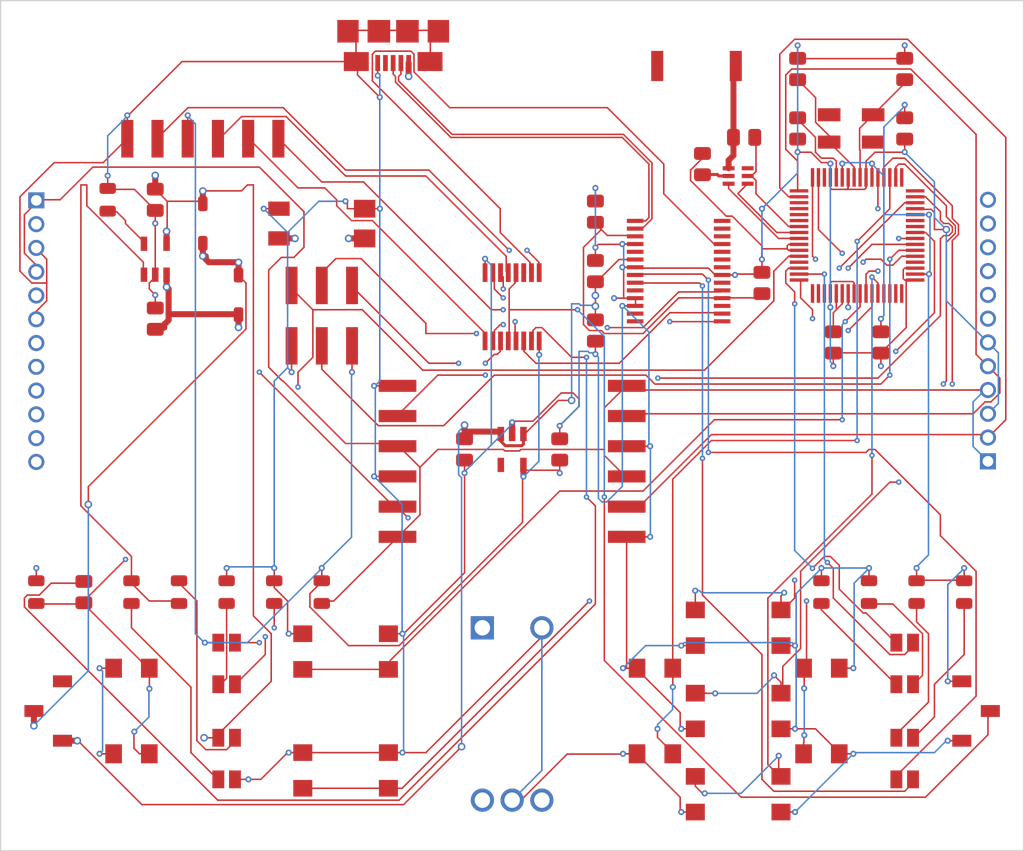
<source format=kicad_pcb>
(kicad_pcb (version 20171130) (host pcbnew "(5.1.4)-1")
  (layers (0 Top signal) (1 Route2 signal) (2 Route15 signal) (31 Bottom signal) (34 B.Paste user) (35 F.Paste user) (36 B.SilkS user) (37 F.SilkS user) (38 B.Mask user) (39 F.Mask user) (44 Edge.Cuts user))
  (net 0 "")
  (net 1 GND)
  (net 2 3V3)
  (net 3 VBAT)
  (net 4 "Net-(B2-Pad4)")
  (net 5 "Net-(B2-Pad3)")
  (net 6 "Net-(B2-Pad2)")
  (net 7 "Net-(A1-PadFEED)")
  (net 8 "Net-(C14-Pad1)")
  (net 9 "Net-(C15-Pad1)")
  (net 10 "Net-(C11-Pad1)")
  (net 11 "Net-(C13-Pad1)")
  (net 12 "Net-(D6-PadC1)")
  (net 13 /RESET)
  (net 14 /THROTTLE)
  (net 15 /YAW)
  (net 16 /BTN_CENTER)
  (net 17 /BTN_RIGHT)
  (net 18 /BTN_LEFT)
  (net 19 /BTN_UP)
  (net 20 /RXI-0)
  (net 21 /TXO-0)
  (net 22 /E1-B)
  (net 23 /E1-A)
  (net 24 /MISO)
  (net 25 /MOSI)
  (net 26 /SCK)
  (net 27 /BTN_DOWN)
  (net 28 /E1-BUT)
  (net 29 /BTN2/SDA)
  (net 30 /BTN1/SCL)
  (net 31 /PITCH)
  (net 32 /RF)
  (net 33 "Net-(D6-PadA1)")
  (net 34 "Net-(D6-PadA2)")
  (net 35 /ROLL)
  (net 36 /DTR-0)
  (net 37 /VREG_IN)
  (net 38 /RXI)
  (net 39 /FTDI_OUT)
  (net 40 /TXLED)
  (net 41 /RXLED)
  (net 42 /DTR)
  (net 43 /USB_D_N)
  (net 44 /USB_D_P)
  (net 45 /CTS)
  (net 46 /TXO)
  (net 47 "Net-(R7-Pad1)")
  (net 48 /VBUS)
  (net 49 "Net-(B3-Pad1A)")
  (net 50 "Net-(R1-Pad2)")
  (net 51 "Net-(D1-PadC2)")
  (net 52 "Net-(D4-PadC1)")
  (net 53 /RXI-1)
  (net 54 /TXO-1)
  (net 55 "Net-(S2-Pad2)")
  (net 56 /DTR-1)
  (net 57 /CTS-1)
  (net 58 /GREF)
  (net 59 "Net-(D6-PadC2)")
  (net 60 "Net-(D5-PadA2)")
  (net 61 "Net-(D5-PadA1)")
  (net 62 "Net-(D1-PadA1)")
  (net 63 "Net-(D4-PadC2)")
  (module controller_board:WIRE-TERMINAL-1X2-2.5MM-SMD-AVX-009276002021106 (layer Top) (at 132.5011 87.7536)
    (fp_text reference B3 hide)
    (fp_text value BATTERY-SPRING-SMD hide)
    (pad 2A smd rect (at 3.6 -1.25 270) (size 1.5 1.8) (layers Top F.Paste F.Mask) (net 1 GND))
    (pad 1A smd rect (at 3.6 1.25 270) (size 1.5 1.8) (layers Top F.Paste F.Mask) (net 49 "Net-(B3-Pad1A)"))
    (pad 1B smd rect (at -3.6 1.25 270) (size 1.2 1.8) (layers Top F.Paste F.Mask) (net 49 "Net-(B3-Pad1A)"))
    (pad 2B smd rect (at -3.6 -1.25 270) (size 1.2 1.8) (layers Top F.Paste F.Mask) (net 1 GND))
  )
  (module controller_board:ANT-2.4GHZ-6.5X2.2MM (layer Top) (at 164 74.5 180)
    (fp_text reference A1 hide)
    (fp_text value ANTENNA-CHIP hide)
    (pad NC smd rect (at 3.302 0) (size 1.016 2.54) (layers Top F.Paste F.Mask))
    (pad FEED smd rect (at -3.302 0) (size 1.016 2.54) (layers Top F.Paste F.Mask) (net 7 "Net-(A1-PadFEED)"))
  )
  (module controller_board:SOT23-DBV (layer Top) (at 148.5011 106.7536 180)
    (fp_text reference U1 hide)
    (fp_text value 3.3V hide)
    (pad 5 smd rect (at -0.95 -1.3 180) (size 0.55 1.2) (layers Top F.Paste F.Mask) (net 2 3V3))
    (pad 4 smd rect (at 0.95 -1.3 180) (size 0.55 1.2) (layers Top F.Paste F.Mask))
    (pad 3 smd rect (at 0.95 1.3 180) (size 0.55 1.2) (layers Top F.Paste F.Mask) (net 37 /VREG_IN))
    (pad 2 smd rect (at 0 1.3 180) (size 0.55 1.2) (layers Top F.Paste F.Mask) (net 1 GND))
    (pad 1 smd rect (at -0.95 1.3 180) (size 0.55 1.2) (layers Top F.Paste F.Mask) (net 37 /VREG_IN))
  )
  (module controller_board:CAPC2012X140_HS (layer Top) (at 152.5011 106.7536 90)
    (fp_text reference C17 hide)
    (fp_text value 1uF hide)
    (pad 2 smd roundrect (at 0.895 0 90) (size 1.08 1.42) (layers Top F.Mask) (roundrect_rratio 0.23) (net 1 GND))
    (pad 1 smd roundrect (at -0.895 0 270) (size 1.08 1.42) (layers Top F.Mask) (roundrect_rratio 0.23) (net 2 3V3))
  )
  (module controller_board:CAPC2012X140_HS (layer Top) (at 144.5011 106.7536 270)
    (fp_text reference C10 hide)
    (fp_text value 1uF hide)
    (pad 2 smd roundrect (at 0.895 0 270) (size 1.08 1.42) (layers Top F.Mask) (roundrect_rratio 0.23) (net 1 GND))
    (pad 1 smd roundrect (at -0.895 0 90) (size 1.08 1.42) (layers Top F.Mask) (roundrect_rratio 0.23) (net 37 /VREG_IN))
  )
  (module controller_board:FTDI-BASIC-SMD (layer Top) (at 122.5011 81.2536)
    (fp_text reference JP1 hide)
    (fp_text value FTDI_BASIC-SMD hide)
    (pad DTR smd rect (at 6.35 -0.635 90) (size 3.17 1.02) (layers Top F.Paste F.Mask) (net 56 /DTR-1))
    (pad RXI smd rect (at 3.81 -0.635 90) (size 3.17 1.02) (layers Top F.Paste F.Mask) (net 53 /RXI-1))
    (pad TXO smd rect (at 1.27 -0.635 90) (size 3.17 1.02) (layers Top F.Paste F.Mask) (net 54 /TXO-1))
    (pad VCC smd rect (at -1.27 -0.635 90) (size 3.17 1.02) (layers Top F.Paste F.Mask) (net 2 3V3))
    (pad CTS smd rect (at -3.81 -0.635 90) (size 3.17 1.02) (layers Top F.Paste F.Mask) (net 57 /CTS-1))
    (pad GND smd rect (at -6.35 -0.635 90) (size 3.17 1.02) (layers Top F.Paste F.Mask) (net 1 GND))
  )
  (module controller_board:RESC2012X60_HS (layer Top) (at 174.5011 118.7536 270)
    (fp_text reference R17 hide)
    (fp_text value 510 hide)
    (pad 2 smd roundrect (at 0.955 0 270) (size 0.92 1.38) (layers Top F.Mask) (net 59 "Net-(D6-PadC2)"))
    (pad 1 smd roundrect (at -0.955 0 90) (size 0.92 1.38) (layers Top F.Mask) (net 1 GND))
  )
  (module controller_board:RESC2012X60_HS (layer Top) (at 186.5011 118.7536 90)
    (fp_text reference R14 hide)
    (fp_text value 510 hide)
    (pad 2 smd roundrect (at 0.955 0 90) (size 0.92 1.38) (layers Top F.Mask) (net 2 3V3))
    (pad 1 smd roundrect (at -0.955 0 270) (size 0.92 1.38) (layers Top F.Mask) (net 61 "Net-(D5-PadA1)"))
  )
  (module controller_board:RESC2012X60_HS (layer Top) (at 120.5011 118.7536 270)
    (fp_text reference R3 hide)
    (fp_text value 510 hide)
    (pad 2 smd roundrect (at 0.955 0 270) (size 0.92 1.38) (layers Top F.Mask) (net 50 "Net-(R1-Pad2)"))
    (pad 1 smd roundrect (at -0.955 0 90) (size 0.92 1.38) (layers Top F.Mask) (net 62 "Net-(D1-PadA1)"))
  )
  (module controller_board:RESC2012X60_HS (layer Top) (at 124.5011 118.7536 270)
    (fp_text reference R16 hide)
    (fp_text value 510 hide)
    (pad 2 smd roundrect (at 0.955 0 270) (size 0.92 1.38) (layers Top F.Mask) (net 63 "Net-(D4-PadC2)"))
    (pad 1 smd roundrect (at -0.955 0 90) (size 0.92 1.38) (layers Top F.Mask) (net 1 GND))
  )
  (module controller_board:RESC2012X60_HS (layer Top) (at 182.5011 118.7536 90)
    (fp_text reference R13 hide)
    (fp_text value 510 hide)
    (pad 2 smd roundrect (at 0.955 0 90) (size 0.92 1.38) (layers Top F.Mask) (net 2 3V3))
    (pad 1 smd roundrect (at -0.955 0 270) (size 0.92 1.38) (layers Top F.Mask) (net 60 "Net-(D5-PadA2)"))
  )
  (module controller_board:LED-2X-LTST-C155 (layer Top) (at 124.5011 124.7536 270)
    (fp_text reference D4 hide)
    (fp_text value LED-2X-GREEN_RED hide)
    (pad C2 smd rect (at 1.75 0.7 270) (size 1.5 1) (layers Top F.Paste F.Mask) (net 63 "Net-(D4-PadC2)"))
    (pad C1 smd rect (at 1.75 -0.7 270) (size 1.5 1) (layers Top F.Paste F.Mask) (net 52 "Net-(D4-PadC1)"))
    (pad A2 smd rect (at -1.75 0.7 270) (size 1.5 1) (layers Top F.Paste F.Mask) (net 2 3V3))
    (pad A1 smd rect (at -1.75 -0.7 270) (size 1.5 1) (layers Top F.Paste F.Mask) (net 32 /RF))
  )
  (module controller_board:LED-2X-LTST-C155 (layer Top) (at 124.5011 132.7536 270)
    (fp_text reference D1 hide)
    (fp_text value LED-2X-GREEN_RED hide)
    (pad C2 smd rect (at 1.75 0.7 270) (size 1.5 1) (layers Top F.Paste F.Mask) (net 51 "Net-(D1-PadC2)"))
    (pad C1 smd rect (at 1.75 -0.7 270) (size 1.5 1) (layers Top F.Paste F.Mask) (net 1 GND))
    (pad A2 smd rect (at -1.75 0.7 270) (size 1.5 1) (layers Top F.Paste F.Mask) (net 48 /VBUS))
    (pad A1 smd rect (at -1.75 -0.7 270) (size 1.5 1) (layers Top F.Paste F.Mask) (net 62 "Net-(D1-PadA1)"))
  )
  (module controller_board:LED-2X-LTST-C155 (layer Top) (at 181.5011 132.7536 270)
    (fp_text reference D5 hide)
    (fp_text value LED-2X-GREEN_RED hide)
    (pad C2 smd rect (at 1.75 0.7 270) (size 1.5 1) (layers Top F.Paste F.Mask) (net 41 /RXLED))
    (pad C1 smd rect (at 1.75 -0.7 270) (size 1.5 1) (layers Top F.Paste F.Mask) (net 40 /TXLED))
    (pad A2 smd rect (at -1.75 0.7 270) (size 1.5 1) (layers Top F.Paste F.Mask) (net 60 "Net-(D5-PadA2)"))
    (pad A1 smd rect (at -1.75 -0.7 270) (size 1.5 1) (layers Top F.Paste F.Mask) (net 61 "Net-(D5-PadA1)"))
  )
  (module controller_board:LED-2X-LTST-C155 (layer Top) (at 181.5011 124.7536 270)
    (fp_text reference D6 hide)
    (fp_text value LED-2X-GREEN_RED hide)
    (pad C2 smd rect (at 1.75 0.7 270) (size 1.5 1) (layers Top F.Paste F.Mask) (net 59 "Net-(D6-PadC2)"))
    (pad C1 smd rect (at 1.75 -0.7 270) (size 1.5 1) (layers Top F.Paste F.Mask) (net 12 "Net-(D6-PadC1)"))
    (pad A2 smd rect (at -1.75 0.7 270) (size 1.5 1) (layers Top F.Paste F.Mask) (net 34 "Net-(D6-PadA2)"))
    (pad A1 smd rect (at -1.75 -0.7 270) (size 1.5 1) (layers Top F.Paste F.Mask) (net 33 "Net-(D6-PadA1)"))
  )
  (module controller_board:RESC2012X60_HS (layer Top) (at 132.5011 118.7536 90)
    (fp_text reference R8 hide)
    (fp_text value 1.2K hide)
    (pad 2 smd roundrect (at 0.955 0 90) (size 0.92 1.38) (layers Top F.Mask) (net 2 3V3))
    (pad 1 smd roundrect (at -0.955 0 270) (size 0.92 1.38) (layers Top F.Mask) (net 58 /GREF))
  )
  (module controller_board:BOURNS-PEC12R (layer Top) (at 148.5011 128.7536)
    (fp_text reference E1 hide)
    (fp_text value ROTARY-ENCODER-W_BUTTON-BOURNS-PEC12R-4217F hide)
    (pad C thru_hole circle (at 0 7.5) (size 1.95 1.95) (drill 1.3) (layers *.Cu *.Mask) (net 1 GND))
    (pad BUTB thru_hole circle (at 2.5 -7) (size 1.95 1.95) (drill 1.3) (layers *.Cu *.Mask) (net 1 GND))
    (pad BUTA thru_hole rect (at -2.5 -7) (size 1.95 1.95) (drill 1.3) (layers *.Cu *.Mask) (net 28 /E1-BUT))
    (pad B thru_hole circle (at 2.5 7.5) (size 1.95 1.95) (drill 1.3) (layers *.Cu *.Mask) (net 22 /E1-B))
    (pad A thru_hole circle (at -2.5 7.5) (size 1.95 1.95) (drill 1.3) (layers *.Cu *.Mask) (net 23 /E1-A))
    (pad "" np_thru_hole circle (at 5.7 0) (size 2.2 2.2) (drill 2.2) (layers *.Cu *.Mask))
    (pad "" np_thru_hole circle (at -5.7 0) (size 2.2 2.2) (drill 2.2) (layers *.Cu *.Mask))
  )
  (module controller_board:4.5MM_TACTILE_SWITCH_TL3305AF160QG (layer Top) (at 167.5011 121.7536 180)
    (fp_text reference B6 hide)
    (fp_text value PUSHBUTTON_-4.5X4.5 hide)
    (pad 4 smd rect (at 3.6 -1.5 270) (size 1.4 1.6) (layers Top F.Paste F.Mask) (net 1 GND))
    (pad 3 smd rect (at -3.6 -1.5 270) (size 1.4 1.6) (layers Top F.Paste F.Mask) (net 1 GND))
    (pad 2 smd rect (at 3.6 1.5 270) (size 1.4 1.6) (layers Top F.Paste F.Mask) (net 19 /BTN_UP))
    (pad 1 smd rect (at -3.6 1.5 270) (size 1.4 1.6) (layers Top F.Paste F.Mask) (net 19 /BTN_UP))
  )
  (module controller_board:4.5MM_TACTILE_SWITCH_TL3305AF160QG (layer Top) (at 167.5011 135.7536 180)
    (fp_text reference B10 hide)
    (fp_text value PUSHBUTTON_-4.5X4.5 hide)
    (pad 4 smd rect (at 3.6 -1.5 270) (size 1.4 1.6) (layers Top F.Paste F.Mask) (net 1 GND))
    (pad 3 smd rect (at -3.6 -1.5 270) (size 1.4 1.6) (layers Top F.Paste F.Mask) (net 1 GND))
    (pad 2 smd rect (at 3.6 1.5 270) (size 1.4 1.6) (layers Top F.Paste F.Mask) (net 27 /BTN_DOWN))
    (pad 1 smd rect (at -3.6 1.5 270) (size 1.4 1.6) (layers Top F.Paste F.Mask) (net 27 /BTN_DOWN))
  )
  (module controller_board:4.5MM_TACTILE_SWITCH_TL3305AF160QG (layer Top) (at 160.5011 128.7536 90)
    (fp_text reference B7 hide)
    (fp_text value PUSHBUTTON_-4.5X4.5 hide)
    (pad 4 smd rect (at 3.6 -1.5 180) (size 1.4 1.6) (layers Top F.Paste F.Mask) (net 1 GND))
    (pad 3 smd rect (at -3.6 -1.5 180) (size 1.4 1.6) (layers Top F.Paste F.Mask) (net 1 GND))
    (pad 2 smd rect (at 3.6 1.5 180) (size 1.4 1.6) (layers Top F.Paste F.Mask) (net 18 /BTN_LEFT))
    (pad 1 smd rect (at -3.6 1.5 180) (size 1.4 1.6) (layers Top F.Paste F.Mask) (net 18 /BTN_LEFT))
  )
  (module controller_board:4.5MM_TACTILE_SWITCH_TL3305AF160QG (layer Top) (at 174.5011 128.7536 270)
    (fp_text reference B9 hide)
    (fp_text value PUSHBUTTON_-4.5X4.5 hide)
    (pad 4 smd rect (at 3.6 -1.5) (size 1.4 1.6) (layers Top F.Paste F.Mask) (net 1 GND))
    (pad 3 smd rect (at -3.6 -1.5) (size 1.4 1.6) (layers Top F.Paste F.Mask) (net 1 GND))
    (pad 2 smd rect (at 3.6 1.5) (size 1.4 1.6) (layers Top F.Paste F.Mask) (net 16 /BTN_CENTER))
    (pad 1 smd rect (at -3.6 1.5) (size 1.4 1.6) (layers Top F.Paste F.Mask) (net 16 /BTN_CENTER))
  )
  (module controller_board:4.5MM_TACTILE_SWITCH_TL3305AF160QG (layer Top) (at 167.5011 128.7536 180)
    (fp_text reference B8 hide)
    (fp_text value PUSHBUTTON_-4.5X4.5 hide)
    (pad 4 smd rect (at 3.6 -1.5 270) (size 1.4 1.6) (layers Top F.Paste F.Mask) (net 1 GND))
    (pad 3 smd rect (at -3.6 -1.5 270) (size 1.4 1.6) (layers Top F.Paste F.Mask) (net 1 GND))
    (pad 2 smd rect (at 3.6 1.5 270) (size 1.4 1.6) (layers Top F.Paste F.Mask) (net 17 /BTN_RIGHT))
    (pad 1 smd rect (at -3.6 1.5 270) (size 1.4 1.6) (layers Top F.Paste F.Mask) (net 17 /BTN_RIGHT))
  )
  (module controller_board:CAPC2012X140_HS (layer Top) (at 155.5011 86.7536 270)
    (fp_text reference C4 hide)
    (fp_text value 1uF hide)
    (pad 2 smd roundrect (at 0.895 0 270) (size 1.08 1.42) (layers Top F.Mask) (roundrect_rratio 0.23) (net 39 /FTDI_OUT))
    (pad 1 smd roundrect (at -0.895 0 90) (size 1.08 1.42) (layers Top F.Mask) (roundrect_rratio 0.23) (net 1 GND))
  )
  (module controller_board:2X-SERVO-SMD (layer Top) (at 157.5011 107.7536 270)
    (fp_text reference J8 hide)
    (fp_text value FRSKY-GIMBAL-2X-SERVO-SMD hide)
    (pad 6 smd rect (at 6.35 -0.635) (size 3.17 1.02) (layers Top F.Paste F.Mask) (net 1 GND))
    (pad V smd rect (at 3.81 -0.635) (size 3.17 1.02) (layers Top F.Paste F.Mask) (net 31 /PITCH))
    (pad 4 smd rect (at 1.27 -0.635) (size 3.17 1.02) (layers Top F.Paste F.Mask) (net 58 /GREF))
    (pad 3 smd rect (at -1.27 -0.635) (size 3.17 1.02) (layers Top F.Paste F.Mask) (net 1 GND))
    (pad H smd rect (at -3.81 -0.635) (size 3.17 1.02) (layers Top F.Paste F.Mask) (net 35 /ROLL))
    (pad 1 smd rect (at -6.35 -0.635) (size 3.17 1.02) (layers Top F.Paste F.Mask) (net 58 /GREF))
  )
  (module controller_board:2X-SERVO-SMD (layer Top) (at 139.5011 107.7536 90)
    (fp_text reference J7 hide)
    (fp_text value FRSKY-GIMBAL-2X-SERVO-SMD hide)
    (pad 6 smd rect (at 6.35 -0.635 180) (size 3.17 1.02) (layers Top F.Paste F.Mask) (net 1 GND))
    (pad V smd rect (at 3.81 -0.635 180) (size 3.17 1.02) (layers Top F.Paste F.Mask) (net 14 /THROTTLE))
    (pad 4 smd rect (at 1.27 -0.635 180) (size 3.17 1.02) (layers Top F.Paste F.Mask) (net 58 /GREF))
    (pad 3 smd rect (at -1.27 -0.635 180) (size 3.17 1.02) (layers Top F.Paste F.Mask) (net 1 GND))
    (pad H smd rect (at -3.81 -0.635 180) (size 3.17 1.02) (layers Top F.Paste F.Mask) (net 15 /YAW))
    (pad 1 smd rect (at -6.35 -0.635 180) (size 3.17 1.02) (layers Top F.Paste F.Mask) (net 58 /GREF))
  )
  (module controller_board:JST-13-PTH (layer Top) (at 188.5011 105.7536 90)
    (fp_text reference J3 hide)
    (fp_text value 2.4K hide)
    (pad V thru_hole circle (at 0 0 90) (size 1.35 1.35) (drill 0.9) (layers *.Cu *.Mask) (net 31 /PITCH))
    (pad H thru_hole circle (at 6 0 90) (size 1.35 1.35) (drill 0.9) (layers *.Cu *.Mask) (net 35 /ROLL))
    (pad 9 thru_hole circle (at 14 0 90) (size 1.35 1.35) (drill 0.9) (layers *.Cu *.Mask))
    (pad 8 thru_hole circle (at 12 0 90) (size 1.35 1.35) (drill 0.9) (layers *.Cu *.Mask))
    (pad 7 thru_hole circle (at 10 0 90) (size 1.35 1.35) (drill 0.9) (layers *.Cu *.Mask))
    (pad 6 thru_hole circle (at 8 0 90) (size 1.35 1.35) (drill 0.9) (layers *.Cu *.Mask) (net 1 GND))
    (pad 4 thru_hole circle (at 4 0 90) (size 1.35 1.35) (drill 0.9) (layers *.Cu *.Mask) (net 58 /GREF))
    (pad 3 thru_hole circle (at 2 0 90) (size 1.35 1.35) (drill 0.9) (layers *.Cu *.Mask) (net 1 GND))
    (pad 12 thru_hole circle (at 20 0 90) (size 1.35 1.35) (drill 0.9) (layers *.Cu *.Mask))
    (pad 11 thru_hole circle (at 18 0 90) (size 1.35 1.35) (drill 0.9) (layers *.Cu *.Mask))
    (pad 10 thru_hole circle (at 16 0 90) (size 1.35 1.35) (drill 0.9) (layers *.Cu *.Mask))
    (pad 1 thru_hole rect (at -2 0 90) (size 1.35 1.35) (drill 0.9) (layers *.Cu *.Mask) (net 58 /GREF))
  )
  (module controller_board:JST-13-PTH (layer Top) (at 108.5011 87.8036 270)
    (fp_text reference J2 hide)
    (fp_text value 2.4K hide)
    (pad V thru_hole circle (at 0 0 270) (size 1.35 1.35) (drill 0.9) (layers *.Cu *.Mask) (net 14 /THROTTLE))
    (pad H thru_hole circle (at 6 0 270) (size 1.35 1.35) (drill 0.9) (layers *.Cu *.Mask) (net 15 /YAW))
    (pad 9 thru_hole circle (at 14 0 270) (size 1.35 1.35) (drill 0.9) (layers *.Cu *.Mask))
    (pad 8 thru_hole circle (at 12 0 270) (size 1.35 1.35) (drill 0.9) (layers *.Cu *.Mask))
    (pad 7 thru_hole circle (at 10 0 270) (size 1.35 1.35) (drill 0.9) (layers *.Cu *.Mask))
    (pad 6 thru_hole circle (at 8 0 270) (size 1.35 1.35) (drill 0.9) (layers *.Cu *.Mask) (net 1 GND))
    (pad 4 thru_hole circle (at 4 0 270) (size 1.35 1.35) (drill 0.9) (layers *.Cu *.Mask) (net 58 /GREF))
    (pad 3 thru_hole circle (at 2 0 270) (size 1.35 1.35) (drill 0.9) (layers *.Cu *.Mask) (net 1 GND))
    (pad 12 thru_hole circle (at 20 0 270) (size 1.35 1.35) (drill 0.9) (layers *.Cu *.Mask))
    (pad 11 thru_hole circle (at 18 0 270) (size 1.35 1.35) (drill 0.9) (layers *.Cu *.Mask))
    (pad 10 thru_hole circle (at 16 0 270) (size 1.35 1.35) (drill 0.9) (layers *.Cu *.Mask))
    (pad 1 thru_hole rect (at -2 0 270) (size 1.35 1.35) (drill 0.9) (layers *.Cu *.Mask) (net 58 /GREF))
  )
  (module controller_board:USB-MICROA-10118192-0001LF (layer Top) (at 138.5011 74.2536 180)
    (fp_text reference J1 hide)
    (fp_text value USB-MICROA-AMPHENOL-10118192-0001LF hide)
    (pad 9 smd rect (at 1.2 2.675 180) (size 1.9 1.9) (layers Top F.Paste F.Mask) (net 1 GND))
    (pad 8 smd rect (at -3.8 2.675 180) (size 1.8 1.9) (layers Top F.Paste F.Mask) (net 1 GND))
    (pad 7 smd rect (at -3.1 0.125 180) (size 2.1 1.6) (layers Top F.Paste F.Mask) (net 1 GND))
    (pad 6 smd rect (at 3.1 0.125 180) (size 2.1 1.6) (layers Top F.Paste F.Mask) (net 1 GND))
    (pad 5 smd rect (at 1.3 0 180) (size 0.4 1.35) (layers Top F.Paste F.Mask) (net 1 GND))
    (pad 4 smd rect (at 0.65 0 180) (size 0.4 1.35) (layers Top F.Paste F.Mask))
    (pad 3 smd rect (at 0 0 180) (size 0.4 1.35) (layers Top F.Paste F.Mask) (net 44 /USB_D_P))
    (pad 2 smd rect (at -0.65 0 180) (size 0.4 1.35) (layers Top F.Paste F.Mask) (net 43 /USB_D_N))
    (pad 11 smd rect (at 3.8 2.675 180) (size 1.8 1.9) (layers Top F.Paste F.Mask) (net 1 GND))
    (pad 10 smd rect (at -1.2 2.675 180) (size 1.9 1.9) (layers Top F.Paste F.Mask) (net 1 GND))
    (pad 1 smd rect (at -1.3 0 180) (size 0.4 1.35) (layers Top F.Paste F.Mask) (net 48 /VBUS))
  )
  (module controller_board:SOD3716X135_HS (layer Top) (at 122.5011 87.7536 90)
    (fp_text reference D2 hide)
    (fp_text value 360mV hide)
    (pad C smd roundrect (at -1.665 0 270) (size 1.25 0.8) (layers Top F.Mask) (net 3 VBAT))
    (pad A smd roundrect (at 1.665 0 90) (size 1.25 0.8) (layers Top F.Mask) (net 48 /VBUS))
  )
  (module controller_board:SOD3716X135_HS (layer Top) (at 125.5011 93.7536 270)
    (fp_text reference D3 hide)
    (fp_text value 360mV hide)
    (pad C smd roundrect (at -1.665 0 90) (size 1.25 0.8) (layers Top F.Mask) (net 3 VBAT))
    (pad A smd roundrect (at 1.665 0 270) (size 1.25 0.8) (layers Top F.Mask) (net 49 "Net-(B3-Pad1A)"))
  )
  (module controller_board:JS102011JCQN (layer Top) (at 187.5011 128.7536 270)
    (fp_text reference S2 hide)
    (fp_text value POWER-SWITCH-MFS201N-9-Z-SMD-VERTICAL hide)
    (pad 3 smd rect (at 2.5 1.2 270) (size 1 1.6) (layers Top F.Paste F.Mask) (net 1 GND))
    (pad 2 smd rect (at 0 -1.2 270) (size 1 1.6) (layers Top F.Paste F.Mask) (net 55 "Net-(S2-Pad2)"))
    (pad 1 smd rect (at -2.5 1.2 270) (size 1 1.6) (layers Top F.Paste F.Mask) (net 2 3V3))
  )
  (module controller_board:SOP65P640X110-16 (layer Top) (at 148.5011 94.7536 270)
    (fp_text reference U5 hide)
    (fp_text value DPDT-X2 hide)
    (pad 9 smd rect (at 2.8717 2.275 270) (size 1.5719 0.4068) (layers Top F.Paste F.Mask) (net 53 /RXI-1))
    (pad 8 smd rect (at -2.8717 2.275 270) (size 1.5719 0.4068) (layers Top F.Paste F.Mask) (net 1 GND))
    (pad 7 smd rect (at -2.8717 1.625 270) (size 1.5719 0.4068) (layers Top F.Paste F.Mask) (net 21 /TXO-0))
    (pad 6 smd rect (at -2.8717 0.975 270) (size 1.5719 0.4068) (layers Top F.Paste F.Mask) (net 46 /TXO))
    (pad 5 smd rect (at -2.8717 0.325 270) (size 1.5719 0.4068) (layers Top F.Paste F.Mask) (net 54 /TXO-1))
    (pad 4 smd rect (at -2.8717 -0.325 270) (size 1.5719 0.4068) (layers Top F.Paste F.Mask) (net 55 "Net-(S2-Pad2)"))
    (pad 3 smd rect (at -2.8717 -0.975 270) (size 1.5719 0.4068) (layers Top F.Paste F.Mask))
    (pad 2 smd rect (at -2.8717 -1.625 270) (size 1.5719 0.4068) (layers Top F.Paste F.Mask) (net 45 /CTS))
    (pad 16 smd rect (at 2.8717 -2.275 270) (size 1.5719 0.4068) (layers Top F.Paste F.Mask) (net 2 3V3))
    (pad 15 smd rect (at 2.8717 -1.625 270) (size 1.5719 0.4068) (layers Top F.Paste F.Mask) (net 36 /DTR-0))
    (pad 14 smd rect (at 2.8717 -0.975 270) (size 1.5719 0.4068) (layers Top F.Paste F.Mask) (net 42 /DTR))
    (pad 13 smd rect (at 2.8717 -0.325 270) (size 1.5719 0.4068) (layers Top F.Paste F.Mask) (net 56 /DTR-1))
    (pad 12 smd rect (at 2.8717 0.325 270) (size 1.5719 0.4068) (layers Top F.Paste F.Mask) (net 55 "Net-(S2-Pad2)"))
    (pad 11 smd rect (at 2.8717 0.975 270) (size 1.5719 0.4068) (layers Top F.Paste F.Mask) (net 20 /RXI-0))
    (pad 10 smd rect (at 2.8717 1.625 270) (size 1.5719 0.4068) (layers Top F.Paste F.Mask) (net 38 /RXI))
    (pad 1 smd rect (at -2.8717 -2.275 270) (size 1.5719 0.4068) (layers Top F.Paste F.Mask) (net 57 /CTS-1))
  )
  (module controller_board:RESC2012X60_HS (layer Top) (at 128.5011 118.7536 270)
    (fp_text reference R15 hide)
    (fp_text value 510 hide)
    (pad 2 smd roundrect (at 0.955 0 270) (size 0.92 1.38) (layers Top F.Mask) (net 52 "Net-(D4-PadC1)"))
    (pad 1 smd roundrect (at -0.955 0 90) (size 0.92 1.38) (layers Top F.Mask) (net 1 GND))
  )
  (module controller_board:RESC2012X60_HS (layer Top) (at 114.5011 85.7536 90)
    (fp_text reference R7 hide)
    (fp_text value 2.2K hide)
    (pad 2 smd roundrect (at 0.955 0 90) (size 0.92 1.38) (layers Top F.Mask) (net 1 GND))
    (pad 1 smd roundrect (at -0.955 0 270) (size 0.92 1.38) (layers Top F.Mask) (net 47 "Net-(R7-Pad1)"))
  )
  (module controller_board:CAPC2012X140_HS (layer Top) (at 118.5011 95.7536 90)
    (fp_text reference C6 hide)
    (fp_text value 10uF hide)
    (pad 2 smd roundrect (at 0.895 0 90) (size 1.08 1.42) (layers Top F.Mask) (roundrect_rratio 0.23) (net 1 GND))
    (pad 1 smd roundrect (at -0.895 0 270) (size 1.08 1.42) (layers Top F.Mask) (roundrect_rratio 0.23) (net 49 "Net-(B3-Pad1A)"))
  )
  (module controller_board:CAPC2012X140_HS (layer Top) (at 118.5011 85.7536 270)
    (fp_text reference C5 hide)
    (fp_text value 10uF hide)
    (pad 2 smd roundrect (at 0.895 0 270) (size 1.08 1.42) (layers Top F.Mask) (roundrect_rratio 0.23) (net 1 GND))
    (pad 1 smd roundrect (at -0.895 0 90) (size 1.08 1.42) (layers Top F.Mask) (roundrect_rratio 0.23) (net 48 /VBUS))
  )
  (module controller_board:RESC2012X60_HS (layer Top) (at 116.5011 118.7536 90)
    (fp_text reference R1 hide)
    (fp_text value 510 hide)
    (pad 2 smd roundrect (at 0.955 0 90) (size 0.92 1.38) (layers Top F.Mask) (net 50 "Net-(R1-Pad2)"))
    (pad 1 smd roundrect (at -0.955 0 270) (size 0.92 1.38) (layers Top F.Mask) (net 51 "Net-(D1-PadC2)"))
  )
  (module controller_board:SOT23-5 (layer Top) (at 118.5011 90.7536)
    (fp_text reference U2 hide)
    (fp_text value MCP73831T-2ACI/OT hide)
    (pad 5 smd rect (at -0.95 -1.3001) (size 0.55 1.2) (layers Top F.Paste F.Mask) (net 47 "Net-(R7-Pad1)"))
    (pad 4 smd rect (at 0.95 -1.3001) (size 0.55 1.2) (layers Top F.Paste F.Mask) (net 48 /VBUS))
    (pad 3 smd rect (at 0.95 1.3001) (size 0.55 1.2) (layers Top F.Paste F.Mask) (net 49 "Net-(B3-Pad1A)"))
    (pad 2 smd rect (at 0 1.3001) (size 0.55 1.2) (layers Top F.Paste F.Mask) (net 1 GND))
    (pad 1 smd rect (at -0.95 1.3001) (size 0.55 1.2) (layers Top F.Paste F.Mask) (net 50 "Net-(R1-Pad2)"))
  )
  (module controller_board:CAPC2012X140_HS (layer Top) (at 169.5011 92.7536 90)
    (fp_text reference C9 hide)
    (fp_text value 0.1uF hide)
    (pad 2 smd roundrect (at 0.895 0 90) (size 1.08 1.42) (layers Top F.Mask) (roundrect_rratio 0.23) (net 1 GND))
    (pad 1 smd roundrect (at -0.895 0 270) (size 1.08 1.42) (layers Top F.Mask) (roundrect_rratio 0.23) (net 39 /FTDI_OUT))
  )
  (module controller_board:CAPC2012X140_HS (layer Top) (at 155.5011 91.7536 90)
    (fp_text reference C7 hide)
    (fp_text value 10uF hide)
    (pad 2 smd roundrect (at 0.895 0 90) (size 1.08 1.42) (layers Top F.Mask) (roundrect_rratio 0.23) (net 1 GND))
    (pad 1 smd roundrect (at -0.895 0 270) (size 1.08 1.42) (layers Top F.Mask) (roundrect_rratio 0.23) (net 37 /VREG_IN))
  )
  (module controller_board:CAPC2012X140_HS (layer Top) (at 155.5011 96.7536 270)
    (fp_text reference C8 hide)
    (fp_text value 0.1uF hide)
    (pad 2 smd roundrect (at 0.895 0 270) (size 1.08 1.42) (layers Top F.Mask) (roundrect_rratio 0.23) (net 1 GND))
    (pad 1 smd roundrect (at -0.895 0 90) (size 1.08 1.42) (layers Top F.Mask) (roundrect_rratio 0.23) (net 37 /VREG_IN))
  )
  (module controller_board:SSOP28DB (layer Top) (at 162.5011 91.7536 90)
    (fp_text reference U3 hide)
    (fp_text value FT232RLSSOP hide)
    (pad 9 smd rect (at 0.975 3.656 90) (size 0.348 1.397) (layers Top F.Paste F.Mask))
    (pad 8 smd rect (at 0.325 3.656 90) (size 0.348 1.397) (layers Top F.Paste F.Mask))
    (pad 7 smd rect (at -0.325 3.656 90) (size 0.348 1.397) (layers Top F.Paste F.Mask) (net 1 GND))
    (pad 6 smd rect (at -0.975 3.656 90) (size 0.348 1.397) (layers Top F.Paste F.Mask))
    (pad 5 smd rect (at -1.625 3.656 90) (size 0.348 1.397) (layers Top F.Paste F.Mask) (net 38 /RXI))
    (pad 4 smd rect (at -2.275 3.656 90) (size 0.348 1.397) (layers Top F.Paste F.Mask) (net 39 /FTDI_OUT))
    (pad 3 smd rect (at -2.925 3.656 90) (size 0.348 1.397) (layers Top F.Paste F.Mask))
    (pad 28 smd rect (at -4.225 -3.656 90) (size 0.348 1.397) (layers Top F.Paste F.Mask))
    (pad 27 smd rect (at -3.575 -3.656 90) (size 0.348 1.397) (layers Top F.Paste F.Mask))
    (pad 26 smd rect (at -2.925 -3.656 90) (size 0.348 1.397) (layers Top F.Paste F.Mask) (net 1 GND))
    (pad 25 smd rect (at -2.275 -3.656 90) (size 0.348 1.397) (layers Top F.Paste F.Mask) (net 1 GND))
    (pad 24 smd rect (at -1.625 -3.656 90) (size 0.348 1.397) (layers Top F.Paste F.Mask))
    (pad 23 smd rect (at -0.975 -3.656 90) (size 0.348 1.397) (layers Top F.Paste F.Mask) (net 40 /TXLED))
    (pad 22 smd rect (at -0.325 -3.656 90) (size 0.348 1.397) (layers Top F.Paste F.Mask) (net 41 /RXLED))
    (pad 21 smd rect (at 0.325 -3.656 90) (size 0.348 1.397) (layers Top F.Paste F.Mask) (net 1 GND))
    (pad 20 smd rect (at 0.975 -3.656 90) (size 0.348 1.397) (layers Top F.Paste F.Mask) (net 37 /VREG_IN))
    (pad 2 smd rect (at -3.575 3.656 90) (size 0.348 1.397) (layers Top F.Paste F.Mask) (net 42 /DTR))
    (pad 19 smd rect (at 1.625 -3.656 90) (size 0.348 1.397) (layers Top F.Paste F.Mask))
    (pad 18 smd rect (at 2.275 -3.656 90) (size 0.348 1.397) (layers Top F.Paste F.Mask) (net 1 GND))
    (pad 17 smd rect (at 2.925 -3.656 90) (size 0.348 1.397) (layers Top F.Paste F.Mask) (net 39 /FTDI_OUT))
    (pad 16 smd rect (at 3.575 -3.656 90) (size 0.348 1.397) (layers Top F.Paste F.Mask) (net 43 /USB_D_N))
    (pad 15 smd rect (at 4.225 -3.656 90) (size 0.348 1.397) (layers Top F.Paste F.Mask) (net 44 /USB_D_P))
    (pad 14 smd rect (at 4.225 3.656 90) (size 0.348 1.397) (layers Top F.Paste F.Mask))
    (pad 13 smd rect (at 3.575 3.656 90) (size 0.348 1.397) (layers Top F.Paste F.Mask))
    (pad 12 smd rect (at 2.925 3.656 90) (size 0.348 1.397) (layers Top F.Paste F.Mask))
    (pad 11 smd rect (at 2.275 3.656 90) (size 0.348 1.397) (layers Top F.Paste F.Mask) (net 45 /CTS))
    (pad 10 smd rect (at 1.625 3.656 90) (size 0.348 1.397) (layers Top F.Paste F.Mask))
    (pad 1 smd rect (at -4.225 3.656 90) (size 0.348 1.397) (layers Top F.Paste F.Mask) (net 46 /TXO))
  )
  (module controller_board:JS102011JCQN (layer Top) (at 109.5011 128.7536 90)
    (fp_text reference S1 hide)
    (fp_text value POWER-SWITCH-MFS201N-9-Z-SMD-VERTICAL hide)
    (pad 3 smd rect (at 2.5 1.2 90) (size 1 1.6) (layers Top F.Paste F.Mask))
    (pad 2 smd rect (at 0 -1.2 90) (size 1 1.6) (layers Top F.Paste F.Mask) (net 3 VBAT))
    (pad 1 smd rect (at -2.5 1.2 90) (size 1 1.6) (layers Top F.Paste F.Mask) (net 37 /VREG_IN))
  )
  (module controller_board:CRYSTAL-SMD-5X3 (layer Top) (at 177.0011 79.7536 180)
    (fp_text reference Y1 hide)
    (fp_text value CRYSTAL5X3 hide)
    (pad 4 smd rect (at -1.85 -1.15 180) (size 1.9 1.1) (layers Top F.Paste F.Mask))
    (pad 3 smd rect (at 1.85 -1.15 180) (size 1.9 1.1) (layers Top F.Paste F.Mask) (net 8 "Net-(C14-Pad1)"))
    (pad 2 smd rect (at 1.85 1.15 180) (size 1.9 1.1) (layers Top F.Paste F.Mask))
    (pad 1 smd rect (at -1.85 1.15 180) (size 1.9 1.1) (layers Top F.Paste F.Mask) (net 9 "Net-(C15-Pad1)"))
  )
  (module controller_board:QFN-64 (layer Top) (at 177.5011 88.7536)
    (fp_text reference U4 hide)
    (fp_text value ATMEGA128RFA1 hide)
    (pad 9 smd rect (at -4.881 0.25 270) (size 0.28 1.562) (layers Top F.Paste F.Mask) (net 5 "Net-(B2-Pad3)"))
    (pad 8 smd rect (at -4.881 -0.25 270) (size 0.28 1.562) (layers Top F.Paste F.Mask) (net 4 "Net-(B2-Pad4)"))
    (pad 7 smd rect (at -4.881 -0.75 270) (size 0.28 1.562) (layers Top F.Paste F.Mask) (net 1 GND))
    (pad 64 smd rect (at -3.75 -4.881) (size 0.28 1.562) (layers Top F.Paste F.Mask) (net 14 /THROTTLE))
    (pad 63 smd rect (at -3.25 -4.881) (size 0.28 1.562) (layers Top F.Paste F.Mask) (net 15 /YAW))
    (pad 62 smd rect (at -2.75 -4.881) (size 0.28 1.562) (layers Top F.Paste F.Mask))
    (pad 61 smd rect (at -2.25 -4.881) (size 0.28 1.562) (layers Top F.Paste F.Mask) (net 1 GND))
    (pad 60 smd rect (at -1.75 -4.881) (size 0.28 1.562) (layers Top F.Paste F.Mask) (net 11 "Net-(C13-Pad1)"))
    (pad 6 smd rect (at -4.881 -1.25 270) (size 0.28 1.562) (layers Top F.Paste F.Mask))
    (pad 59 smd rect (at -1.25 -4.881) (size 0.28 1.562) (layers Top F.Paste F.Mask) (net 2 3V3))
    (pad 58 smd rect (at -0.75 -4.881) (size 0.28 1.562) (layers Top F.Paste F.Mask) (net 1 GND))
    (pad 57 smd rect (at -0.25 -4.881) (size 0.28 1.562) (layers Top F.Paste F.Mask) (net 8 "Net-(C14-Pad1)"))
    (pad 56 smd rect (at 0.25 -4.881) (size 0.28 1.562) (layers Top F.Paste F.Mask) (net 9 "Net-(C15-Pad1)"))
    (pad 55 smd rect (at 0.75 -4.881) (size 0.28 1.562) (layers Top F.Paste F.Mask) (net 1 GND))
    (pad 54 smd rect (at 1.25 -4.881) (size 0.28 1.562) (layers Top F.Paste F.Mask) (net 2 3V3))
    (pad 53 smd rect (at 1.75 -4.881) (size 0.28 1.562) (layers Top F.Paste F.Mask) (net 16 /BTN_CENTER))
    (pad 52 smd rect (at 2.25 -4.881) (size 0.28 1.562) (layers Top F.Paste F.Mask) (net 17 /BTN_RIGHT))
    (pad 51 smd rect (at 2.75 -4.881) (size 0.28 1.562) (layers Top F.Paste F.Mask) (net 18 /BTN_LEFT))
    (pad 50 smd rect (at 3.25 -4.881) (size 0.28 1.562) (layers Top F.Paste F.Mask) (net 19 /BTN_UP))
    (pad 5 smd rect (at -4.881 -1.75 270) (size 0.28 1.562) (layers Top F.Paste F.Mask))
    (pad 49 smd rect (at 3.75 -4.881) (size 0.28 1.562) (layers Top F.Paste F.Mask))
    (pad 48 smd rect (at 4.881 -3.75 90) (size 0.28 1.562) (layers Top F.Paste F.Mask))
    (pad 47 smd rect (at 4.881 -3.25 90) (size 0.28 1.562) (layers Top F.Paste F.Mask) (net 20 /RXI-0))
    (pad 46 smd rect (at 4.881 -2.75 90) (size 0.28 1.562) (layers Top F.Paste F.Mask) (net 21 /TXO-0))
    (pad 45 smd rect (at 4.881 -2.25 90) (size 0.28 1.562) (layers Top F.Paste F.Mask) (net 1 GND))
    (pad 44 smd rect (at 4.881 -1.75 90) (size 0.28 1.562) (layers Top F.Paste F.Mask) (net 2 3V3))
    (pad 43 smd rect (at 4.881 -1.25 90) (size 0.28 1.562) (layers Top F.Paste F.Mask))
    (pad 42 smd rect (at 4.881 -0.75 90) (size 0.28 1.562) (layers Top F.Paste F.Mask))
    (pad 41 smd rect (at 4.881 -0.25 90) (size 0.28 1.562) (layers Top F.Paste F.Mask) (net 22 /E1-B))
    (pad 40 smd rect (at 4.881 0.25 90) (size 0.28 1.562) (layers Top F.Paste F.Mask) (net 23 /E1-A))
    (pad 4 smd rect (at -4.881 -2.25 270) (size 0.28 1.562) (layers Top F.Paste F.Mask))
    (pad 39 smd rect (at 4.881 0.75 90) (size 0.28 1.562) (layers Top F.Paste F.Mask) (net 24 /MISO))
    (pad 38 smd rect (at 4.881 1.25 90) (size 0.28 1.562) (layers Top F.Paste F.Mask) (net 25 /MOSI))
    (pad 37 smd rect (at 4.881 1.75 90) (size 0.28 1.562) (layers Top F.Paste F.Mask) (net 26 /SCK))
    (pad 36 smd rect (at 4.881 2.25 90) (size 0.28 1.562) (layers Top F.Paste F.Mask))
    (pad 35 smd rect (at 4.881 2.75 90) (size 0.28 1.562) (layers Top F.Paste F.Mask) (net 1 GND))
    (pad 34 smd rect (at 4.881 3.25 90) (size 0.28 1.562) (layers Top F.Paste F.Mask) (net 2 3V3))
    (pad 33 smd rect (at 4.881 3.75 90) (size 0.28 1.562) (layers Top F.Paste F.Mask) (net 1 GND))
    (pad 32 smd rect (at 3.75 4.881) (size 0.28 1.562) (layers Top F.Paste F.Mask))
    (pad 31 smd rect (at 3.25 4.881) (size 0.28 1.562) (layers Top F.Paste F.Mask))
    (pad 30 smd rect (at 2.75 4.881) (size 0.28 1.562) (layers Top F.Paste F.Mask))
    (pad 3 smd rect (at -4.881 -2.75 270) (size 0.28 1.562) (layers Top F.Paste F.Mask))
    (pad 29 smd rect (at 2.25 4.881) (size 0.28 1.562) (layers Top F.Paste F.Mask))
    (pad 28 smd rect (at 1.75 4.881 180) (size 0.28 1.562) (layers Top F.Paste F.Mask) (net 27 /BTN_DOWN))
    (pad 27 smd rect (at 1.25 4.881 180) (size 0.28 1.562) (layers Top F.Paste F.Mask) (net 28 /E1-BUT))
    (pad 26 smd rect (at 0.75 4.881 180) (size 0.28 1.562) (layers Top F.Paste F.Mask) (net 29 /BTN2/SDA))
    (pad 25 smd rect (at 0.25 4.881 180) (size 0.28 1.562) (layers Top F.Paste F.Mask) (net 30 /BTN1/SCL))
    (pad 24 smd rect (at -0.25 4.881 180) (size 0.28 1.562) (layers Top F.Paste F.Mask) (net 1 GND))
    (pad 23 smd rect (at -0.75 4.881 180) (size 0.28 1.562) (layers Top F.Paste F.Mask) (net 2 3V3))
    (pad 22 smd rect (at -1.25 4.881 180) (size 0.28 1.562) (layers Top F.Paste F.Mask) (net 10 "Net-(C11-Pad1)"))
    (pad 21 smd rect (at -1.75 4.881 180) (size 0.28 1.562) (layers Top F.Paste F.Mask) (net 10 "Net-(C11-Pad1)"))
    (pad 20 smd rect (at -2.25 4.881 180) (size 0.28 1.562) (layers Top F.Paste F.Mask) (net 1 GND))
    (pad 2 smd rect (at -4.881 -3.25 270) (size 0.28 1.562) (layers Top F.Paste F.Mask) (net 31 /PITCH))
    (pad 19 smd rect (at -2.75 4.881 180) (size 0.28 1.562) (layers Top F.Paste F.Mask))
    (pad 18 smd rect (at -3.25 4.881 180) (size 0.28 1.562) (layers Top F.Paste F.Mask))
    (pad 17 smd rect (at -3.75 4.881 180) (size 0.28 1.562) (layers Top F.Paste F.Mask))
    (pad 16 smd rect (at -4.881 3.75 90) (size 0.28 1.562) (layers Top F.Paste F.Mask) (net 32 /RF))
    (pad 15 smd rect (at -4.881 3.25 90) (size 0.28 1.562) (layers Top F.Paste F.Mask) (net 33 "Net-(D6-PadA1)"))
    (pad 14 smd rect (at -4.881 2.75 270) (size 0.28 1.562) (layers Top F.Paste F.Mask) (net 34 "Net-(D6-PadA2)"))
    (pad 13 smd rect (at -4.881 2.25 270) (size 0.28 1.562) (layers Top F.Paste F.Mask))
    (pad 12 smd rect (at -4.881 1.75 270) (size 0.28 1.562) (layers Top F.Paste F.Mask) (net 13 /RESET))
    (pad 11 smd rect (at -4.881 1.25 270) (size 0.28 1.562) (layers Top F.Paste F.Mask) (net 1 GND))
    (pad 10 smd rect (at -4.881 0.75 270) (size 0.28 1.562) (layers Top F.Paste F.Mask) (net 1 GND))
    (pad 1 smd rect (at -4.881 -3.75 270) (size 0.28 1.562) (layers Top F.Paste F.Mask) (net 35 /ROLL))
  )
  (module controller_board:4.5MM_TACTILE_SWITCH_TL3305AF160QG (layer Top) (at 116.5011 128.7536 90)
    (fp_text reference B1 hide)
    (fp_text value PUSHBUTTON_-4.5X4.5 hide)
    (pad 4 smd rect (at 3.6 -1.5 180) (size 1.4 1.6) (layers Top F.Paste F.Mask) (net 1 GND))
    (pad 3 smd rect (at -3.6 -1.5 180) (size 1.4 1.6) (layers Top F.Paste F.Mask) (net 1 GND))
    (pad 2 smd rect (at 3.6 1.5 180) (size 1.4 1.6) (layers Top F.Paste F.Mask) (net 13 /RESET))
    (pad 1 smd rect (at -3.6 1.5 180) (size 1.4 1.6) (layers Top F.Paste F.Mask) (net 13 /RESET))
  )
  (module controller_board:4.5MM_TACTILE_SWITCH_TL3305AF160QG (layer Top) (at 134.5011 123.7536 180)
    (fp_text reference B4 hide)
    (fp_text value PUSHBUTTON_-4.5X4.5 hide)
    (pad 4 smd rect (at 3.6 -1.5 270) (size 1.4 1.6) (layers Top F.Paste F.Mask) (net 30 /BTN1/SCL))
    (pad 3 smd rect (at -3.6 -1.5 270) (size 1.4 1.6) (layers Top F.Paste F.Mask) (net 30 /BTN1/SCL))
    (pad 2 smd rect (at 3.6 1.5 270) (size 1.4 1.6) (layers Top F.Paste F.Mask) (net 1 GND))
    (pad 1 smd rect (at -3.6 1.5 270) (size 1.4 1.6) (layers Top F.Paste F.Mask) (net 1 GND))
  )
  (module controller_board:4.5MM_TACTILE_SWITCH_TL3305AF160QG (layer Top) (at 134.5011 133.7536 180)
    (fp_text reference B5 hide)
    (fp_text value PUSHBUTTON_-4.5X4.5 hide)
    (pad 4 smd rect (at 3.6 -1.5 270) (size 1.4 1.6) (layers Top F.Paste F.Mask) (net 29 /BTN2/SDA))
    (pad 3 smd rect (at -3.6 -1.5 270) (size 1.4 1.6) (layers Top F.Paste F.Mask) (net 29 /BTN2/SDA))
    (pad 2 smd rect (at 3.6 1.5 270) (size 1.4 1.6) (layers Top F.Paste F.Mask) (net 1 GND))
    (pad 1 smd rect (at -3.6 1.5 270) (size 1.4 1.6) (layers Top F.Paste F.Mask) (net 1 GND))
  )
  (module controller_board:RESC2012X60_HS (layer Top) (at 108.5011 118.7536 90)
    (fp_text reference R2 hide)
    (fp_text value 10K hide)
    (pad 2 smd roundrect (at 0.955 0 90) (size 0.92 1.38) (layers Top F.Mask) (net 2 3V3))
    (pad 1 smd roundrect (at -0.955 0 270) (size 0.92 1.38) (layers Top F.Mask) (net 13 /RESET))
  )
  (module controller_board:RESC2012X60_HS (layer Top) (at 178.5011 118.7536 270)
    (fp_text reference R18 hide)
    (fp_text value 510 hide)
    (pad 2 smd roundrect (at 0.955 0 270) (size 0.92 1.38) (layers Top F.Mask) (net 12 "Net-(D6-PadC1)"))
    (pad 1 smd roundrect (at -0.955 0 90) (size 0.92 1.38) (layers Top F.Mask) (net 1 GND))
  )
  (module controller_board:2X3-SMD (layer Top) (at 132.5011 95.5 180)
    (fp_text reference J4 hide)
    (fp_text value AVR_SPI_PRG_6-SMD hide)
    (pad 6 smd rect (at 2.54 -2.54 180) (size 1 3.15) (layers Top F.Paste F.Mask) (net 1 GND))
    (pad 5 smd rect (at 2.54 2.54 180) (size 1 3.15) (layers Top F.Paste F.Mask) (net 13 /RESET))
    (pad 4 smd rect (at 0 -2.54 180) (size 1 3.15) (layers Top F.Paste F.Mask) (net 25 /MOSI))
    (pad 3 smd rect (at 0 2.54 180) (size 1 3.15) (layers Top F.Paste F.Mask) (net 26 /SCK))
    (pad 2 smd rect (at -2.54 -2.54 180) (size 1 3.15) (layers Top F.Paste F.Mask) (net 2 3V3))
    (pad 1 smd rect (at -2.54 2.54 180) (size 1 3.15) (layers Top F.Paste F.Mask) (net 24 /MISO))
  )
  (module controller_board:CAPC2012X140_HS (layer Top) (at 112.5011 118.7536 90)
    (fp_text reference C1 hide)
    (fp_text value 0.1uF hide)
    (pad 2 smd roundrect (at 0.895 0 90) (size 1.08 1.42) (layers Top F.Mask) (roundrect_rratio 0.23) (net 36 /DTR-0))
    (pad 1 smd roundrect (at -0.895 0 270) (size 1.08 1.42) (layers Top F.Mask) (roundrect_rratio 0.23) (net 13 /RESET))
  )
  (module controller_board:CAPC2012X140_HS (layer Top) (at 181.5011 79.7536 270)
    (fp_text reference C16 hide)
    (fp_text value 1uF hide)
    (pad 2 smd roundrect (at 0.895 0 270) (size 1.08 1.42) (layers Top F.Mask) (roundrect_rratio 0.23) (net 1 GND))
    (pad 1 smd roundrect (at -0.895 0 90) (size 1.08 1.42) (layers Top F.Mask) (roundrect_rratio 0.23) (net 2 3V3))
  )
  (module controller_board:CAPC2012X140_HS (layer Top) (at 179.5011 97.7536 270)
    (fp_text reference C12 hide)
    (fp_text value 1uF hide)
    (pad 2 smd roundrect (at 0.895 0 270) (size 1.08 1.42) (layers Top F.Mask) (roundrect_rratio 0.23) (net 1 GND))
    (pad 1 smd roundrect (at -0.895 0 90) (size 1.08 1.42) (layers Top F.Mask) (roundrect_rratio 0.23) (net 2 3V3))
  )
  (module controller_board:CAPC2012X140_HS (layer Top) (at 168.0011 80.5036)
    (fp_text reference C2 hide)
    (fp_text value 0.75pF hide)
    (pad 2 smd roundrect (at 0.895 0) (size 1.08 1.42) (layers Top F.Mask) (roundrect_rratio 0.23) (net 1 GND))
    (pad 1 smd roundrect (at -0.895 0 180) (size 1.08 1.42) (layers Top F.Mask) (roundrect_rratio 0.23) (net 7 "Net-(A1-PadFEED)"))
  )
  (module controller_board:CAPC2012X140_HS (layer Top) (at 172.5011 79.7536 270)
    (fp_text reference C13 hide)
    (fp_text value 1uF hide)
    (pad 2 smd roundrect (at 0.895 0 270) (size 1.08 1.42) (layers Top F.Mask) (roundrect_rratio 0.23) (net 1 GND))
    (pad 1 smd roundrect (at -0.895 0 90) (size 1.08 1.42) (layers Top F.Mask) (roundrect_rratio 0.23) (net 11 "Net-(C13-Pad1)"))
  )
  (module controller_board:CAPC2012X140_HS (layer Top) (at 175.5011 97.7536 270)
    (fp_text reference C11 hide)
    (fp_text value 1uF hide)
    (pad 2 smd roundrect (at 0.895 0 270) (size 1.08 1.42) (layers Top F.Mask) (roundrect_rratio 0.23) (net 1 GND))
    (pad 1 smd roundrect (at -0.895 0 90) (size 1.08 1.42) (layers Top F.Mask) (roundrect_rratio 0.23) (net 10 "Net-(C11-Pad1)"))
  )
  (module controller_board:CAPC2012X140_HS (layer Top) (at 181.5011 74.7536 90)
    (fp_text reference C15 hide)
    (fp_text value 12pF hide)
    (pad 2 smd roundrect (at 0.895 0 90) (size 1.08 1.42) (layers Top F.Mask) (roundrect_rratio 0.23) (net 1 GND))
    (pad 1 smd roundrect (at -0.895 0 270) (size 1.08 1.42) (layers Top F.Mask) (roundrect_rratio 0.23) (net 9 "Net-(C15-Pad1)"))
  )
  (module controller_board:CAPC2012X140_HS (layer Top) (at 172.5011 74.7536 90)
    (fp_text reference C14 hide)
    (fp_text value 12pF hide)
    (pad 2 smd roundrect (at 0.895 0 90) (size 1.08 1.42) (layers Top F.Mask) (roundrect_rratio 0.23) (net 1 GND))
    (pad 1 smd roundrect (at -0.895 0 270) (size 1.08 1.42) (layers Top F.Mask) (roundrect_rratio 0.23) (net 8 "Net-(C14-Pad1)"))
  )
  (module controller_board:CAPC2012X140_HS (layer Top) (at 164.5011 82.7536 270)
    (fp_text reference C3 hide)
    (fp_text value 22pF hide)
    (pad 2 smd roundrect (at 0.895 0 270) (size 1.08 1.42) (layers Top F.Mask) (roundrect_rratio 0.23) (net 6 "Net-(B2-Pad2)"))
    (pad 1 smd roundrect (at -0.895 0 90) (size 1.08 1.42) (layers Top F.Mask) (roundrect_rratio 0.23) (net 1 GND))
  )
  (module controller_board:BALUN (layer Top) (at 167.5011 83.7536 270)
    (fp_text reference B2 hide)
    (fp_text value BALUN0805 hide)
    (pad 6 smd rect (at -0.65 -0.8 270) (size 0.35 1) (layers Top F.Paste F.Mask))
    (pad 5 smd rect (at 0 -0.8 270) (size 0.35 1) (layers Top F.Paste F.Mask) (net 1 GND))
    (pad 4 smd rect (at 0.65 -0.8 270) (size 0.35 1) (layers Top F.Paste F.Mask) (net 4 "Net-(B2-Pad4)"))
    (pad 3 smd rect (at 0.65 0.8 270) (size 0.35 1) (layers Top F.Paste F.Mask) (net 5 "Net-(B2-Pad3)"))
    (pad 2 smd rect (at 0 0.8 270) (size 0.35 1) (layers Top F.Paste F.Mask) (net 6 "Net-(B2-Pad2)"))
    (pad 1 smd rect (at -0.65 0.8 270) (size 0.35 1) (layers Top F.Paste F.Mask) (net 7 "Net-(A1-PadFEED)"))
  )
  (gr_line (start 105.5 140.5) (end 191.5011 140.5) (layer Edge.Cuts) (width 0.1))
  (gr_line (start 105.5 69) (end 191.5011 69) (layer Edge.Cuts) (width 0.1))
  (gr_line (start 191.5011 69) (end 191.5011 140.5) (layer Edge.Cuts) (width 0.1))
  (gr_line (start 105.5 140.5) (end 105.5 69) (layer Edge.Cuts) (width 0.1))
  (segment (start 129.9611 98.2936) (end 129.9611 100.2496) (width 0.127) (layer Top) (net 1))
  (segment (start 116.1511 80.6186) (end 116.1511 78.6526) (width 0.127) (layer Top) (net 1))
  (segment (start 179.5011 98.6486) (end 179.5011 99.7396) (width 0.127) (layer Top) (net 1))
  (segment (start 175.2511 93.6346) (end 175.2511 94.7966) (width 0.127) (layer Top) (net 1))
  (segment (start 175.2511 83.8726) (end 175.2511 82.7106) (width 0.127) (layer Top) (net 1))
  (segment (start 181.5011 80.6486) (end 181.5011 81.7396) (width 0.127) (layer Top) (net 1))
  (segment (start 152.5011 105.8586) (end 152.5011 104.7676) (width 0.127) (layer Top) (net 1))
  (segment (start 148.5011 105.4536) (end 148.5011 104.4726) (width 0.508) (layer Top) (net 1))
  (segment (start 158.8451 94.6786) (end 157.7656 94.6786) (width 0.127) (layer Top) (net 1))
  (segment (start 158.8451 94.0286) (end 157.8761 94.0286) (width 0.127) (layer Top) (net 1))
  (segment (start 157.8761 94.0286) (end 157.070165 94.0286) (width 0.127) (layer Top) (net 1))
  (segment (start 158.8451 91.4286) (end 157.7656 91.4286) (width 0.127) (layer Top) (net 1))
  (segment (start 158.8451 89.4786) (end 157.7656 89.4786) (width 0.127) (layer Top) (net 1))
  (segment (start 166.1571 92.0786) (end 167.2366 92.0786) (width 0.127) (layer Top) (net 1))
  (segment (start 146.2261 91.8819) (end 146.2261 90.71495) (width 0.127) (layer Top) (net 1))
  (segment (start 144.5011 107.6486) (end 144.5011 108.7396) (width 0.127) (layer Top) (net 1))
  (segment (start 118.5011 94.8586) (end 118.5011 93.7676) (width 0.127) (layer Top) (net 1))
  (segment (start 128.9011 86.5036) (end 127.6201 86.5036) (width 0.127) (layer Top) (net 1))
  (segment (start 136.1011 86.5036) (end 137.3821 86.5036) (width 0.127) (layer Top) (net 1))
  (segment (start 176.0011 125.1536) (end 177.1821 125.1536) (width 0.127) (layer Top) (net 1))
  (segment (start 176.0011 132.3536) (end 177.1821 132.3536) (width 0.127) (layer Top) (net 1))
  (segment (start 137.2011 74.2536) (end 137.2011 75.3096) (width 0.127) (layer Top) (net 1))
  (segment (start 169.5011 91.8586) (end 169.5011 90.7676) (width 0.127) (layer Top) (net 1))
  (segment (start 175.5011 98.6486) (end 175.5011 99.7396) (width 0.127) (layer Top) (net 1))
  (segment (start 130.9011 122.2536) (end 129.7201 122.2536) (width 0.127) (layer Top) (net 1))
  (segment (start 138.1011 122.2536) (end 139.2821 122.2536) (width 0.127) (layer Top) (net 1))
  (segment (start 158.1361 106.4836) (end 160.1021 106.4836) (width 0.127) (layer Top) (net 1))
  (segment (start 158.1361 114.1036) (end 160.1021 114.1036) (width 0.127) (layer Top) (net 1))
  (segment (start 159.0011 132.3536) (end 157.8201 132.3536) (width 0.127) (layer Top) (net 1))
  (segment (start 159.0011 125.1536) (end 158.1261 125.1536) (width 0.127) (layer Top) (net 1))
  (segment (start 158.1261 125.1536) (end 157.8201 125.1536) (width 0.127) (layer Top) (net 1))
  (segment (start 172.5011 73.8586) (end 172.5011 72.7676) (width 0.127) (layer Top) (net 1))
  (segment (start 155.5011 90.8586) (end 155.5011 89.7676) (width 0.127) (layer Top) (net 1))
  (segment (start 114.5011 84.7986) (end 114.5011 83.7276) (width 0.127) (layer Top) (net 1))
  (segment (start 172.5011 80.6486) (end 172.5011 81.7396) (width 0.127) (layer Top) (net 1))
  (segment (start 124.5011 117.7986) (end 124.5011 116.7276) (width 0.127) (layer Top) (net 1))
  (segment (start 138.8661 109.0236) (end 136.9001 109.0236) (width 0.127) (layer Top) (net 1))
  (segment (start 138.8661 101.4036) (end 136.9001 101.4036) (width 0.127) (layer Top) (net 1))
  (segment (start 128.5011 117.7986) (end 128.5011 116.7276) (width 0.127) (layer Top) (net 1))
  (segment (start 174.5011 117.7986) (end 174.5011 116.7276) (width 0.127) (layer Top) (net 1))
  (segment (start 163.9011 123.2536) (end 162.7201 123.2536) (width 0.127) (layer Top) (net 1))
  (segment (start 171.1011 123.2536) (end 172.2821 123.2536) (width 0.127) (layer Top) (net 1))
  (segment (start 163.9011 130.2536) (end 162.7201 130.2536) (width 0.127) (layer Top) (net 1))
  (segment (start 171.1011 130.2536) (end 172.2821 130.2536) (width 0.127) (layer Top) (net 1))
  (segment (start 178.5011 117.7986) (end 178.5011 116.7276) (width 0.127) (layer Top) (net 1))
  (segment (start 125.2011 134.5036) (end 126.3321 134.5036) (width 0.127) (layer Top) (net 1))
  (segment (start 130.9011 132.2536) (end 129.7201 132.2536) (width 0.127) (layer Top) (net 1))
  (segment (start 138.1011 132.2536) (end 139.2821 132.2536) (width 0.127) (layer Top) (net 1))
  (segment (start 186.3011 131.2536) (end 185.1201 131.2536) (width 0.127) (layer Top) (net 1))
  (segment (start 181.5011 73.8586) (end 181.5011 72.7676) (width 0.127) (layer Top) (net 1))
  (segment (start 115.0011 132.3536) (end 113.8201 132.3536) (width 0.127) (layer Top) (net 1))
  (segment (start 115.0011 125.1536) (end 113.8201 125.1536) (width 0.127) (layer Top) (net 1))
  (segment (start 163.9011 137.2536) (end 162.7201 137.2536) (width 0.127) (layer Top) (net 1))
  (segment (start 171.1011 137.2536) (end 172.2821 137.2536) (width 0.127) (layer Top) (net 1))
  (segment (start 118.5011 86.6486) (end 118.5011 87.7396) (width 0.127) (layer Top) (net 1))
  (segment (start 155.5011 97.6486) (end 155.5011 98.7396) (width 0.127) (layer Top) (net 1))
  (via (at 129.9611 100.2496) (size 0.508) (drill 0.254) (layers Top Bottom) (net 1))
  (via (at 116.1511 78.6526) (size 0.508) (drill 0.254) (layers Top Bottom) (net 1))
  (via (at 179.5011 99.7396) (size 0.508) (drill 0.254) (layers Top Bottom) (net 1))
  (via (at 175.2511 94.7966) (size 0.508) (drill 0.254) (layers Top Bottom) (net 1))
  (via (at 175.2511 82.7106) (size 0.508) (drill 0.254) (layers Top Bottom) (net 1))
  (via (at 181.5011 81.7396) (size 0.508) (drill 0.254) (layers Top Bottom) (net 1))
  (via (at 152.5011 104.7676) (size 0.508) (drill 0.254) (layers Top Bottom) (net 1))
  (via (at 148.5011 104.4726) (size 0.508) (drill 0.254) (layers Top Bottom) (net 1))
  (via (at 157.7656 94.6786) (size 0.508) (drill 0.254) (layers Top Bottom) (net 1))
  (via (at 157.070165 94.0286) (size 0.508) (drill 0.254) (layers Top Bottom) (net 1))
  (via (at 157.7656 91.4286) (size 0.508) (drill 0.254) (layers Top Bottom) (net 1))
  (via (at 157.7656 89.4786) (size 0.508) (drill 0.254) (layers Top Bottom) (net 1))
  (via (at 167.2366 92.0786) (size 0.508) (drill 0.254) (layers Top Bottom) (net 1))
  (via (at 146.2261 90.71495) (size 0.508) (drill 0.254) (layers Top Bottom) (net 1))
  (via (at 144.5011 108.7396) (size 0.508) (drill 0.254) (layers Top Bottom) (net 1))
  (via (at 118.5011 93.7676) (size 0.508) (drill 0.254) (layers Top Bottom) (net 1))
  (via (at 127.6201 86.5036) (size 0.508) (drill 0.254) (layers Top Bottom) (net 1))
  (via (at 137.3821 86.5036) (size 0.508) (drill 0.254) (layers Top Bottom) (net 1))
  (via (at 177.1821 125.1536) (size 0.508) (drill 0.254) (layers Top Bottom) (net 1))
  (via (at 177.1821 132.3536) (size 0.508) (drill 0.254) (layers Top Bottom) (net 1))
  (via (at 137.2011 75.3096) (size 0.508) (drill 0.254) (layers Top Bottom) (net 1))
  (via (at 169.5011 90.7676) (size 0.508) (drill 0.254) (layers Top Bottom) (net 1))
  (via (at 175.5011 99.7396) (size 0.508) (drill 0.254) (layers Top Bottom) (net 1))
  (via (at 129.7201 122.2536) (size 0.508) (drill 0.254) (layers Top Bottom) (net 1))
  (via (at 139.2821 122.2536) (size 0.508) (drill 0.254) (layers Top Bottom) (net 1))
  (via (at 160.1021 106.4836) (size 0.508) (drill 0.254) (layers Top Bottom) (net 1))
  (via (at 160.1021 114.1036) (size 0.508) (drill 0.254) (layers Top Bottom) (net 1))
  (via (at 157.8201 132.3536) (size 0.508) (drill 0.254) (layers Top Bottom) (net 1))
  (via (at 157.8201 125.1536) (size 0.508) (drill 0.254) (layers Top Bottom) (net 1))
  (via (at 172.5011 72.7676) (size 0.508) (drill 0.254) (layers Top Bottom) (net 1))
  (via (at 155.5011 89.7676) (size 0.508) (drill 0.254) (layers Top Bottom) (net 1))
  (via (at 114.5011 83.7276) (size 0.508) (drill 0.254) (layers Top Bottom) (net 1))
  (via (at 172.5011 81.7396) (size 0.508) (drill 0.254) (layers Top Bottom) (net 1))
  (via (at 124.5011 116.7276) (size 0.508) (drill 0.254) (layers Top Bottom) (net 1))
  (via (at 136.9001 109.0236) (size 0.508) (drill 0.254) (layers Top Bottom) (net 1))
  (via (at 136.9001 101.4036) (size 0.508) (drill 0.254) (layers Top Bottom) (net 1))
  (via (at 128.5011 116.7276) (size 0.508) (drill 0.254) (layers Top Bottom) (net 1))
  (via (at 174.5011 116.7276) (size 0.508) (drill 0.254) (layers Top Bottom) (net 1))
  (via (at 162.7201 123.2536) (size 0.508) (drill 0.254) (layers Top Bottom) (net 1))
  (via (at 172.2821 123.2536) (size 0.508) (drill 0.254) (layers Top Bottom) (net 1))
  (via (at 162.7201 130.2536) (size 0.508) (drill 0.254) (layers Top Bottom) (net 1))
  (via (at 172.2821 130.2536) (size 0.508) (drill 0.254) (layers Top Bottom) (net 1))
  (via (at 178.5011 116.7276) (size 0.508) (drill 0.254) (layers Top Bottom) (net 1))
  (via (at 126.3321 134.5036) (size 0.508) (drill 0.254) (layers Top Bottom) (net 1))
  (via (at 129.7201 132.2536) (size 0.508) (drill 0.254) (layers Top Bottom) (net 1))
  (via (at 139.2821 132.2536) (size 0.508) (drill 0.254) (layers Top Bottom) (net 1))
  (via (at 185.1201 131.2536) (size 0.508) (drill 0.254) (layers Top Bottom) (net 1))
  (via (at 181.5011 72.7676) (size 0.508) (drill 0.254) (layers Top Bottom) (net 1))
  (via (at 113.8201 132.3536) (size 0.508) (drill 0.254) (layers Top Bottom) (net 1))
  (via (at 113.8201 125.1536) (size 0.508) (drill 0.254) (layers Top Bottom) (net 1))
  (via (at 162.7201 137.2536) (size 0.508) (drill 0.254) (layers Top Bottom) (net 1))
  (via (at 172.2821 137.2536) (size 0.508) (drill 0.254) (layers Top Bottom) (net 1))
  (via (at 118.5011 87.7396) (size 0.508) (drill 0.254) (layers Top Bottom) (net 1))
  (via (at 155.5011 98.7396) (size 0.508) (drill 0.254) (layers Top Bottom) (net 1))
  (segment (start 118.0011 92.7536) (end 118.5011 92.2536) (width 0.127) (layer Top) (net 1))
  (segment (start 118.0011 93.2536) (end 118.0011 92.7536) (width 0.127) (layer Top) (net 1))
  (segment (start 118.5011 93.7536) (end 118.0011 93.2536) (width 0.127) (layer Top) (net 1))
  (segment (start 118.5011 92.2536) (end 118.5011 92.0537) (width 0.127) (layer Top) (net 1))
  (segment (start 118.5011 93.7536) (end 118.5011 93.7676) (width 0.127) (layer Top) (net 1))
  (segment (start 182.3821 86.5036) (end 182.4376 86.5591) (width 0.127) (layer Top) (net 1))
  (segment (start 182.4376 86.5591) (end 183.728218 86.5591) (width 0.127) (layer Top) (net 1))
  (segment (start 183.728218 86.5591) (end 184.0011 86.831982) (width 0.127) (layer Top) (net 1))
  (segment (start 184.0011 86.831982) (end 184.0011 88.2536) (width 0.127) (layer Top) (net 1))
  (segment (start 184.0011 88.2536) (end 185.0011 88.2536) (width 0.127) (layer Top) (net 1))
  (via (at 185.0011 88.2536) (size 0.635) (drill 0.381) (layers Top Bottom) (net 1))
  (segment (start 189.3761 102.8786) (end 188.5011 103.7536) (width 0.127) (layer Bottom) (net 1))
  (segment (start 189.3761 98.6286) (end 189.3761 102.8786) (width 0.127) (layer Bottom) (net 1))
  (segment (start 188.5011 97.7536) (end 189.3761 98.6286) (width 0.127) (layer Bottom) (net 1))
  (segment (start 179.0011 81.7536) (end 181.5011 81.7536) (width 0.127) (layer Top) (net 1))
  (segment (start 178.2511 82.5036) (end 179.0011 81.7536) (width 0.127) (layer Top) (net 1))
  (segment (start 178.2511 83.8726) (end 178.2511 82.5036) (width 0.127) (layer Top) (net 1))
  (segment (start 181.5011 81.7536) (end 181.5011 81.7396) (width 0.127) (layer Top) (net 1))
  (segment (start 184.0011 87.2536) (end 185.0011 88.2536) (width 0.127) (layer Bottom) (net 1))
  (segment (start 184.0011 84.2536) (end 184.0011 87.2536) (width 0.127) (layer Bottom) (net 1))
  (segment (start 181.5011 81.7536) (end 184.0011 84.2536) (width 0.127) (layer Bottom) (net 1))
  (segment (start 181.5011 81.7536) (end 181.5011 81.7396) (width 0.127) (layer Bottom) (net 1))
  (segment (start 185.0011 94.2536) (end 188.5011 97.7536) (width 0.127) (layer Bottom) (net 1))
  (segment (start 185.0011 88.2536) (end 185.0011 94.2536) (width 0.127) (layer Bottom) (net 1))
  (segment (start 168.6261 83.7536) (end 168.3011 83.7536) (width 0.127) (layer Top) (net 1))
  (segment (start 169.0011 83.3786) (end 168.6261 83.7536) (width 0.127) (layer Top) (net 1))
  (segment (start 169.0011 80.5036) (end 169.0011 83.3786) (width 0.127) (layer Top) (net 1))
  (segment (start 169.0011 80.5036) (end 168.8961 80.5036) (width 0.127) (layer Top) (net 1))
  (segment (start 171.7511 88.0036) (end 172.6201 88.0036) (width 0.127) (layer Top) (net 1))
  (segment (start 169.0011 85.2536) (end 169.8761 86.1286) (width 0.127) (layer Top) (net 1))
  (segment (start 169.8761 86.1286) (end 171.7511 88.0036) (width 0.127) (layer Top) (net 1))
  (segment (start 169.0011 84.1286) (end 169.0011 85.2536) (width 0.127) (layer Top) (net 1))
  (segment (start 168.6261 83.7536) (end 169.0011 84.1286) (width 0.127) (layer Top) (net 1))
  (segment (start 158.8761 94.1286) (end 158.8761 94.6286) (width 0.127) (layer Top) (net 1))
  (segment (start 158.8761 94.6286) (end 158.8451 94.6786) (width 0.127) (layer Top) (net 1))
  (segment (start 158.8761 94.1286) (end 158.8451 94.0286) (width 0.127) (layer Top) (net 1))
  (segment (start 157.8761 91.5036) (end 157.8761 94.0286) (width 0.127) (layer Top) (net 1))
  (segment (start 157.8761 91.5036) (end 157.7656 91.4286) (width 0.127) (layer Top) (net 1))
  (segment (start 157.8761 91.3786) (end 157.8761 89.5036) (width 0.127) (layer Bottom) (net 1))
  (segment (start 157.8761 89.5036) (end 157.7656 89.4786) (width 0.127) (layer Bottom) (net 1))
  (segment (start 157.8761 91.3786) (end 157.7656 91.4286) (width 0.127) (layer Bottom) (net 1))
  (segment (start 155.7511 89.5036) (end 157.7511 89.5036) (width 0.127) (layer Top) (net 1))
  (segment (start 155.5011 89.7536) (end 155.7511 89.5036) (width 0.127) (layer Top) (net 1))
  (segment (start 157.7511 89.5036) (end 157.7656 89.4786) (width 0.127) (layer Top) (net 1))
  (segment (start 155.5011 89.7536) (end 155.5011 89.7676) (width 0.127) (layer Top) (net 1))
  (segment (start 171.7511 90.0036) (end 172.6201 90.0036) (width 0.127) (layer Top) (net 1))
  (segment (start 171.6261 89.8786) (end 171.7511 90.0036) (width 0.127) (layer Top) (net 1))
  (segment (start 171.6261 89.6286) (end 171.6261 89.8786) (width 0.127) (layer Top) (net 1))
  (segment (start 171.7511 89.5036) (end 171.6261 89.6286) (width 0.127) (layer Top) (net 1))
  (segment (start 172.6201 89.5036) (end 171.7511 89.5036) (width 0.127) (layer Top) (net 1))
  (segment (start 164.5011 82.2536) (end 164.5011 81.8586) (width 0.127) (layer Top) (net 1))
  (segment (start 163.5011 83.2536) (end 164.5011 82.2536) (width 0.127) (layer Top) (net 1))
  (segment (start 163.5011 84.1286) (end 163.5011 83.2536) (width 0.127) (layer Top) (net 1))
  (segment (start 166.5011 87.1286) (end 163.5011 84.1286) (width 0.127) (layer Top) (net 1))
  (segment (start 167.0011 87.1286) (end 166.5011 87.1286) (width 0.127) (layer Top) (net 1))
  (segment (start 169.5011 89.6286) (end 167.0011 87.1286) (width 0.127) (layer Top) (net 1))
  (segment (start 169.5011 90.7676) (end 169.5011 89.8786) (width 0.127) (layer Top) (net 1))
  (segment (start 169.5011 89.8786) (end 169.5011 89.6286) (width 0.127) (layer Top) (net 1))
  (segment (start 169.3761 92.0036) (end 167.2511 92.0036) (width 0.127) (layer Top) (net 1))
  (segment (start 169.5011 91.8786) (end 169.3761 92.0036) (width 0.127) (layer Top) (net 1))
  (segment (start 167.2511 92.0036) (end 167.2366 92.0786) (width 0.127) (layer Top) (net 1))
  (segment (start 169.5011 91.8786) (end 169.5011 91.8586) (width 0.127) (layer Top) (net 1))
  (segment (start 169.5011 89.8786) (end 171.6261 89.8786) (width 0.127) (layer Top) (net 1))
  (segment (start 165.0011 91.5036) (end 158.8761 91.5036) (width 0.127) (layer Top) (net 1))
  (segment (start 165.5011 92.0036) (end 165.0011 91.5036) (width 0.127) (layer Top) (net 1))
  (segment (start 166.1261 92.0036) (end 165.5011 92.0036) (width 0.127) (layer Top) (net 1))
  (segment (start 158.8761 91.5036) (end 158.8451 91.4286) (width 0.127) (layer Top) (net 1))
  (segment (start 166.1261 92.0036) (end 166.1571 92.0786) (width 0.127) (layer Top) (net 1))
  (segment (start 169.5011 86.5036) (end 169.8761 86.1286) (width 0.127) (layer Top) (net 1))
  (segment (start 169.5011 90.7676) (end 169.5011 86.5036) (width 0.127) (layer Bottom) (net 1))
  (segment (start 181.5011 92.5036) (end 181.6261 92.5036) (width 0.127) (layer Top) (net 1))
  (segment (start 181.6261 92.5036) (end 182.3821 92.5036) (width 0.127) (layer Top) (net 1))
  (segment (start 181.3761 92.3786) (end 181.5011 92.5036) (width 0.127) (layer Top) (net 1))
  (segment (start 181.3761 91.6286) (end 181.3761 92.3786) (width 0.127) (layer Top) (net 1))
  (segment (start 181.5011 91.5036) (end 181.3761 91.6286) (width 0.127) (layer Top) (net 1))
  (segment (start 182.3821 91.5036) (end 181.5011 91.5036) (width 0.127) (layer Top) (net 1))
  (segment (start 179.5011 98.6286) (end 175.5011 98.6286) (width 0.127) (layer Top) (net 1))
  (segment (start 175.5011 98.6286) (end 175.5011 98.6486) (width 0.127) (layer Top) (net 1))
  (segment (start 175.2511 99.3786) (end 175.5011 99.6286) (width 0.127) (layer Bottom) (net 1))
  (segment (start 175.2511 94.7966) (end 175.2511 99.3786) (width 0.127) (layer Bottom) (net 1))
  (segment (start 175.5011 99.6286) (end 175.5011 99.7396) (width 0.127) (layer Bottom) (net 1))
  (segment (start 177.2511 92.7536) (end 177.2511 93.6346) (width 0.127) (layer Top) (net 1))
  (segment (start 177.1261 92.6286) (end 177.2511 92.7536) (width 0.127) (layer Top) (net 1))
  (segment (start 175.3761 92.6286) (end 177.1261 92.6286) (width 0.127) (layer Top) (net 1))
  (segment (start 175.2511 92.7536) (end 175.3761 92.6286) (width 0.127) (layer Top) (net 1))
  (segment (start 175.2511 93.6346) (end 175.2511 92.7536) (width 0.127) (layer Top) (net 1))
  (segment (start 181.6261 96.5036) (end 181.6261 92.5036) (width 0.127) (layer Top) (net 1))
  (segment (start 179.5011 98.6286) (end 181.6261 96.5036) (width 0.127) (layer Top) (net 1))
  (segment (start 179.5011 98.6286) (end 179.5011 98.6486) (width 0.127) (layer Top) (net 1))
  (segment (start 173.6261 81.7536) (end 172.5011 81.7536) (width 0.127) (layer Top) (net 1))
  (segment (start 174.5011 82.6286) (end 173.6261 81.7536) (width 0.127) (layer Top) (net 1))
  (segment (start 175.2511 82.6286) (end 174.5011 82.6286) (width 0.127) (layer Top) (net 1))
  (segment (start 172.5011 81.7536) (end 172.5011 81.7396) (width 0.127) (layer Top) (net 1))
  (segment (start 175.2511 82.6286) (end 175.2511 82.7106) (width 0.127) (layer Top) (net 1))
  (segment (start 175.2511 84.7536) (end 175.2511 83.8726) (width 0.127) (layer Top) (net 1))
  (segment (start 175.3761 84.8786) (end 175.2511 84.7536) (width 0.127) (layer Top) (net 1))
  (segment (start 176.6261 84.8786) (end 175.3761 84.8786) (width 0.127) (layer Top) (net 1))
  (segment (start 176.7511 84.7536) (end 176.6261 84.8786) (width 0.127) (layer Top) (net 1))
  (segment (start 176.7511 83.8726) (end 176.7511 84.7536) (width 0.127) (layer Top) (net 1))
  (segment (start 172.5011 81.7396) (end 172.5011 72.7676) (width 0.127) (layer Bottom) (net 1))
  (segment (start 172.5011 73.8786) (end 181.5011 73.8786) (width 0.127) (layer Top) (net 1))
  (segment (start 181.5011 73.8786) (end 181.5011 73.8586) (width 0.127) (layer Top) (net 1))
  (segment (start 172.5011 73.8786) (end 172.5011 73.8586) (width 0.127) (layer Top) (net 1))
  (segment (start 175.2511 82.7106) (end 175.2511 94.7966) (width 0.127) (layer Bottom) (net 1))
  (segment (start 172.5011 83.5036) (end 169.5011 86.5036) (width 0.127) (layer Bottom) (net 1))
  (segment (start 172.5011 81.7396) (end 172.5011 83.5036) (width 0.127) (layer Bottom) (net 1))
  (segment (start 178.2511 84.7536) (end 178.2511 83.8726) (width 0.127) (layer Top) (net 1))
  (segment (start 178.1261 84.8786) (end 178.2511 84.7536) (width 0.127) (layer Top) (net 1))
  (segment (start 176.6261 84.8786) (end 178.1261 84.8786) (width 0.127) (layer Top) (net 1))
  (segment (start 172.3761 118.8786) (end 174.5011 116.7536) (width 0.127) (layer Bottom) (net 1))
  (segment (start 172.3761 123.2536) (end 172.3761 118.8786) (width 0.127) (layer Bottom) (net 1))
  (segment (start 174.5011 116.7536) (end 174.5011 116.7276) (width 0.127) (layer Bottom) (net 1))
  (segment (start 172.3761 130.2536) (end 172.3761 123.2536) (width 0.127) (layer Bottom) (net 1))
  (segment (start 172.3761 123.2536) (end 172.2821 123.2536) (width 0.127) (layer Bottom) (net 1))
  (segment (start 172.3761 130.2536) (end 172.2821 130.2536) (width 0.127) (layer Bottom) (net 1))
  (segment (start 177.2511 118.0036) (end 178.5011 116.7536) (width 0.127) (layer Bottom) (net 1))
  (segment (start 177.2511 125.1286) (end 177.2511 118.0036) (width 0.127) (layer Bottom) (net 1))
  (segment (start 178.5011 116.7536) (end 178.5011 116.7276) (width 0.127) (layer Bottom) (net 1))
  (segment (start 177.2511 125.1286) (end 177.1821 125.1536) (width 0.127) (layer Bottom) (net 1))
  (segment (start 184.0011 132.2536) (end 185.0011 131.2536) (width 0.127) (layer Bottom) (net 1))
  (segment (start 177.2511 132.2536) (end 184.0011 132.2536) (width 0.127) (layer Bottom) (net 1))
  (segment (start 185.0011 131.2536) (end 185.1201 131.2536) (width 0.127) (layer Bottom) (net 1))
  (segment (start 177.2511 132.2536) (end 177.1821 132.3536) (width 0.127) (layer Bottom) (net 1))
  (segment (start 174.0011 130.2536) (end 172.2821 130.2536) (width 0.127) (layer Top) (net 1))
  (segment (start 176.0011 132.2536) (end 174.0011 130.2536) (width 0.127) (layer Top) (net 1))
  (segment (start 176.0011 132.2536) (end 176.0011 132.3536) (width 0.127) (layer Top) (net 1))
  (segment (start 160.1261 106.5036) (end 160.1261 114.0036) (width 0.127) (layer Bottom) (net 1))
  (segment (start 160.1261 114.0036) (end 160.1021 114.1036) (width 0.127) (layer Bottom) (net 1))
  (segment (start 160.1261 106.5036) (end 160.1021 106.4836) (width 0.127) (layer Bottom) (net 1))
  (segment (start 158.1261 125.1536) (end 158.1261 114.1286) (width 0.127) (layer Top) (net 1))
  (segment (start 158.1261 114.1286) (end 158.1361 114.1036) (width 0.127) (layer Top) (net 1))
  (segment (start 149.2511 136.2536) (end 148.5011 136.2536) (width 0.127) (layer Top) (net 1))
  (segment (start 153.1261 132.3786) (end 149.2511 136.2536) (width 0.127) (layer Top) (net 1))
  (segment (start 157.7511 132.3786) (end 153.1261 132.3786) (width 0.127) (layer Top) (net 1))
  (segment (start 157.7511 132.3786) (end 157.8201 132.3536) (width 0.127) (layer Top) (net 1))
  (segment (start 162.6261 136.0036) (end 162.6261 137.2536) (width 0.127) (layer Top) (net 1))
  (segment (start 159.0011 132.3786) (end 162.6261 136.0036) (width 0.127) (layer Top) (net 1))
  (segment (start 162.6261 137.2536) (end 162.7201 137.2536) (width 0.127) (layer Top) (net 1))
  (segment (start 159.0011 132.3786) (end 159.0011 132.3536) (width 0.127) (layer Top) (net 1))
  (segment (start 162.6261 128.8786) (end 162.6261 130.2536) (width 0.127) (layer Top) (net 1))
  (segment (start 159.0011 125.2536) (end 162.6261 128.8786) (width 0.127) (layer Top) (net 1))
  (segment (start 162.6261 130.2536) (end 162.7201 130.2536) (width 0.127) (layer Top) (net 1))
  (segment (start 159.0011 125.2536) (end 159.0011 125.1536) (width 0.127) (layer Top) (net 1))
  (segment (start 160.0011 96.8786) (end 157.8761 94.7536) (width 0.127) (layer Bottom) (net 1))
  (segment (start 160.0011 106.3786) (end 160.0011 96.8786) (width 0.127) (layer Bottom) (net 1))
  (segment (start 157.8761 94.7536) (end 157.7656 94.6786) (width 0.127) (layer Bottom) (net 1))
  (segment (start 160.0011 106.3786) (end 160.1021 106.4836) (width 0.127) (layer Bottom) (net 1))
  (segment (start 137.2511 71.5036) (end 135.3761 71.5036) (width 0.127) (layer Top) (net 1))
  (segment (start 135.3761 71.5036) (end 134.7511 71.5036) (width 0.127) (layer Top) (net 1))
  (segment (start 134.7511 71.5036) (end 134.7011 71.5786) (width 0.127) (layer Top) (net 1))
  (segment (start 137.2511 71.5036) (end 137.3011 71.5786) (width 0.127) (layer Top) (net 1))
  (segment (start 137.3761 71.5036) (end 139.6261 71.5036) (width 0.127) (layer Top) (net 1))
  (segment (start 139.6261 71.5036) (end 139.7011 71.5786) (width 0.127) (layer Top) (net 1))
  (segment (start 137.3761 71.5036) (end 137.3011 71.5786) (width 0.127) (layer Top) (net 1))
  (segment (start 139.7511 71.5036) (end 141.6261 71.5036) (width 0.127) (layer Top) (net 1))
  (segment (start 141.6261 71.5036) (end 142.2511 71.5036) (width 0.127) (layer Top) (net 1))
  (segment (start 142.2511 71.5036) (end 142.3011 71.5786) (width 0.127) (layer Top) (net 1))
  (segment (start 139.7511 71.5036) (end 139.7011 71.5786) (width 0.127) (layer Top) (net 1))
  (segment (start 135.3761 71.5036) (end 135.3761 74.1286) (width 0.127) (layer Top) (net 1))
  (segment (start 135.3761 71.5036) (end 134.7011 71.5786) (width 0.127) (layer Top) (net 1))
  (segment (start 141.6261 71.5036) (end 141.6261 74.1286) (width 0.127) (layer Top) (net 1))
  (segment (start 141.6261 74.1286) (end 141.6011 74.1286) (width 0.127) (layer Top) (net 1))
  (segment (start 141.6261 71.5036) (end 142.3011 71.5786) (width 0.127) (layer Top) (net 1))
  (segment (start 108.5011 95.1286) (end 108.5011 95.8036) (width 0.127) (layer Top) (net 1))
  (segment (start 109.3761 94.2536) (end 108.5011 95.1286) (width 0.127) (layer Top) (net 1))
  (segment (start 109.3761 90.7536) (end 109.3761 92.7536) (width 0.127) (layer Top) (net 1))
  (segment (start 109.3761 92.7536) (end 109.3761 94.2536) (width 0.127) (layer Top) (net 1))
  (segment (start 108.5011 89.8786) (end 109.3761 90.7536) (width 0.127) (layer Top) (net 1))
  (segment (start 108.5011 89.8786) (end 108.5011 89.8036) (width 0.127) (layer Top) (net 1))
  (segment (start 116.7511 84.8786) (end 114.5011 84.8786) (width 0.127) (layer Top) (net 1))
  (segment (start 118.5011 86.6286) (end 116.7511 84.8786) (width 0.127) (layer Top) (net 1))
  (segment (start 114.5011 84.8786) (end 114.5011 84.7986) (width 0.127) (layer Top) (net 1))
  (segment (start 118.5011 86.6286) (end 118.5011 86.6486) (width 0.127) (layer Top) (net 1))
  (segment (start 118.5011 92.0537) (end 118.5011 87.7396) (width 0.127) (layer Top) (net 1))
  (segment (start 114.5011 80.3786) (end 116.1261 78.7536) (width 0.127) (layer Bottom) (net 1))
  (segment (start 114.5011 83.7276) (end 114.5011 80.3786) (width 0.127) (layer Bottom) (net 1))
  (segment (start 116.1261 78.7536) (end 116.1511 78.6526) (width 0.127) (layer Bottom) (net 1))
  (segment (start 108.1261 92.7536) (end 109.3761 92.7536) (width 0.127) (layer Top) (net 1))
  (segment (start 107.1261 91.7536) (end 108.1261 92.7536) (width 0.127) (layer Top) (net 1))
  (segment (start 107.1261 85.5036) (end 107.1261 91.7536) (width 0.127) (layer Top) (net 1))
  (segment (start 110.0011 82.6286) (end 107.1261 85.5036) (width 0.127) (layer Top) (net 1))
  (segment (start 114.1261 82.6286) (end 110.0011 82.6286) (width 0.127) (layer Top) (net 1))
  (segment (start 116.1261 80.6286) (end 114.1261 82.6286) (width 0.127) (layer Top) (net 1))
  (segment (start 116.1261 80.6286) (end 116.1511 80.6186) (width 0.127) (layer Top) (net 1))
  (segment (start 120.7511 74.1286) (end 135.3761 74.1286) (width 0.127) (layer Top) (net 1))
  (segment (start 116.2511 78.6286) (end 120.7511 74.1286) (width 0.127) (layer Top) (net 1))
  (segment (start 135.3761 74.1286) (end 135.4011 74.1286) (width 0.127) (layer Top) (net 1))
  (segment (start 116.2511 78.6286) (end 116.1511 78.6526) (width 0.127) (layer Top) (net 1))
  (segment (start 137.0011 101.5036) (end 137.0011 109.0036) (width 0.127) (layer Bottom) (net 1))
  (segment (start 137.0011 109.0036) (end 136.9001 109.0236) (width 0.127) (layer Bottom) (net 1))
  (segment (start 137.0011 101.5036) (end 136.9001 101.4036) (width 0.127) (layer Bottom) (net 1))
  (segment (start 137.3761 75.5036) (end 137.2511 75.3786) (width 0.127) (layer Bottom) (net 1))
  (segment (start 137.3761 86.5036) (end 137.3761 77.1286) (width 0.127) (layer Bottom) (net 1))
  (segment (start 137.3761 77.1286) (end 137.3761 75.5036) (width 0.127) (layer Bottom) (net 1))
  (segment (start 137.2511 75.3786) (end 137.2011 75.3096) (width 0.127) (layer Bottom) (net 1))
  (segment (start 137.3761 101.0036) (end 137.0011 101.3786) (width 0.127) (layer Bottom) (net 1))
  (segment (start 137.3761 86.5036) (end 137.3761 101.0036) (width 0.127) (layer Bottom) (net 1))
  (segment (start 137.0011 101.3786) (end 136.9001 101.4036) (width 0.127) (layer Bottom) (net 1))
  (segment (start 137.3761 86.5036) (end 137.3821 86.5036) (width 0.127) (layer Bottom) (net 1))
  (segment (start 150.2511 104.3786) (end 148.7511 104.3786) (width 0.127) (layer Top) (net 1))
  (segment (start 152.6261 102.0036) (end 150.2511 104.3786) (width 0.127) (layer Top) (net 1))
  (segment (start 153.6261 102.0036) (end 152.6261 102.0036) (width 0.127) (layer Top) (net 1))
  (segment (start 154.1261 102.5036) (end 153.6261 102.0036) (width 0.127) (layer Top) (net 1))
  (segment (start 154.1261 103.1286) (end 154.1261 102.5036) (width 0.127) (layer Top) (net 1))
  (segment (start 152.5011 104.7536) (end 154.1261 103.1286) (width 0.127) (layer Top) (net 1))
  (segment (start 148.7511 104.3786) (end 148.5011 104.4726) (width 0.127) (layer Top) (net 1))
  (segment (start 152.5011 104.7536) (end 152.5011 104.7676) (width 0.127) (layer Top) (net 1))
  (segment (start 148.5011 104.6286) (end 146.7511 106.3786) (width 0.127) (layer Bottom) (net 1))
  (segment (start 146.7511 106.3786) (end 144.5011 108.6286) (width 0.127) (layer Bottom) (net 1))
  (segment (start 148.5011 104.4726) (end 148.5011 104.6286) (width 0.127) (layer Bottom) (net 1))
  (segment (start 144.5011 108.6286) (end 144.5011 108.7396) (width 0.127) (layer Bottom) (net 1))
  (segment (start 155.0011 98.6286) (end 155.5011 98.6286) (width 0.127) (layer Bottom) (net 1))
  (segment (start 154.8761 98.5036) (end 155.0011 98.6286) (width 0.127) (layer Bottom) (net 1))
  (segment (start 154.1261 98.5036) (end 154.8761 98.5036) (width 0.127) (layer Bottom) (net 1))
  (segment (start 154.1261 103.1286) (end 154.1261 98.5036) (width 0.127) (layer Bottom) (net 1))
  (segment (start 152.5011 104.7536) (end 154.1261 103.1286) (width 0.127) (layer Bottom) (net 1))
  (segment (start 155.5011 98.6286) (end 155.5011 98.7396) (width 0.127) (layer Bottom) (net 1))
  (segment (start 152.5011 104.7536) (end 152.5011 104.7676) (width 0.127) (layer Bottom) (net 1))
  (segment (start 146.7511 91.2536) (end 146.2511 90.7536) (width 0.127) (layer Bottom) (net 1))
  (segment (start 146.7511 106.3786) (end 146.7511 91.2536) (width 0.127) (layer Bottom) (net 1))
  (segment (start 146.2511 90.7536) (end 146.2261 90.71495) (width 0.127) (layer Bottom) (net 1))
  (segment (start 129.6261 88.5036) (end 127.6261 86.5036) (width 0.127) (layer Bottom) (net 1))
  (segment (start 129.6261 99.8786) (end 129.6261 88.5036) (width 0.127) (layer Bottom) (net 1))
  (segment (start 129.8761 100.1286) (end 129.6261 99.8786) (width 0.127) (layer Bottom) (net 1))
  (segment (start 127.6261 86.5036) (end 127.6201 86.5036) (width 0.127) (layer Bottom) (net 1))
  (segment (start 129.8761 100.1286) (end 129.9611 100.2496) (width 0.127) (layer Bottom) (net 1))
  (segment (start 127.3761 134.5036) (end 126.3321 134.5036) (width 0.127) (layer Top) (net 1))
  (segment (start 129.6261 132.2536) (end 127.3761 134.5036) (width 0.127) (layer Top) (net 1))
  (segment (start 129.6261 132.2536) (end 129.7201 132.2536) (width 0.127) (layer Top) (net 1))
  (segment (start 128.5011 116.6286) (end 124.5011 116.6286) (width 0.127) (layer Bottom) (net 1))
  (segment (start 124.5011 116.6286) (end 124.5011 116.7276) (width 0.127) (layer Bottom) (net 1))
  (segment (start 128.5011 118.3786) (end 128.5011 117.7986) (width 0.127) (layer Top) (net 1))
  (segment (start 129.6261 119.5036) (end 128.5011 118.3786) (width 0.127) (layer Top) (net 1))
  (segment (start 129.6261 122.2536) (end 129.6261 119.5036) (width 0.127) (layer Top) (net 1))
  (segment (start 129.6261 122.2536) (end 129.7201 122.2536) (width 0.127) (layer Top) (net 1))
  (segment (start 139.3761 122.2536) (end 139.3761 132.2536) (width 0.127) (layer Bottom) (net 1))
  (segment (start 139.3761 132.2536) (end 139.2821 132.2536) (width 0.127) (layer Bottom) (net 1))
  (segment (start 139.3761 122.2536) (end 139.2821 122.2536) (width 0.127) (layer Bottom) (net 1))
  (segment (start 151.0011 122.5036) (end 151.0011 121.7536) (width 0.127) (layer Top) (net 1))
  (segment (start 141.2511 132.2536) (end 151.0011 122.5036) (width 0.127) (layer Top) (net 1))
  (segment (start 139.2821 132.2536) (end 141.2511 132.2536) (width 0.127) (layer Top) (net 1))
  (segment (start 128.5011 101.0036) (end 129.6261 99.8786) (width 0.127) (layer Bottom) (net 1))
  (segment (start 128.5011 116.6286) (end 128.5011 101.0036) (width 0.127) (layer Bottom) (net 1))
  (segment (start 128.5011 116.6286) (end 128.5011 116.7276) (width 0.127) (layer Bottom) (net 1))
  (segment (start 144.5011 117.1286) (end 144.5011 108.7396) (width 0.127) (layer Top) (net 1))
  (segment (start 139.3761 122.2536) (end 144.5011 117.1286) (width 0.127) (layer Top) (net 1))
  (segment (start 139.3761 122.2536) (end 139.2821 122.2536) (width 0.127) (layer Top) (net 1))
  (segment (start 139.2511 111.3786) (end 137.0011 109.1286) (width 0.127) (layer Bottom) (net 1))
  (segment (start 139.2511 122.2536) (end 139.2511 111.3786) (width 0.127) (layer Bottom) (net 1))
  (segment (start 137.0011 109.1286) (end 136.9001 109.0236) (width 0.127) (layer Bottom) (net 1))
  (segment (start 139.2511 122.2536) (end 139.2821 122.2536) (width 0.127) (layer Bottom) (net 1))
  (segment (start 135.5011 75.2536) (end 135.5011 74.1286) (width 0.127) (layer Top) (net 1))
  (segment (start 137.3761 77.1286) (end 135.5011 75.2536) (width 0.127) (layer Top) (net 1))
  (segment (start 135.5011 74.1286) (end 135.4011 74.1286) (width 0.127) (layer Top) (net 1))
  (segment (start 151.0011 133.7536) (end 148.5011 136.2536) (width 0.127) (layer Bottom) (net 1))
  (segment (start 151.0011 121.7536) (end 151.0011 133.7536) (width 0.127) (layer Bottom) (net 1))
  (via (at 169.5011 86.5036) (size 0.508) (drill 0.254) (layers Top Bottom) (net 1))
  (via (at 137.3761 77.1286) (size 0.508) (drill 0.254) (layers Top Bottom) (net 1))
  (segment (start 136.1011 86.5036) (end 134.6536 86.5036) (width 0.127) (layer Top) (net 1))
  (via (at 134.49 85.88) (size 0.508) (drill 0.254) (layers Top Bottom) (net 1))
  (segment (start 134.6536 86.5036) (end 134.6536 86.0436) (width 0.127) (layer Top) (net 1))
  (segment (start 134.6536 86.0436) (end 134.49 85.88) (width 0.127) (layer Top) (net 1))
  (segment (start 132.2497 85.88) (end 129.6261 88.5036) (width 0.127) (layer Bottom) (net 1))
  (segment (start 134.49 85.88) (end 132.2497 85.88) (width 0.127) (layer Bottom) (net 1))
  (segment (start 155.5011 89.7676) (end 155.5011 84.7676) (width 0.127) (layer Bottom) (net 1))
  (segment (start 155.5011 85.8586) (end 155.5011 84.7676) (width 0.127) (layer Top) (net 1))
  (via (at 155.5011 84.7676) (size 0.508) (drill 0.254) (layers Top Bottom) (net 1))
  (segment (start 178.14189 116.7276) (end 174.5011 116.7276) (width 0.127) (layer Bottom) (net 1))
  (segment (start 178.5011 116.7276) (end 178.14189 116.7276) (width 0.127) (layer Bottom) (net 1))
  (segment (start 157.7656 95.03781) (end 157.7656 94.6786) (width 0.127) (layer Bottom) (net 1))
  (segment (start 157.7656 109.857002) (end 157.7656 95.03781) (width 0.127) (layer Bottom) (net 1))
  (segment (start 156.050699 111.171101) (end 156.451501 111.171101) (width 0.127) (layer Bottom) (net 1))
  (segment (start 155.755099 110.875501) (end 156.050699 111.171101) (width 0.127) (layer Bottom) (net 1))
  (segment (start 155.755099 98.993599) (end 155.755099 110.875501) (width 0.127) (layer Bottom) (net 1))
  (segment (start 156.451501 111.171101) (end 157.7656 109.857002) (width 0.127) (layer Bottom) (net 1))
  (segment (start 155.5011 98.7396) (end 155.755099 98.993599) (width 0.127) (layer Bottom) (net 1))
  (segment (start 159.7201 123.2536) (end 157.8201 125.1536) (width 0.127) (layer Bottom) (net 1))
  (segment (start 162.7201 123.2536) (end 159.7201 123.2536) (width 0.127) (layer Bottom) (net 1))
  (segment (start 172.536099 136.999601) (end 177.1821 132.3536) (width 0.127) (layer Bottom) (net 1))
  (segment (start 172.2821 137.2536) (end 172.536099 136.999601) (width 0.127) (layer Bottom) (net 1))
  (segment (start 162.974099 122.999601) (end 162.7201 123.2536) (width 0.127) (layer Bottom) (net 1))
  (segment (start 172.028101 122.999601) (end 162.974099 122.999601) (width 0.127) (layer Bottom) (net 1))
  (segment (start 172.2821 123.2536) (end 172.028101 122.999601) (width 0.127) (layer Bottom) (net 1))
  (segment (start 114.074099 125.407599) (end 113.8201 125.1536) (width 0.127) (layer Bottom) (net 1))
  (segment (start 114.074099 132.099601) (end 114.074099 125.407599) (width 0.127) (layer Bottom) (net 1))
  (segment (start 113.8201 132.3536) (end 114.074099 132.099601) (width 0.127) (layer Bottom) (net 1))
  (segment (start 131.8281 132.2536) (end 138.1011 132.2536) (width 0.127) (layer Top) (net 1))
  (segment (start 130.9011 132.2536) (end 131.8281 132.2536) (width 0.127) (layer Top) (net 1))
  (segment (start 149.4511 108.0536) (end 149.4511 109.0346) (width 0.508) (layer Top) (net 2))
  (segment (start 152.5011 107.6486) (end 152.5011 108.5036) (width 0.127) (layer Top) (net 2))
  (segment (start 181.5011 78.8586) (end 181.5011 77.7676) (width 0.127) (layer Top) (net 2))
  (segment (start 182.3821 87.0036) (end 183.5441 87.0036) (width 0.127) (layer Top) (net 2))
  (segment (start 182.3821 92.0036) (end 183.5441 92.0036) (width 0.127) (layer Top) (net 2))
  (segment (start 176.7511 93.6346) (end 176.7511 94.7966) (width 0.127) (layer Top) (net 2))
  (segment (start 176.2511 83.8726) (end 176.2511 82.7106) (width 0.127) (layer Top) (net 2))
  (segment (start 178.7511 83.8726) (end 178.7511 82.7106) (width 0.127) (layer Top) (net 2))
  (segment (start 179.5011 96.8586) (end 179.5011 95.7676) (width 0.127) (layer Top) (net 2))
  (segment (start 108.5011 117.7986) (end 108.5011 116.7276) (width 0.127) (layer Top) (net 2))
  (segment (start 121.2311 80.6186) (end 121.2311 78.6526) (width 0.127) (layer Top) (net 2))
  (segment (start 186.3011 126.2536) (end 185.1201 126.2536) (width 0.127) (layer Top) (net 2))
  (segment (start 123.8011 123.0036) (end 122.6701 123.0036) (width 0.127) (layer Top) (net 2))
  (segment (start 186.5011 117.7536) (end 186.5011 116.7276) (width 0.127) (layer Top) (net 2))
  (segment (start 135.0411 98.2936) (end 135.0411 100.2496) (width 0.127) (layer Top) (net 2))
  (segment (start 182.5011 117.7536) (end 182.5011 116.7276) (width 0.127) (layer Top) (net 2))
  (segment (start 132.5011 117.7986) (end 132.5011 116.7276) (width 0.127) (layer Top) (net 2))
  (segment (start 150.7761 97.6253) (end 150.7761 98.79225) (width 0.127) (layer Top) (net 2))
  (via (at 149.4511 109.0346) (size 0.508) (drill 0.254) (layers Top Bottom) (net 2))
  (via (at 152.5011 108.7396) (size 0.508) (drill 0.254) (layers Top Bottom) (net 2))
  (via (at 181.5011 77.7676) (size 0.508) (drill 0.254) (layers Top Bottom) (net 2))
  (via (at 183.5441 87.0036) (size 0.508) (drill 0.254) (layers Top Bottom) (net 2))
  (via (at 183.5441 92.0036) (size 0.508) (drill 0.254) (layers Top Bottom) (net 2))
  (via (at 176.7511 94.7966) (size 0.508) (drill 0.254) (layers Top Bottom) (net 2))
  (via (at 176.2511 82.7106) (size 0.508) (drill 0.254) (layers Top Bottom) (net 2))
  (via (at 178.7511 82.7106) (size 0.508) (drill 0.254) (layers Top Bottom) (net 2))
  (via (at 179.5011 95.7676) (size 0.508) (drill 0.254) (layers Top Bottom) (net 2))
  (via (at 108.5011 116.7276) (size 0.508) (drill 0.254) (layers Top Bottom) (net 2))
  (via (at 121.2311 78.6526) (size 0.508) (drill 0.254) (layers Top Bottom) (net 2))
  (via (at 185.1201 126.2536) (size 0.508) (drill 0.254) (layers Top Bottom) (net 2))
  (via (at 122.6701 123.0036) (size 0.508) (drill 0.254) (layers Top Bottom) (net 2))
  (via (at 186.5011 116.7276) (size 0.508) (drill 0.254) (layers Top Bottom) (net 2))
  (via (at 135.0411 100.2496) (size 0.508) (drill 0.254) (layers Top Bottom) (net 2))
  (via (at 182.5011 116.7276) (size 0.508) (drill 0.254) (layers Top Bottom) (net 2))
  (via (at 132.5011 116.7276) (size 0.508) (drill 0.254) (layers Top Bottom) (net 2))
  (via (at 150.7761 98.79225) (size 0.508) (drill 0.254) (layers Top Bottom) (net 2))
  (segment (start 186.5011 117.7536) (end 182.5011 117.7536) (width 0.127) (layer Top) (net 2))
  (segment (start 182.5011 117.7536) (end 182.5011 117.7986) (width 0.127) (layer Top) (net 2))
  (segment (start 186.5011 117.7536) (end 186.5011 117.7986) (width 0.127) (layer Top) (net 2))
  (segment (start 185.1261 118.1286) (end 186.5011 116.7536) (width 0.127) (layer Bottom) (net 2))
  (segment (start 185.1261 126.2536) (end 185.1261 118.1286) (width 0.127) (layer Bottom) (net 2))
  (segment (start 186.5011 116.7536) (end 186.5011 116.7276) (width 0.127) (layer Bottom) (net 2))
  (segment (start 185.1261 126.2536) (end 185.1201 126.2536) (width 0.127) (layer Bottom) (net 2))
  (segment (start 183.6261 87.0036) (end 183.6261 92.0036) (width 0.127) (layer Bottom) (net 2))
  (segment (start 183.6261 92.0036) (end 183.5441 92.0036) (width 0.127) (layer Bottom) (net 2))
  (segment (start 183.6261 87.0036) (end 183.5441 87.0036) (width 0.127) (layer Bottom) (net 2))
  (segment (start 179.7511 95.5036) (end 179.5011 95.7536) (width 0.127) (layer Bottom) (net 2))
  (segment (start 179.7511 83.7536) (end 179.7511 87.0036) (width 0.127) (layer Bottom) (net 2))
  (segment (start 179.7511 87.0036) (end 179.7511 95.5036) (width 0.127) (layer Bottom) (net 2))
  (segment (start 178.7511 82.7536) (end 179.7511 83.7536) (width 0.127) (layer Bottom) (net 2))
  (segment (start 179.5011 95.7536) (end 179.5011 95.7676) (width 0.127) (layer Bottom) (net 2))
  (segment (start 178.7511 82.7536) (end 178.7511 82.7106) (width 0.127) (layer Bottom) (net 2))
  (segment (start 179.7511 79.6286) (end 181.5011 77.8786) (width 0.127) (layer Bottom) (net 2))
  (segment (start 179.7511 83.7536) (end 179.7511 79.6286) (width 0.127) (layer Bottom) (net 2))
  (segment (start 181.5011 77.8786) (end 181.5011 77.7676) (width 0.127) (layer Bottom) (net 2))
  (segment (start 178.7511 82.6286) (end 176.2511 82.6286) (width 0.127) (layer Bottom) (net 2))
  (segment (start 176.2511 82.6286) (end 176.2511 82.7106) (width 0.127) (layer Bottom) (net 2))
  (segment (start 178.7511 82.6286) (end 178.7511 82.7106) (width 0.127) (layer Bottom) (net 2))
  (segment (start 179.7511 87.0036) (end 183.5441 87.0036) (width 0.127) (layer Bottom) (net 2))
  (segment (start 183.5011 115.6286) (end 182.5011 116.6286) (width 0.127) (layer Bottom) (net 2))
  (segment (start 183.5011 92.0036) (end 183.5011 115.6286) (width 0.127) (layer Bottom) (net 2))
  (segment (start 182.5011 116.6286) (end 182.5011 116.7276) (width 0.127) (layer Bottom) (net 2))
  (segment (start 183.5011 92.0036) (end 183.5441 92.0036) (width 0.127) (layer Bottom) (net 2))
  (segment (start 152.5011 108.5036) (end 149.6261 108.5036) (width 0.127) (layer Top) (net 2))
  (segment (start 149.6261 108.5036) (end 149.4511 108.0536) (width 0.127) (layer Top) (net 2))
  (segment (start 152.5011 108.5036) (end 152.5011 108.7396) (width 0.127) (layer Top) (net 2))
  (segment (start 150.7511 107.7536) (end 149.5011 109.0036) (width 0.127) (layer Bottom) (net 2))
  (segment (start 150.7511 98.8786) (end 150.7511 107.7536) (width 0.127) (layer Bottom) (net 2))
  (segment (start 149.5011 109.0036) (end 149.4511 109.0346) (width 0.127) (layer Bottom) (net 2))
  (segment (start 150.7511 98.8786) (end 150.7761 98.79225) (width 0.127) (layer Bottom) (net 2))
  (segment (start 135.0011 114.1286) (end 132.5011 116.6286) (width 0.127) (layer Bottom) (net 2))
  (segment (start 135.0011 100.2536) (end 135.0011 114.1286) (width 0.127) (layer Bottom) (net 2))
  (segment (start 132.5011 116.6286) (end 132.5011 116.7276) (width 0.127) (layer Bottom) (net 2))
  (segment (start 135.0011 100.2536) (end 135.0411 100.2496) (width 0.127) (layer Bottom) (net 2))
  (segment (start 149.3761 112.8786) (end 149.3761 109.2536) (width 0.127) (layer Top) (net 2))
  (segment (start 139.0011 123.2536) (end 149.3761 112.8786) (width 0.127) (layer Top) (net 2))
  (segment (start 134.7511 123.2536) (end 139.0011 123.2536) (width 0.127) (layer Top) (net 2))
  (segment (start 131.5011 120.0036) (end 134.7511 123.2536) (width 0.127) (layer Top) (net 2))
  (segment (start 131.5011 118.8786) (end 131.5011 120.0036) (width 0.127) (layer Top) (net 2))
  (segment (start 132.5011 117.8786) (end 131.5011 118.8786) (width 0.127) (layer Top) (net 2))
  (segment (start 149.3761 109.2536) (end 149.4511 109.0346) (width 0.127) (layer Top) (net 2))
  (segment (start 132.5011 117.8786) (end 132.5011 117.7986) (width 0.127) (layer Top) (net 2))
  (segment (start 121.8761 79.3786) (end 121.2511 78.7536) (width 0.127) (layer Bottom) (net 2))
  (segment (start 121.8761 122.2536) (end 121.8761 79.3786) (width 0.127) (layer Bottom) (net 2))
  (segment (start 122.6261 123.0036) (end 121.8761 122.2536) (width 0.127) (layer Bottom) (net 2))
  (segment (start 121.2511 78.7536) (end 121.2311 78.6526) (width 0.127) (layer Bottom) (net 2))
  (segment (start 122.6261 123.0036) (end 122.6701 123.0036) (width 0.127) (layer Bottom) (net 2))
  (segment (start 126.2511 123.0036) (end 132.5011 116.7536) (width 0.127) (layer Bottom) (net 2))
  (segment (start 122.6701 123.0036) (end 126.2511 123.0036) (width 0.127) (layer Bottom) (net 2))
  (segment (start 132.5011 116.7536) (end 132.5011 116.7276) (width 0.127) (layer Bottom) (net 2))
  (segment (start 125.5011 92.0886) (end 125.5011 91.0191) (width 0.508) (layer Top) (net 3))
  (segment (start 108.3011 128.7536) (end 108.3011 129.9981) (width 0.508) (layer Top) (net 3))
  (segment (start 122.5011 89.4186) (end 122.5011 90.2536) (width 0.508) (layer Top) (net 3))
  (via (at 125.5011 91.0191) (size 0.635) (drill 0.381) (layers Top Bottom) (net 3))
  (via (at 108.3011 129.9981) (size 0.635) (drill 0.381) (layers Top Bottom) (net 3))
  (via (at 122.5011 90.4881) (size 0.635) (drill 0.381) (layers Top Bottom) (net 3))
  (segment (start 123.0011 91.0036) (end 125.5011 91.0036) (width 0.508) (layer Top) (net 3))
  (segment (start 122.7511 90.7536) (end 123.0011 91.0036) (width 0.508) (layer Top) (net 3))
  (segment (start 122.7511 90.5036) (end 122.7511 90.7536) (width 0.508) (layer Top) (net 3))
  (segment (start 122.5011 90.2536) (end 122.7511 90.5036) (width 0.254) (layer Top) (net 3))
  (segment (start 125.5011 91.0036) (end 125.5011 91.0191) (width 0.508) (layer Top) (net 3))
  (segment (start 122.5011 90.2536) (end 122.5011 90.4881) (width 0.508) (layer Top) (net 3))
  (segment (start 112.8761 125.3786) (end 108.3761 129.8786) (width 0.127) (layer Bottom) (net 3))
  (segment (start 112.8761 111.3786) (end 112.8761 125.3786) (width 0.127) (layer Bottom) (net 3))
  (segment (start 112.8761 109.8786) (end 112.8761 111.3786) (width 0.127) (layer Top) (net 3))
  (segment (start 126.1261 96.6286) (end 112.8761 109.8786) (width 0.127) (layer Top) (net 3))
  (segment (start 126.1261 92.7536) (end 126.1261 96.6286) (width 0.127) (layer Top) (net 3))
  (segment (start 125.6261 92.2536) (end 126.1261 92.7536) (width 0.127) (layer Top) (net 3))
  (segment (start 108.3761 129.8786) (end 108.3011 129.9981) (width 0.127) (layer Bottom) (net 3))
  (segment (start 125.6261 92.2536) (end 125.5011 92.0886) (width 0.127) (layer Top) (net 3))
  (via (at 112.8761 111.3786) (size 0.635) (drill 0.381) (layers Top Bottom) (net 3))
  (segment (start 170.7511 88.5036) (end 167.5011 85.2536) (width 0.127) (layer Top) (net 4))
  (segment (start 172.6201 88.5036) (end 170.7511 88.5036) (width 0.127) (layer Top) (net 4))
  (segment (start 167.5011 85.2036) (end 168.3011 84.4036) (width 0.127) (layer Top) (net 4))
  (segment (start 167.5011 85.2536) (end 167.5011 85.2036) (width 0.127) (layer Top) (net 4))
  (segment (start 172.6201 89.0036) (end 170.891887 89.0036) (width 0.127) (layer Top) (net 5))
  (segment (start 166.7011 84.812813) (end 166.7011 84.4036) (width 0.127) (layer Top) (net 5))
  (segment (start 170.891887 89.0036) (end 166.7011 84.812813) (width 0.127) (layer Top) (net 5))
  (segment (start 165.8761 83.7536) (end 166.7011 83.7536) (width 0.254) (layer Top) (net 6))
  (segment (start 165.7511 83.6286) (end 165.8761 83.7536) (width 0.254) (layer Top) (net 6))
  (segment (start 164.5011 83.6286) (end 165.7511 83.6286) (width 0.254) (layer Top) (net 6))
  (segment (start 164.5011 83.6286) (end 164.5011 83.6486) (width 0.254) (layer Top) (net 6))
  (segment (start 167.1061 82.0236) (end 167.1061 80.5036) (width 0.5) (layer Top) (net 7))
  (segment (start 166.7011 83.1036) (end 166.7011 82.4286) (width 0.5) (layer Top) (net 7))
  (segment (start 166.7011 82.4286) (end 167.1061 82.0236) (width 0.5) (layer Top) (net 7))
  (segment (start 167.1061 74.6959) (end 167.302 74.5) (width 0.5) (layer Top) (net 7))
  (segment (start 167.1061 80.5036) (end 167.1061 74.6959) (width 0.5) (layer Top) (net 7))
  (segment (start 172.5011 75.6486) (end 174.0106 77.1581) (width 0.127) (layer Top) (net 8))
  (segment (start 175.1511 80.373007) (end 175.1511 80.9036) (width 0.127) (layer Top) (net 8))
  (segment (start 174.0106 77.1581) (end 174.0106 79.232507) (width 0.127) (layer Top) (net 8))
  (segment (start 174.0106 79.232507) (end 175.1511 80.373007) (width 0.127) (layer Top) (net 8))
  (segment (start 175.1511 80.9036) (end 177.2511 83.0036) (width 0.127) (layer Top) (net 8))
  (segment (start 177.2511 83.0036) (end 177.2511 83.8726) (width 0.127) (layer Top) (net 8))
  (segment (start 177.7511 83.8726) (end 177.7511 81.573007) (width 0.127) (layer Top) (net 9))
  (segment (start 177.7511 81.573007) (end 177.7106 81.532507) (width 0.127) (layer Top) (net 9))
  (segment (start 177.7106 79.7441) (end 177.7106 81.532507) (width 0.127) (layer Top) (net 9))
  (segment (start 177.7106 79.7441) (end 178.8511 78.6036) (width 0.127) (layer Top) (net 9))
  (segment (start 178.8511 78.6036) (end 181.5011 75.9536) (width 0.127) (layer Top) (net 9))
  (segment (start 181.5011 75.9536) (end 181.5011 75.6486) (width 0.127) (layer Top) (net 9))
  (segment (start 175.5011 95.2536) (end 175.5011 96.8586) (width 0.127) (layer Top) (net 10))
  (segment (start 175.7511 95.0036) (end 175.5011 95.2536) (width 0.127) (layer Top) (net 10))
  (segment (start 175.7511 93.6346) (end 175.7511 95.0036) (width 0.127) (layer Top) (net 10))
  (segment (start 176.2511 94.5036) (end 176.2511 93.6346) (width 0.127) (layer Top) (net 10))
  (segment (start 175.7511 95.0036) (end 176.2511 94.5036) (width 0.127) (layer Top) (net 10))
  (segment (start 174.0011 80.5036) (end 172.5011 79.0036) (width 0.127) (layer Top) (net 11))
  (segment (start 174.0011 81.7536) (end 174.0011 80.5036) (width 0.127) (layer Top) (net 11))
  (segment (start 174.5011 82.2536) (end 174.0011 81.7536) (width 0.127) (layer Top) (net 11))
  (segment (start 175.5011 82.2536) (end 174.5011 82.2536) (width 0.127) (layer Top) (net 11))
  (segment (start 175.7511 82.5036) (end 175.5011 82.2536) (width 0.127) (layer Top) (net 11))
  (segment (start 175.7511 83.8726) (end 175.7511 82.5036) (width 0.127) (layer Top) (net 11))
  (segment (start 172.5011 79.0036) (end 172.5011 78.8586) (width 0.127) (layer Top) (net 11))
  (segment (start 180.5011 119.7536) (end 178.5011 119.7536) (width 0.127) (layer Top) (net 12))
  (segment (start 183.0011 122.2536) (end 180.5011 119.7536) (width 0.127) (layer Top) (net 12))
  (segment (start 183.0011 125.7536) (end 183.0011 122.2536) (width 0.127) (layer Top) (net 12))
  (segment (start 182.2511 126.5036) (end 183.0011 125.7536) (width 0.127) (layer Top) (net 12))
  (segment (start 178.5011 119.7536) (end 178.5011 119.7086) (width 0.127) (layer Top) (net 12))
  (segment (start 182.2511 126.5036) (end 182.2011 126.5036) (width 0.127) (layer Top) (net 12))
  (segment (start 112.5011 119.7536) (end 108.5011 119.7536) (width 0.127) (layer Top) (net 13))
  (segment (start 108.5011 119.7536) (end 108.5011 119.7086) (width 0.127) (layer Top) (net 13))
  (segment (start 118.0011 125.2536) (end 112.5011 119.7536) (width 0.127) (layer Top) (net 13))
  (segment (start 112.5011 119.7536) (end 112.5011 119.6486) (width 0.127) (layer Top) (net 13))
  (segment (start 118.0011 125.2536) (end 118.0011 125.1536) (width 0.127) (layer Top) (net 13))
  (segment (start 129.9611 93.2136) (end 131.7511 95.0036) (width 0.127) (layer Top) (net 13))
  (segment (start 116.0011 116.0036) (end 112.5011 119.5036) (width 0.127) (layer Top) (net 13))
  (segment (start 130.5011 100.2536) (end 130.5011 101.5036) (width 0.127) (layer Top) (net 13))
  (segment (start 131.7511 99.0036) (end 130.5011 100.2536) (width 0.127) (layer Top) (net 13))
  (segment (start 131.7511 95.0036) (end 131.7511 99.0036) (width 0.127) (layer Top) (net 13))
  (segment (start 112.5011 119.5036) (end 112.5011 119.6486) (width 0.127) (layer Top) (net 13))
  (via (at 116.0011 116.0036) (size 0.454) (drill 0.2) (layers Top Bottom) (net 13))
  (via (at 130.5011 101.5036) (size 0.454) (drill 0.2) (layers Top Bottom) (net 13))
  (segment (start 117.1741 132.3536) (end 116.71 131.8895) (width 0.127) (layer Top) (net 13))
  (segment (start 118.0011 132.3536) (end 117.1741 132.3536) (width 0.127) (layer Top) (net 13))
  (via (at 116.74 130.49) (size 0.508) (drill 0.254) (layers Top Bottom) (net 13))
  (segment (start 116.71 131.8895) (end 116.71 130.52) (width 0.127) (layer Top) (net 13))
  (segment (start 116.71 130.52) (end 116.74 130.49) (width 0.127) (layer Top) (net 13))
  (segment (start 116.74 130.49) (end 117.97 129.26) (width 0.127) (layer Bottom) (net 13))
  (via (at 118.01 126.88) (size 0.508) (drill 0.254) (layers Top Bottom) (net 13))
  (segment (start 117.97 129.26) (end 117.97 126.92) (width 0.127) (layer Bottom) (net 13))
  (segment (start 117.97 126.92) (end 118.01 126.88) (width 0.127) (layer Bottom) (net 13))
  (segment (start 118.01 125.1625) (end 118.0011 125.1536) (width 0.127) (layer Top) (net 13))
  (segment (start 118.01 126.88) (end 118.01 125.1625) (width 0.127) (layer Top) (net 13))
  (segment (start 170.5011 94.2536) (end 170.5011 91.7536) (width 0.127) (layer Top) (net 13))
  (segment (start 170.5011 91.7536) (end 171.7511 90.5036) (width 0.127) (layer Top) (net 13))
  (segment (start 171.7511 90.5036) (end 172.6201 90.5036) (width 0.127) (layer Top) (net 13))
  (segment (start 164.668601 100.086099) (end 164.77735 99.97735) (width 0.127) (layer Top) (net 13))
  (segment (start 164.77735 99.97735) (end 170.5011 94.2536) (width 0.127) (layer Top) (net 13))
  (segment (start 140.986099 100.086099) (end 164.668601 100.086099) (width 0.127) (layer Top) (net 13))
  (segment (start 131.7511 95.0036) (end 134.422602 95.0036) (width 0.127) (layer Top) (net 13))
  (segment (start 134.422602 95.0036) (end 134.426202 95) (width 0.127) (layer Top) (net 13))
  (segment (start 134.426202 95) (end 135.9 95) (width 0.127) (layer Top) (net 13))
  (segment (start 164.7511 100.0036) (end 164.77735 99.97735) (width 0.127) (layer Top) (net 13))
  (segment (start 135.9 95) (end 140.986099 100.086099) (width 0.127) (layer Top) (net 13))
  (segment (start 173.7511 90.5036) (end 173.7511 83.8726) (width 0.127) (layer Top) (net 14))
  (segment (start 174.0011 90.7536) (end 173.7511 90.5036) (width 0.127) (layer Top) (net 14))
  (segment (start 142.2511 100.5036) (end 146.2511 100.5036) (width 0.127) (layer Top) (net 14))
  (segment (start 139.0011 103.7536) (end 142.2511 100.5036) (width 0.127) (layer Top) (net 14))
  (segment (start 139.0011 103.7536) (end 138.8661 103.9436) (width 0.127) (layer Top) (net 14))
  (via (at 174.0011 90.7536) (size 0.454) (drill 0.2) (layers Top Bottom) (net 14))
  (via (at 146.2511 100.5036) (size 0.454) (drill 0.2) (layers Top Bottom) (net 14))
  (segment (start 174.2511 88.2536) (end 174.2511 83.8726) (width 0.127) (layer Top) (net 15))
  (segment (start 176.2511 90.2536) (end 174.2511 88.2536) (width 0.127) (layer Top) (net 15))
  (segment (start 139.0011 111.7536) (end 139.7511 112.5036) (width 0.127) (layer Top) (net 15))
  (segment (start 139.0011 111.7536) (end 138.8661 111.5636) (width 0.127) (layer Top) (net 15))
  (segment (start 138.7511 111.7536) (end 127.2511 100.2536) (width 0.127) (layer Top) (net 15))
  (segment (start 138.7511 111.7536) (end 138.8661 111.5636) (width 0.127) (layer Top) (net 15))
  (via (at 176.2511 90.2536) (size 0.454) (drill 0.2) (layers Top Bottom) (net 15))
  (via (at 139.7511 112.5036) (size 0.454) (drill 0.2) (layers Top Bottom) (net 15))
  (via (at 127.2511 100.2536) (size 0.454) (drill 0.2) (layers Top Bottom) (net 15))
  (segment (start 179.2511 86.5036) (end 179.2511 83.8726) (width 0.127) (layer Top) (net 16))
  (segment (start 173.2511 124.7536) (end 173.2511 119.5036) (width 0.127) (layer Top) (net 16))
  (segment (start 173.0011 125.0036) (end 173.2511 124.7536) (width 0.127) (layer Top) (net 16))
  (segment (start 173.0011 125.0036) (end 173.0011 125.1536) (width 0.127) (layer Top) (net 16))
  (via (at 179.2511 86.5036) (size 0.454) (drill 0.2) (layers Top Bottom) (net 16))
  (via (at 173.2511 119.5036) (size 0.454) (drill 0.2) (layers Top Bottom) (net 16))
  (segment (start 173.0011 131.4266) (end 173.03 131.3977) (width 0.127) (layer Top) (net 16))
  (segment (start 173.0011 132.3536) (end 173.0011 131.4266) (width 0.127) (layer Top) (net 16))
  (via (at 173.06 130.79) (size 0.508) (drill 0.254) (layers Top Bottom) (net 16))
  (segment (start 173.03 131.3977) (end 173.03 130.82) (width 0.127) (layer Top) (net 16))
  (segment (start 173.03 130.82) (end 173.06 130.79) (width 0.127) (layer Top) (net 16))
  (segment (start 173.06 130.79) (end 173.06 130.43079) (width 0.127) (layer Bottom) (net 16))
  (via (at 173.05 126.85) (size 0.508) (drill 0.254) (layers Top Bottom) (net 16))
  (segment (start 173.06 130.43079) (end 173.06 126.86) (width 0.127) (layer Bottom) (net 16))
  (segment (start 173.06 126.86) (end 173.05 126.85) (width 0.127) (layer Bottom) (net 16))
  (segment (start 173.05 125.2025) (end 173.0011 125.1536) (width 0.127) (layer Top) (net 16))
  (segment (start 173.05 126.85) (end 173.05 125.2025) (width 0.127) (layer Top) (net 16))
  (segment (start 179.7511 83.0036) (end 179.7511 83.8726) (width 0.127) (layer Top) (net 17))
  (segment (start 180.5011 82.2536) (end 179.7511 83.0036) (width 0.127) (layer Top) (net 17))
  (segment (start 181.5011 82.2536) (end 180.5011 82.2536) (width 0.127) (layer Top) (net 17))
  (segment (start 185.5011 86.2536) (end 181.5011 82.2536) (width 0.127) (layer Top) (net 17))
  (segment (start 180.2511 109.5036) (end 181.0011 109.5036) (width 0.127) (layer Top) (net 17))
  (segment (start 172.7511 117.0036) (end 180.2511 109.5036) (width 0.127) (layer Top) (net 17))
  (segment (start 172.7511 123.5036) (end 172.7511 117.0036) (width 0.127) (layer Top) (net 17))
  (segment (start 171.2511 125.0036) (end 172.7511 123.5036) (width 0.127) (layer Top) (net 17))
  (segment (start 171.2511 127.2536) (end 171.2511 125.0036) (width 0.127) (layer Top) (net 17))
  (segment (start 171.2511 127.2536) (end 171.1011 127.2536) (width 0.127) (layer Top) (net 17))
  (via (at 185.5011 101.2536) (size 0.454) (drill 0.2) (layers Top Bottom) (net 17))
  (via (at 181.0011 109.5036) (size 0.454) (drill 0.2) (layers Top Bottom) (net 17))
  (segment (start 185.5011 101.2536) (end 185.5011 89.19045) (width 0.127) (layer Top) (net 17))
  (segment (start 185.5011 89.19045) (end 186.0171 88.67445) (width 0.127) (layer Top) (net 17))
  (segment (start 186.0171 88.67445) (end 186.0171 87.83275) (width 0.127) (layer Top) (net 17))
  (segment (start 186.0171 87.83275) (end 185.5011 87.31675) (width 0.127) (layer Top) (net 17))
  (segment (start 185.5011 87.31675) (end 185.5011 86.2536) (width 0.127) (layer Top) (net 17))
  (via (at 165.57 127.27) (size 0.508) (drill 0.254) (layers Top Bottom) (net 17))
  (segment (start 164.8445 127.27) (end 165.57 127.27) (width 0.127) (layer Top) (net 17))
  (segment (start 163.9011 127.2536) (end 164.8281 127.2536) (width 0.127) (layer Top) (net 17))
  (segment (start 164.8281 127.2536) (end 164.8445 127.27) (width 0.127) (layer Top) (net 17))
  (segment (start 165.57 127.27) (end 169.08 127.27) (width 0.127) (layer Bottom) (net 17))
  (segment (start 169.08 127.27) (end 170.49 125.86) (width 0.127) (layer Bottom) (net 17))
  (via (at 170.52 125.75) (size 0.508) (drill 0.254) (layers Top Bottom) (net 17))
  (segment (start 170.49 125.86) (end 170.49 125.78) (width 0.127) (layer Bottom) (net 17))
  (segment (start 170.49 125.78) (end 170.52 125.75) (width 0.127) (layer Bottom) (net 17))
  (segment (start 171.1011 126.3311) (end 171.1011 127.2536) (width 0.127) (layer Top) (net 17))
  (segment (start 170.52 125.75) (end 171.1011 126.3311) (width 0.127) (layer Top) (net 17))
  (segment (start 180.2511 86.5036) (end 180.2511 83.8726) (width 0.127) (layer Top) (net 18))
  (segment (start 177.5011 89.2536) (end 180.2511 86.5036) (width 0.127) (layer Top) (net 18))
  (segment (start 177.5011 106.0036) (end 177.5011 89.2536) (width 0.127) (layer Bottom) (net 18))
  (segment (start 165.2511 106.0036) (end 177.5011 106.0036) (width 0.127) (layer Top) (net 18))
  (segment (start 162.0011 109.2536) (end 165.2511 106.0036) (width 0.127) (layer Top) (net 18))
  (segment (start 162.0011 125.1536) (end 162.0011 109.2536) (width 0.127) (layer Top) (net 18))
  (via (at 177.5011 89.2536) (size 0.454) (drill 0.2) (layers Top Bottom) (net 18))
  (via (at 177.5011 106.0036) (size 0.454) (drill 0.2) (layers Top Bottom) (net 18))
  (via (at 160.72 130.26) (size 0.508) (drill 0.254) (layers Top Bottom) (net 18))
  (segment (start 160.72 130.9725) (end 160.72 130.26) (width 0.127) (layer Top) (net 18))
  (segment (start 162.0011 132.3536) (end 162.0011 132.2536) (width 0.127) (layer Top) (net 18))
  (segment (start 162.0011 132.2536) (end 160.72 130.9725) (width 0.127) (layer Top) (net 18))
  (segment (start 160.72 129.90079) (end 161.99 128.63079) (width 0.127) (layer Bottom) (net 18))
  (segment (start 160.72 130.26) (end 160.72 129.90079) (width 0.127) (layer Bottom) (net 18))
  (via (at 162.01 126.74) (size 0.508) (drill 0.254) (layers Top Bottom) (net 18))
  (segment (start 161.99 128.63079) (end 161.99 126.76) (width 0.127) (layer Bottom) (net 18))
  (segment (start 161.99 126.76) (end 162.01 126.74) (width 0.127) (layer Bottom) (net 18))
  (segment (start 162.01 125.1625) (end 162.0011 125.1536) (width 0.127) (layer Top) (net 18))
  (segment (start 162.01 126.74) (end 162.01 125.1625) (width 0.127) (layer Top) (net 18))
  (segment (start 180.7511 83.0036) (end 180.7511 83.8726) (width 0.127) (layer Top) (net 19))
  (segment (start 181.0011 82.7536) (end 180.7511 83.0036) (width 0.127) (layer Top) (net 19))
  (segment (start 181.5011 82.7536) (end 181.0011 82.7536) (width 0.127) (layer Top) (net 19))
  (segment (start 185.0011 86.2536) (end 181.5011 82.7536) (width 0.127) (layer Top) (net 19))
  (segment (start 184.7511 101.2536) (end 185.0011 101.0036) (width 0.127) (layer Top) (net 19))
  (segment (start 172.2511 119.2536) (end 172.2511 117.7536) (width 0.127) (layer Top) (net 19))
  (segment (start 171.2511 120.2536) (end 172.2511 119.2536) (width 0.127) (layer Top) (net 19))
  (segment (start 171.2511 120.2536) (end 171.1011 120.2536) (width 0.127) (layer Top) (net 19))
  (via (at 184.7511 101.2536) (size 0.454) (drill 0.2) (layers Top Bottom) (net 19))
  (via (at 172.2511 117.7536) (size 0.454) (drill 0.2) (layers Top Bottom) (net 19))
  (segment (start 185.7631 88.569238) (end 185.7631 87.937963) (width 0.127) (layer Top) (net 19))
  (segment (start 185.0011 101.0036) (end 185.0011 89.331238) (width 0.127) (layer Top) (net 19))
  (segment (start 185.0011 87.175963) (end 185.0011 86.2536) (width 0.127) (layer Top) (net 19))
  (segment (start 185.0011 89.331238) (end 185.7631 88.569238) (width 0.127) (layer Top) (net 19))
  (segment (start 185.7631 87.937963) (end 185.0011 87.175963) (width 0.127) (layer Top) (net 19))
  (via (at 163.89 118.63) (size 0.508) (drill 0.254) (layers Top Bottom) (net 19))
  (segment (start 163.9011 120.2536) (end 163.9011 118.6411) (width 0.127) (layer Top) (net 19))
  (segment (start 163.9011 118.6411) (end 163.89 118.63) (width 0.127) (layer Top) (net 19))
  (segment (start 164.24921 118.63) (end 164.42921 118.81) (width 0.127) (layer Bottom) (net 19))
  (segment (start 163.89 118.63) (end 164.24921 118.63) (width 0.127) (layer Bottom) (net 19))
  (via (at 171.37 118.8) (size 0.508) (drill 0.254) (layers Top Bottom) (net 19))
  (segment (start 164.42921 118.81) (end 171.36 118.81) (width 0.127) (layer Bottom) (net 19))
  (segment (start 171.36 118.81) (end 171.37 118.8) (width 0.127) (layer Bottom) (net 19))
  (segment (start 171.1011 119.0689) (end 171.1011 120.2536) (width 0.127) (layer Top) (net 19))
  (segment (start 171.37 118.8) (end 171.1011 119.0689) (width 0.127) (layer Top) (net 19))
  (segment (start 183.2511 85.5036) (end 182.3821 85.5036) (width 0.127) (layer Top) (net 20))
  (segment (start 184.5011 86.7536) (end 183.2511 85.5036) (width 0.127) (layer Top) (net 20))
  (segment (start 179.2511 100.7536) (end 184.5011 95.5036) (width 0.127) (layer Top) (net 20))
  (segment (start 160.7511 100.7536) (end 179.2511 100.7536) (width 0.127) (layer Top) (net 20))
  (segment (start 147.0011 98.7536) (end 146.2511 99.5036) (width 0.127) (layer Top) (net 20))
  (segment (start 147.2511 98.7536) (end 147.0011 98.7536) (width 0.127) (layer Top) (net 20))
  (segment (start 147.5011 98.5036) (end 147.2511 98.7536) (width 0.127) (layer Top) (net 20))
  (segment (start 147.5011 97.7536) (end 147.5011 98.5036) (width 0.127) (layer Top) (net 20))
  (segment (start 147.5011 97.7536) (end 147.5261 97.6253) (width 0.127) (layer Top) (net 20))
  (via (at 160.7511 100.7536) (size 0.454) (drill 0.2) (layers Top Bottom) (net 20))
  (via (at 146.2511 99.5036) (size 0.454) (drill 0.2) (layers Top Bottom) (net 20))
  (segment (start 185.211525 88.7616) (end 185.5091 88.464025) (width 0.127) (layer Top) (net 20))
  (segment (start 185.5091 88.464025) (end 185.5091 88.043175) (width 0.127) (layer Top) (net 20))
  (segment (start 185.5091 88.043175) (end 185.211525 87.7456) (width 0.127) (layer Top) (net 20))
  (segment (start 184.5011 95.5036) (end 184.5011 89.041225) (width 0.127) (layer Top) (net 20))
  (segment (start 184.5011 89.041225) (end 184.780725 88.7616) (width 0.127) (layer Top) (net 20))
  (segment (start 184.5011 87.465975) (end 184.5011 86.7536) (width 0.127) (layer Top) (net 20))
  (segment (start 184.780725 87.7456) (end 184.5011 87.465975) (width 0.127) (layer Top) (net 20))
  (segment (start 184.780725 88.7616) (end 185.211525 88.7616) (width 0.127) (layer Top) (net 20))
  (segment (start 185.211525 87.7456) (end 184.780725 87.7456) (width 0.127) (layer Top) (net 20))
  (segment (start 181.5011 86.0036) (end 182.3821 86.0036) (width 0.127) (layer Top) (net 21))
  (segment (start 176.0011 91.5036) (end 181.5011 86.0036) (width 0.127) (layer Top) (net 21))
  (segment (start 147.0011 93.2536) (end 147.7511 94.0036) (width 0.127) (layer Top) (net 21))
  (segment (start 147.0011 92.0036) (end 147.0011 93.2536) (width 0.127) (layer Top) (net 21))
  (segment (start 147.0011 92.0036) (end 146.8761 91.8819) (width 0.127) (layer Top) (net 21))
  (via (at 176.0011 91.5036) (size 0.454) (drill 0.2) (layers Top Bottom) (net 21))
  (via (at 147.7511 94.0036) (size 0.454) (drill 0.2) (layers Top Bottom) (net 21))
  (segment (start 183.2511 88.5036) (end 182.3821 88.5036) (width 0.127) (layer Top) (net 22))
  (segment (start 184.0011 89.2536) (end 183.2511 88.5036) (width 0.127) (layer Top) (net 22))
  (segment (start 184.0011 95.2536) (end 184.0011 89.2536) (width 0.127) (layer Top) (net 22))
  (segment (start 180.7511 98.5036) (end 184.0011 95.2536) (width 0.127) (layer Top) (net 22))
  (via (at 180.7511 98.5036) (size 0.454) (drill 0.2) (layers Top Bottom) (net 22))
  (segment (start 181.0011 89.0036) (end 182.3821 89.0036) (width 0.127) (layer Top) (net 23))
  (via (at 181.0011 89.0036) (size 0.454) (drill 0.2) (layers Top Bottom) (net 23))
  (segment (start 178.7511 89.5036) (end 182.3821 89.5036) (width 0.127) (layer Top) (net 24))
  (segment (start 176.7511 91.5036) (end 178.7511 89.5036) (width 0.127) (layer Top) (net 24))
  (segment (start 141.5011 99.5036) (end 144.0011 99.5036) (width 0.127) (layer Top) (net 24))
  (segment (start 135.2511 93.2536) (end 141.5011 99.5036) (width 0.127) (layer Top) (net 24))
  (segment (start 135.2511 93.2536) (end 135.0411 93.2136) (width 0.127) (layer Top) (net 24))
  (via (at 176.7511 91.5036) (size 0.454) (drill 0.2) (layers Top Bottom) (net 24))
  (via (at 144.0011 99.5036) (size 0.454) (drill 0.2) (layers Top Bottom) (net 24))
  (segment (start 181.0011 90.0036) (end 182.3821 90.0036) (width 0.127) (layer Top) (net 25))
  (segment (start 180.2511 90.7536) (end 181.0011 90.0036) (width 0.127) (layer Top) (net 25))
  (segment (start 180.2511 100.5036) (end 180.2511 90.7536) (width 0.127) (layer Bottom) (net 25))
  (segment (start 179.5011 101.2536) (end 180.2511 100.5036) (width 0.127) (layer Top) (net 25))
  (segment (start 160.5011 101.2536) (end 179.5011 101.2536) (width 0.127) (layer Top) (net 25))
  (segment (start 159.7511 100.5036) (end 160.5011 101.2536) (width 0.127) (layer Top) (net 25))
  (segment (start 147.0011 100.5036) (end 159.7511 100.5036) (width 0.127) (layer Top) (net 25))
  (segment (start 142.7511 104.7536) (end 147.0011 100.5036) (width 0.127) (layer Top) (net 25))
  (segment (start 137.2511 104.7536) (end 142.7511 104.7536) (width 0.127) (layer Top) (net 25))
  (segment (start 132.5011 100.0036) (end 137.2511 104.7536) (width 0.127) (layer Top) (net 25))
  (segment (start 132.5011 98.2936) (end 132.5011 100.0036) (width 0.127) (layer Top) (net 25))
  (via (at 180.2511 90.7536) (size 0.454) (drill 0.2) (layers Top Bottom) (net 25))
  (via (at 180.2511 100.5036) (size 0.454) (drill 0.2) (layers Top Bottom) (net 25))
  (segment (start 181.2511 90.5036) (end 182.3821 90.5036) (width 0.127) (layer Top) (net 26))
  (segment (start 180.5011 91.2536) (end 181.2511 90.5036) (width 0.127) (layer Top) (net 26))
  (segment (start 180.0011 91.2536) (end 180.5011 91.2536) (width 0.127) (layer Top) (net 26))
  (segment (start 179.5011 90.7536) (end 180.0011 91.2536) (width 0.127) (layer Top) (net 26))
  (segment (start 178.2511 90.7536) (end 179.5011 90.7536) (width 0.127) (layer Top) (net 26))
  (segment (start 178.0011 91.0036) (end 178.2511 90.7536) (width 0.127) (layer Top) (net 26))
  (segment (start 141.2511 97.0036) (end 145.5011 97.0036) (width 0.127) (layer Top) (net 26))
  (segment (start 132.5011 93.0036) (end 132.5011 93.2136) (width 0.127) (layer Top) (net 26))
  (via (at 178.0011 91.0036) (size 0.454) (drill 0.2) (layers Top Bottom) (net 26))
  (via (at 145.5011 97.0036) (size 0.454) (drill 0.2) (layers Top Bottom) (net 26))
  (segment (start 141.2511 97.0036) (end 141.2511 96.1511) (width 0.127) (layer Top) (net 26))
  (segment (start 141.2511 96.1511) (end 135.8 90.7) (width 0.127) (layer Top) (net 26))
  (segment (start 132.5011 91.885) (end 132.5011 92.96) (width 0.127) (layer Top) (net 26))
  (segment (start 133.6861 90.7) (end 132.5011 91.885) (width 0.127) (layer Top) (net 26))
  (segment (start 135.8 90.7) (end 133.6861 90.7) (width 0.127) (layer Top) (net 26))
  (segment (start 179.2511 92.7536) (end 179.2511 93.6346) (width 0.127) (layer Top) (net 27))
  (segment (start 178.7511 92.2536) (end 179.2511 92.7536) (width 0.127) (layer Top) (net 27))
  (segment (start 178.7511 107.2536) (end 178.7511 92.2536) (width 0.127) (layer Bottom) (net 27))
  (segment (start 178.7511 110.5036) (end 178.7511 107.2536) (width 0.127) (layer Top) (net 27))
  (segment (start 170.0011 119.2536) (end 178.7511 110.5036) (width 0.127) (layer Top) (net 27))
  (segment (start 170.0011 133.2536) (end 170.0011 119.2536) (width 0.127) (layer Top) (net 27))
  (segment (start 171.0011 134.2536) (end 170.0011 133.2536) (width 0.127) (layer Top) (net 27))
  (segment (start 171.0011 134.2536) (end 171.1011 134.2536) (width 0.127) (layer Top) (net 27))
  (via (at 178.7511 92.2536) (size 0.454) (drill 0.2) (layers Top Bottom) (net 27))
  (via (at 178.7511 107.2536) (size 0.454) (drill 0.2) (layers Top Bottom) (net 27))
  (via (at 164.69 135.68) (size 0.508) (drill 0.254) (layers Top Bottom) (net 27))
  (segment (start 164.5005 135.68) (end 164.69 135.68) (width 0.127) (layer Top) (net 27))
  (segment (start 163.9011 134.2536) (end 163.9011 135.0806) (width 0.127) (layer Top) (net 27))
  (segment (start 163.9011 135.0806) (end 164.5005 135.68) (width 0.127) (layer Top) (net 27))
  (via (at 170.91 132.52) (size 0.508) (drill 0.254) (layers Top Bottom) (net 27))
  (segment (start 164.69 135.68) (end 167.75 135.68) (width 0.127) (layer Bottom) (net 27))
  (segment (start 167.75 135.68) (end 170.91 132.52) (width 0.127) (layer Bottom) (net 27))
  (segment (start 170.91 134.0625) (end 171.1011 134.2536) (width 0.127) (layer Top) (net 27))
  (segment (start 170.91 132.52) (end 170.91 134.0625) (width 0.127) (layer Top) (net 27))
  (segment (start 178.7511 94.7536) (end 178.7511 93.6346) (width 0.127) (layer Top) (net 28))
  (segment (start 176.7511 96.7536) (end 178.7511 94.7536) (width 0.127) (layer Top) (net 28))
  (via (at 176.7511 96.7536) (size 0.454) (drill 0.2) (layers Top Bottom) (net 28))
  (segment (start 178.2511 92.0036) (end 178.2511 93.6346) (width 0.127) (layer Top) (net 29))
  (segment (start 178.5011 91.7536) (end 178.2511 92.0036) (width 0.127) (layer Top) (net 29))
  (segment (start 179.2511 91.7536) (end 178.5011 91.7536) (width 0.127) (layer Top) (net 29))
  (segment (start 139.2511 135.2536) (end 155.0011 119.5036) (width 0.127) (layer Top) (net 29))
  (segment (start 138.1011 135.2536) (end 139.2511 135.2536) (width 0.127) (layer Top) (net 29))
  (via (at 179.2511 91.7536) (size 0.454) (drill 0.2) (layers Top Bottom) (net 29))
  (via (at 155.0011 119.5036) (size 0.454) (drill 0.2) (layers Top Bottom) (net 29))
  (segment (start 131.8281 135.2536) (end 138.1011 135.2536) (width 0.127) (layer Top) (net 29))
  (segment (start 130.9011 135.2536) (end 131.8281 135.2536) (width 0.127) (layer Top) (net 29))
  (segment (start 177.7511 94.7536) (end 177.7511 93.6346) (width 0.127) (layer Top) (net 30))
  (segment (start 176.5011 96.0036) (end 177.7511 94.7536) (width 0.127) (layer Top) (net 30))
  (segment (start 176.2511 96.2536) (end 176.5011 96.0036) (width 0.127) (layer Bottom) (net 30))
  (segment (start 176.2511 104.2536) (end 176.2511 96.2536) (width 0.127) (layer Bottom) (net 30))
  (segment (start 165.5011 104.2536) (end 176.2511 104.2536) (width 0.127) (layer Top) (net 30))
  (segment (start 159.5011 110.2536) (end 165.5011 104.2536) (width 0.127) (layer Top) (net 30))
  (segment (start 152.5011 110.2536) (end 159.5011 110.2536) (width 0.127) (layer Top) (net 30))
  (segment (start 138.2511 124.5036) (end 152.5011 110.2536) (width 0.127) (layer Top) (net 30))
  (segment (start 138.2511 125.2536) (end 138.2511 124.5036) (width 0.127) (layer Top) (net 30))
  (segment (start 138.2511 125.2536) (end 138.1011 125.2536) (width 0.127) (layer Top) (net 30))
  (via (at 176.5011 96.0036) (size 0.454) (drill 0.2) (layers Top Bottom) (net 30))
  (via (at 176.2511 104.2536) (size 0.454) (drill 0.2) (layers Top Bottom) (net 30))
  (segment (start 131.8281 125.2536) (end 138.1011 125.2536) (width 0.127) (layer Top) (net 30))
  (segment (start 130.9011 125.2536) (end 131.8281 125.2536) (width 0.127) (layer Top) (net 30))
  (segment (start 171.7511 85.5036) (end 172.6201 85.5036) (width 0.127) (layer Top) (net 31))
  (segment (start 171.0011 84.7536) (end 171.7511 85.5036) (width 0.127) (layer Top) (net 31))
  (segment (start 171.0011 73.5036) (end 171.0011 84.7536) (width 0.127) (layer Top) (net 31))
  (segment (start 172.2511 72.2536) (end 171.0011 73.5036) (width 0.127) (layer Top) (net 31))
  (segment (start 181.7511 72.2536) (end 172.2511 72.2536) (width 0.127) (layer Top) (net 31))
  (segment (start 190.0011 80.5036) (end 181.7511 72.2536) (width 0.127) (layer Top) (net 31))
  (segment (start 190.0011 104.2536) (end 190.0011 80.5036) (width 0.127) (layer Top) (net 31))
  (segment (start 188.7511 105.5036) (end 190.0011 104.2536) (width 0.127) (layer Top) (net 31))
  (segment (start 159.2511 111.5036) (end 158.2511 111.5036) (width 0.127) (layer Top) (net 31))
  (segment (start 165.2511 105.5036) (end 159.2511 111.5036) (width 0.127) (layer Top) (net 31))
  (segment (start 188.7511 105.5036) (end 165.2511 105.5036) (width 0.127) (layer Top) (net 31))
  (segment (start 158.2511 111.5036) (end 158.1361 111.5636) (width 0.127) (layer Top) (net 31))
  (segment (start 188.7511 105.5036) (end 188.5011 105.7536) (width 0.127) (layer Top) (net 31))
  (segment (start 127.2511 123.0036) (end 125.2011 123.0036) (width 0.127) (layer Top) (net 32))
  (segment (start 173.7511 95.0036) (end 173.7511 95.7536) (width 0.127) (layer Top) (net 32))
  (segment (start 172.7511 94.0036) (end 173.7511 95.0036) (width 0.127) (layer Top) (net 32))
  (segment (start 172.7511 92.5036) (end 172.7511 94.0036) (width 0.127) (layer Top) (net 32))
  (segment (start 172.7511 92.5036) (end 172.6201 92.5036) (width 0.127) (layer Top) (net 32))
  (via (at 127.2511 123.0036) (size 0.454) (drill 0.2) (layers Top Bottom) (net 32))
  (via (at 173.7511 95.7536) (size 0.454) (drill 0.2) (layers Top Bottom) (net 32))
  (segment (start 182.0011 123.5036) (end 182.0011 123.0036) (width 0.127) (layer Top) (net 33))
  (segment (start 181.5011 124.0036) (end 182.0011 123.5036) (width 0.127) (layer Top) (net 33))
  (segment (start 180.2511 124.0036) (end 181.5011 124.0036) (width 0.127) (layer Top) (net 33))
  (segment (start 175.5011 119.2536) (end 180.2511 124.0036) (width 0.127) (layer Top) (net 33))
  (segment (start 175.5011 116.7536) (end 175.5011 119.2536) (width 0.127) (layer Top) (net 33))
  (segment (start 175.0011 116.2536) (end 175.5011 116.7536) (width 0.127) (layer Top) (net 33))
  (segment (start 174.7511 116.0036) (end 175.0011 116.2536) (width 0.127) (layer Bottom) (net 33))
  (segment (start 174.7511 92.0036) (end 174.7511 116.0036) (width 0.127) (layer Bottom) (net 33))
  (segment (start 172.6201 92.0036) (end 174.7511 92.0036) (width 0.127) (layer Top) (net 33))
  (segment (start 182.0011 123.0036) (end 182.2011 123.0036) (width 0.127) (layer Top) (net 33))
  (via (at 175.0011 116.2536) (size 0.454) (drill 0.2) (layers Top Bottom) (net 33))
  (via (at 174.7511 92.0036) (size 0.454) (drill 0.2) (layers Top Bottom) (net 33))
  (segment (start 178.2511 120.5036) (end 180.7511 123.0036) (width 0.127) (layer Top) (net 34))
  (segment (start 178.0011 120.5036) (end 178.2511 120.5036) (width 0.127) (layer Top) (net 34))
  (segment (start 176.0011 118.5036) (end 178.0011 120.5036) (width 0.127) (layer Top) (net 34))
  (segment (start 176.0011 116.5036) (end 176.0011 118.5036) (width 0.127) (layer Top) (net 34))
  (segment (start 175.2511 115.7536) (end 176.0011 116.5036) (width 0.127) (layer Top) (net 34))
  (segment (start 174.7511 115.7536) (end 175.2511 115.7536) (width 0.127) (layer Top) (net 34))
  (segment (start 173.7511 116.7536) (end 174.7511 115.7536) (width 0.127) (layer Top) (net 34))
  (segment (start 172.2511 115.2536) (end 173.7511 116.7536) (width 0.127) (layer Bottom) (net 34))
  (segment (start 172.2511 94.5036) (end 172.2511 115.2536) (width 0.127) (layer Bottom) (net 34))
  (segment (start 172.2511 93.5036) (end 172.2511 94.5036) (width 0.127) (layer Top) (net 34))
  (segment (start 171.5011 92.7536) (end 172.2511 93.5036) (width 0.127) (layer Top) (net 34))
  (segment (start 171.5011 91.7536) (end 171.5011 92.7536) (width 0.127) (layer Top) (net 34))
  (segment (start 171.7511 91.5036) (end 171.5011 91.7536) (width 0.127) (layer Top) (net 34))
  (segment (start 172.6201 91.5036) (end 171.7511 91.5036) (width 0.127) (layer Top) (net 34))
  (segment (start 180.7511 123.0036) (end 180.8011 123.0036) (width 0.127) (layer Top) (net 34))
  (via (at 173.7511 116.7536) (size 0.454) (drill 0.2) (layers Top Bottom) (net 34))
  (via (at 172.2511 94.5036) (size 0.454) (drill 0.2) (layers Top Bottom) (net 34))
  (segment (start 172.5011 82.5036) (end 172.5011 85.0036) (width 0.127) (layer Top) (net 35))
  (segment (start 171.5011 81.5036) (end 172.5011 82.5036) (width 0.127) (layer Top) (net 35))
  (segment (start 171.5011 75.2536) (end 171.5011 81.5036) (width 0.127) (layer Top) (net 35))
  (segment (start 172.0011 74.7536) (end 171.5011 75.2536) (width 0.127) (layer Top) (net 35))
  (segment (start 182.0011 74.7536) (end 172.0011 74.7536) (width 0.127) (layer Top) (net 35))
  (segment (start 187.5011 80.2536) (end 182.0011 74.7536) (width 0.127) (layer Top) (net 35))
  (segment (start 187.5011 98.7536) (end 187.5011 80.2536) (width 0.127) (layer Top) (net 35))
  (segment (start 188.5011 99.7536) (end 187.5011 98.7536) (width 0.127) (layer Top) (net 35))
  (segment (start 172.5011 85.0036) (end 172.6201 85.0036) (width 0.127) (layer Top) (net 35))
  (segment (start 187.2511 103.7536) (end 158.2511 103.7536) (width 0.127) (layer Top) (net 35))
  (segment (start 188.2511 102.7536) (end 187.2511 103.7536) (width 0.127) (layer Top) (net 35))
  (segment (start 188.7511 102.7536) (end 188.2511 102.7536) (width 0.127) (layer Top) (net 35))
  (segment (start 189.5011 102.0036) (end 188.7511 102.7536) (width 0.127) (layer Top) (net 35))
  (segment (start 189.5011 100.7536) (end 189.5011 102.0036) (width 0.127) (layer Top) (net 35))
  (segment (start 188.5011 99.7536) (end 189.5011 100.7536) (width 0.127) (layer Top) (net 35))
  (segment (start 158.2511 103.7536) (end 158.1361 103.9436) (width 0.127) (layer Top) (net 35))
  (segment (start 109.7511 118.0036) (end 112.5011 118.0036) (width 0.127) (layer Top) (net 36))
  (segment (start 108.7511 119.0036) (end 109.7511 118.0036) (width 0.127) (layer Top) (net 36))
  (segment (start 107.7511 119.0036) (end 108.7511 119.0036) (width 0.127) (layer Top) (net 36))
  (segment (start 107.5011 119.2536) (end 107.7511 119.0036) (width 0.127) (layer Top) (net 36))
  (segment (start 107.5011 120.0036) (end 107.5011 119.2536) (width 0.127) (layer Top) (net 36))
  (segment (start 123.7511 136.2536) (end 107.5011 120.0036) (width 0.127) (layer Top) (net 36))
  (segment (start 139.0011 136.2536) (end 123.7511 136.2536) (width 0.127) (layer Top) (net 36))
  (segment (start 155.5011 119.7536) (end 139.0011 136.2536) (width 0.127) (layer Top) (net 36))
  (segment (start 155.5011 111.5036) (end 155.5011 119.7536) (width 0.127) (layer Top) (net 36))
  (segment (start 154.7511 110.7536) (end 155.5011 111.5036) (width 0.127) (layer Top) (net 36))
  (segment (start 154.7511 99.0036) (end 154.7511 110.7536) (width 0.127) (layer Bottom) (net 36))
  (segment (start 153.5011 99.0036) (end 154.7511 99.0036) (width 0.127) (layer Top) (net 36))
  (segment (start 151.0011 96.5036) (end 153.5011 99.0036) (width 0.127) (layer Top) (net 36))
  (segment (start 150.5011 96.5036) (end 151.0011 96.5036) (width 0.127) (layer Top) (net 36))
  (segment (start 150.2511 96.7536) (end 150.5011 96.5036) (width 0.127) (layer Top) (net 36))
  (segment (start 150.2511 97.5036) (end 150.2511 96.7536) (width 0.127) (layer Top) (net 36))
  (segment (start 112.5011 118.0036) (end 112.5011 117.8586) (width 0.127) (layer Top) (net 36))
  (segment (start 150.2511 97.5036) (end 150.1261 97.6253) (width 0.127) (layer Top) (net 36))
  (via (at 154.7511 110.7536) (size 0.454) (drill 0.2) (layers Top Bottom) (net 36))
  (via (at 154.7511 99.0036) (size 0.454) (drill 0.2) (layers Top Bottom) (net 36))
  (segment (start 110.7011 131.2536) (end 111.9456 131.2536) (width 0.508) (layer Top) (net 37))
  (segment (start 155.5011 92.6486) (end 155.5011 92.7536) (width 0.127) (layer Top) (net 37))
  (segment (start 155.5011 92.7536) (end 155.5011 93.8031) (width 0.127) (layer Top) (net 37))
  (segment (start 144.5011 105.8586) (end 144.5011 105.2536) (width 0.127) (layer Top) (net 37))
  (via (at 111.9456 131.2536) (size 0.635) (drill 0.381) (layers Top Bottom) (net 37))
  (via (at 155.5011 94.7041) (size 0.635) (drill 0.381) (layers Top Bottom) (net 37))
  (via (at 155.5011 93.8031) (size 0.635) (drill 0.381) (layers Top Bottom) (net 37))
  (via (at 144.5011 104.7041) (size 0.635) (drill 0.381) (layers Top Bottom) (net 37))
  (segment (start 144.5011 105.2536) (end 144.5011 104.7041) (width 0.508) (layer Top) (net 37))
  (segment (start 144.5011 105.2536) (end 147.5011 105.2536) (width 0.508) (layer Top) (net 37))
  (segment (start 147.5011 105.2536) (end 147.5511 105.4536) (width 0.127) (layer Top) (net 37))
  (segment (start 158.8451 90.7786) (end 157.4761 90.7786) (width 0.127) (layer Top) (net 37))
  (segment (start 157.4761 90.7786) (end 155.5011 92.7536) (width 0.127) (layer Top) (net 37))
  (segment (start 155.5011 94.7041) (end 155.5011 95.8586) (width 0.127) (layer Top) (net 37))
  (segment (start 155.5011 93.8031) (end 155.5011 94.7041) (width 0.127) (layer Top) (net 37))
  (segment (start 158.8761 90.7536) (end 159.3761 90.7536) (width 0.127) (layer Top) (net 37))
  (segment (start 158.8761 90.7536) (end 158.8451 90.7786) (width 0.127) (layer Top) (net 37))
  (segment (start 117.3761 136.6286) (end 112.1261 131.3786) (width 0.127) (layer Top) (net 37))
  (segment (start 139.3761 136.6286) (end 117.3761 136.6286) (width 0.127) (layer Top) (net 37))
  (segment (start 144.2511 131.7536) (end 139.3761 136.6286) (width 0.127) (layer Top) (net 37))
  (segment (start 144.2511 109.1286) (end 144.2511 131.7536) (width 0.127) (layer Bottom) (net 37))
  (segment (start 144.0011 108.8786) (end 144.2511 109.1286) (width 0.127) (layer Bottom) (net 37))
  (segment (start 144.0011 105.2536) (end 144.0011 108.8786) (width 0.127) (layer Bottom) (net 37))
  (segment (start 144.5011 104.7536) (end 144.0011 105.2536) (width 0.127) (layer Bottom) (net 37))
  (segment (start 112.1261 131.3786) (end 111.9456 131.2536) (width 0.127) (layer Top) (net 37))
  (segment (start 144.5011 104.7536) (end 144.5011 104.7041) (width 0.127) (layer Bottom) (net 37))
  (segment (start 154.2511 94.6286) (end 155.5011 94.6286) (width 0.127) (layer Bottom) (net 37))
  (segment (start 154.1261 94.5036) (end 154.2511 94.6286) (width 0.127) (layer Bottom) (net 37))
  (segment (start 153.5011 94.5036) (end 154.1261 94.5036) (width 0.127) (layer Bottom) (net 37))
  (segment (start 153.5011 102.6286) (end 153.5011 94.5036) (width 0.127) (layer Bottom) (net 37))
  (segment (start 152.3761 102.6286) (end 153.5011 102.6286) (width 0.127) (layer Top) (net 37))
  (segment (start 149.6261 105.3786) (end 152.3761 102.6286) (width 0.127) (layer Top) (net 37))
  (segment (start 155.5011 94.6286) (end 155.5011 94.7041) (width 0.127) (layer Bottom) (net 37))
  (segment (start 149.6261 105.3786) (end 149.4511 105.4536) (width 0.127) (layer Top) (net 37))
  (via (at 144.2511 131.7536) (size 0.635) (drill 0.381) (layers Top Bottom) (net 37))
  (via (at 153.5011 102.6286) (size 0.635) (drill 0.381) (layers Top Bottom) (net 37))
  (segment (start 149.4511 106.3036) (end 149.4511 105.4536) (width 0.25) (layer Top) (net 37))
  (segment (start 149.316609 106.438091) (end 149.4511 106.3036) (width 0.25) (layer Top) (net 37))
  (segment (start 147.928091 106.438091) (end 149.316609 106.438091) (width 0.25) (layer Top) (net 37))
  (segment (start 147.5511 106.0611) (end 147.928091 106.438091) (width 0.25) (layer Top) (net 37))
  (segment (start 147.5511 105.4536) (end 147.5511 106.0611) (width 0.25) (layer Top) (net 37))
  (segment (start 162.5011 93.5036) (end 166.0011 93.5036) (width 0.127) (layer Top) (net 38))
  (segment (start 159.5011 96.5036) (end 162.5011 93.5036) (width 0.127) (layer Top) (net 38))
  (segment (start 156.5011 96.5036) (end 159.5011 96.5036) (width 0.127) (layer Top) (net 38))
  (segment (start 147.5011 96.2536) (end 147.7511 96.2536) (width 0.127) (layer Top) (net 38))
  (segment (start 147.0011 96.7536) (end 147.5011 96.2536) (width 0.127) (layer Top) (net 38))
  (segment (start 147.0011 97.5036) (end 147.0011 96.7536) (width 0.127) (layer Top) (net 38))
  (segment (start 166.0011 93.5036) (end 166.1571 93.3786) (width 0.127) (layer Top) (net 38))
  (segment (start 147.0011 97.5036) (end 146.8761 97.6253) (width 0.127) (layer Top) (net 38))
  (via (at 156.5011 96.5036) (size 0.454) (drill 0.2) (layers Top Bottom) (net 38))
  (via (at 147.7511 96.2536) (size 0.454) (drill 0.2) (layers Top Bottom) (net 38))
  (segment (start 169.2511 94.0036) (end 166.2511 94.0036) (width 0.127) (layer Top) (net 39))
  (segment (start 169.5011 93.7536) (end 169.2511 94.0036) (width 0.127) (layer Top) (net 39))
  (segment (start 166.2511 94.0036) (end 166.1571 94.0286) (width 0.127) (layer Top) (net 39))
  (segment (start 169.5011 93.7536) (end 169.5011 93.6486) (width 0.127) (layer Top) (net 39))
  (segment (start 156.5011 88.7536) (end 158.7511 88.7536) (width 0.127) (layer Top) (net 39))
  (segment (start 155.5011 87.7536) (end 156.0011 88.2536) (width 0.127) (layer Top) (net 39))
  (segment (start 156.0011 88.2536) (end 156.5011 88.7536) (width 0.127) (layer Top) (net 39))
  (segment (start 158.7511 88.7536) (end 158.8451 88.8286) (width 0.127) (layer Top) (net 39))
  (segment (start 155.5011 87.7536) (end 155.5011 87.6486) (width 0.127) (layer Top) (net 39))
  (segment (start 162.5011 94.0036) (end 166.0011 94.0036) (width 0.127) (layer Top) (net 39))
  (segment (start 159.5011 97.0036) (end 162.5011 94.0036) (width 0.127) (layer Top) (net 39))
  (segment (start 156.2511 97.0036) (end 159.5011 97.0036) (width 0.127) (layer Top) (net 39))
  (segment (start 156.0011 96.7536) (end 156.2511 97.0036) (width 0.127) (layer Top) (net 39))
  (segment (start 155.0011 96.7536) (end 156.0011 96.7536) (width 0.127) (layer Top) (net 39))
  (segment (start 154.5011 96.2536) (end 155.0011 96.7536) (width 0.127) (layer Top) (net 39))
  (segment (start 154.5011 89.7536) (end 154.5011 96.2536) (width 0.127) (layer Top) (net 39))
  (segment (start 156.0011 88.2536) (end 154.5011 89.7536) (width 0.127) (layer Top) (net 39))
  (segment (start 166.0011 94.0036) (end 166.1571 94.0286) (width 0.127) (layer Top) (net 39))
  (segment (start 164.2511 92.7536) (end 159.0011 92.7536) (width 0.127) (layer Top) (net 40))
  (segment (start 164.5011 93.0036) (end 164.2511 92.7536) (width 0.127) (layer Top) (net 40))
  (segment (start 164.5011 107.5036) (end 164.5011 93.0036) (width 0.127) (layer Bottom) (net 40))
  (segment (start 164.5011 119.0036) (end 164.5011 107.5036) (width 0.127) (layer Top) (net 40))
  (segment (start 169.5011 124.0036) (end 164.5011 119.0036) (width 0.127) (layer Top) (net 40))
  (segment (start 169.5011 134.5036) (end 169.5011 124.0036) (width 0.127) (layer Top) (net 40))
  (segment (start 170.5011 135.5036) (end 169.5011 134.5036) (width 0.127) (layer Top) (net 40))
  (segment (start 181.5011 135.5036) (end 170.5011 135.5036) (width 0.127) (layer Top) (net 40))
  (segment (start 182.0011 135.0036) (end 181.5011 135.5036) (width 0.127) (layer Top) (net 40))
  (segment (start 182.0011 134.5036) (end 182.0011 135.0036) (width 0.127) (layer Top) (net 40))
  (segment (start 159.0011 92.7536) (end 158.8451 92.7286) (width 0.127) (layer Top) (net 40))
  (segment (start 182.0011 134.5036) (end 182.2011 134.5036) (width 0.127) (layer Top) (net 40))
  (via (at 164.5011 93.0036) (size 0.454) (drill 0.2) (layers Top Bottom) (net 40))
  (via (at 164.5011 107.5036) (size 0.454) (drill 0.2) (layers Top Bottom) (net 40))
  (segment (start 164.5011 92.0036) (end 159.0011 92.0036) (width 0.127) (layer Top) (net 41))
  (segment (start 165.0011 92.5036) (end 164.5011 92.0036) (width 0.127) (layer Top) (net 41))
  (segment (start 165.0011 107.0036) (end 165.0011 92.5036) (width 0.127) (layer Bottom) (net 41))
  (segment (start 178.2511 107.0036) (end 165.0011 107.0036) (width 0.127) (layer Top) (net 41))
  (segment (start 178.5011 106.7536) (end 178.2511 107.0036) (width 0.127) (layer Top) (net 41))
  (segment (start 179.0011 106.7536) (end 178.5011 106.7536) (width 0.127) (layer Top) (net 41))
  (segment (start 184.5011 112.2536) (end 179.0011 106.7536) (width 0.127) (layer Top) (net 41))
  (segment (start 184.5011 114.0036) (end 184.5011 112.2536) (width 0.127) (layer Top) (net 41))
  (segment (start 187.5011 117.0036) (end 184.5011 114.0036) (width 0.127) (layer Top) (net 41))
  (segment (start 187.5011 127.5036) (end 187.5011 117.0036) (width 0.127) (layer Top) (net 41))
  (segment (start 181.0011 134.0036) (end 187.5011 127.5036) (width 0.127) (layer Top) (net 41))
  (segment (start 181.0011 134.5036) (end 181.0011 134.0036) (width 0.127) (layer Top) (net 41))
  (segment (start 159.0011 92.0036) (end 158.8451 92.0786) (width 0.127) (layer Top) (net 41))
  (segment (start 181.0011 134.5036) (end 180.8011 134.5036) (width 0.127) (layer Top) (net 41))
  (via (at 165.0011 92.5036) (size 0.454) (drill 0.2) (layers Top Bottom) (net 41))
  (via (at 165.0011 107.0036) (size 0.454) (drill 0.2) (layers Top Bottom) (net 41))
  (segment (start 161.7511 95.2536) (end 166.0011 95.2536) (width 0.127) (layer Top) (net 42))
  (segment (start 157.5011 99.5036) (end 161.7511 95.2536) (width 0.127) (layer Top) (net 42))
  (segment (start 150.5011 99.5036) (end 157.5011 99.5036) (width 0.127) (layer Top) (net 42))
  (segment (start 149.5011 98.5036) (end 150.5011 99.5036) (width 0.127) (layer Top) (net 42))
  (segment (start 149.5011 97.7536) (end 149.5011 98.5036) (width 0.127) (layer Top) (net 42))
  (segment (start 166.0011 95.2536) (end 166.1571 95.3286) (width 0.127) (layer Top) (net 42))
  (segment (start 149.5011 97.7536) (end 149.4761 97.6253) (width 0.127) (layer Top) (net 42))
  (segment (start 139.1511 74.2536) (end 139.1511 75.1826) (width 0.127) (layer Top) (net 43))
  (segment (start 139.1511 75.1826) (end 138.9531 75.3806) (width 0.127) (layer Top) (net 43))
  (segment (start 138.9531 75.3806) (end 138.9531 75.7536) (width 0.127) (layer Top) (net 43))
  (segment (start 138.9531 75.7536) (end 143.4531 80.2536) (width 0.127) (layer Top) (net 43))
  (segment (start 143.4531 80.2536) (end 157.860312 80.2536) (width 0.127) (layer Top) (net 43))
  (segment (start 157.860312 80.2536) (end 160.2551 82.648388) (width 0.127) (layer Top) (net 43))
  (segment (start 159.435325 88.1786) (end 158.8451 88.1786) (width 0.127) (layer Top) (net 43))
  (segment (start 160.2551 87.358825) (end 159.435325 88.1786) (width 0.127) (layer Top) (net 43))
  (segment (start 160.2551 82.648388) (end 160.2551 87.358825) (width 0.127) (layer Top) (net 43))
  (segment (start 138.5011 74.2536) (end 138.5011 75.1826) (width 0.127) (layer Top) (net 44))
  (segment (start 138.5011 75.1826) (end 138.6991 75.3806) (width 0.127) (layer Top) (net 44))
  (segment (start 138.6991 75.858813) (end 143.347888 80.5076) (width 0.127) (layer Top) (net 44))
  (segment (start 138.6991 75.3806) (end 138.6991 75.858813) (width 0.127) (layer Top) (net 44))
  (segment (start 143.347888 80.5076) (end 157.7551 80.5076) (width 0.127) (layer Top) (net 44))
  (segment (start 157.7551 80.5076) (end 160.0011 82.7536) (width 0.127) (layer Top) (net 44))
  (segment (start 160.0011 82.7536) (end 160.0011 87.2536) (width 0.127) (layer Top) (net 44))
  (segment (start 159.7261 87.5286) (end 158.8451 87.5286) (width 0.127) (layer Top) (net 44))
  (segment (start 160.0011 87.2536) (end 159.7261 87.5286) (width 0.127) (layer Top) (net 44))
  (segment (start 165.5011 89.5036) (end 166.0011 89.5036) (width 0.127) (layer Top) (net 45))
  (segment (start 161.2511 85.2536) (end 165.5011 89.5036) (width 0.127) (layer Top) (net 45))
  (segment (start 161.2511 82.7536) (end 161.2511 85.2536) (width 0.127) (layer Top) (net 45))
  (segment (start 156.5011 78.0036) (end 161.2511 82.7536) (width 0.127) (layer Top) (net 45))
  (segment (start 143.2511 78.0036) (end 156.5011 78.0036) (width 0.127) (layer Top) (net 45))
  (segment (start 140.2511 75.0036) (end 143.2511 78.0036) (width 0.127) (layer Top) (net 45))
  (segment (start 140.2511 73.5036) (end 140.2511 75.0036) (width 0.127) (layer Top) (net 45))
  (segment (start 140.0011 73.2536) (end 140.2511 73.5036) (width 0.127) (layer Top) (net 45))
  (segment (start 137.0011 73.2536) (end 140.0011 73.2536) (width 0.127) (layer Top) (net 45))
  (segment (start 136.7511 73.5036) (end 137.0011 73.2536) (width 0.127) (layer Top) (net 45))
  (segment (start 136.7511 75.7536) (end 136.7511 73.5036) (width 0.127) (layer Top) (net 45))
  (segment (start 147.5011 86.5036) (end 136.7511 75.7536) (width 0.127) (layer Top) (net 45))
  (segment (start 147.5011 88.5036) (end 147.5011 86.5036) (width 0.127) (layer Top) (net 45))
  (segment (start 150.0011 91.0036) (end 147.5011 88.5036) (width 0.127) (layer Top) (net 45))
  (segment (start 150.0011 91.7536) (end 150.0011 91.0036) (width 0.127) (layer Top) (net 45))
  (segment (start 166.0011 89.5036) (end 166.1571 89.4786) (width 0.127) (layer Top) (net 45))
  (segment (start 150.1261 91.8819) (end 150.0011 91.7536) (width 0.127) (layer Top) (net 45))
  (segment (start 161.7511 96.0036) (end 166.0011 96.0036) (width 0.127) (layer Top) (net 46))
  (segment (start 147.7511 92.2536) (end 147.7511 93.2536) (width 0.127) (layer Top) (net 46))
  (segment (start 147.5011 92.0036) (end 147.7511 92.2536) (width 0.127) (layer Top) (net 46))
  (segment (start 166.0011 96.0036) (end 166.1571 95.9786) (width 0.127) (layer Top) (net 46))
  (segment (start 147.5011 92.0036) (end 147.5261 91.8819) (width 0.127) (layer Top) (net 46))
  (via (at 161.7511 96.0036) (size 0.454) (drill 0.2) (layers Top Bottom) (net 46))
  (via (at 147.7511 93.2536) (size 0.454) (drill 0.2) (layers Top Bottom) (net 46))
  (segment (start 116.0011 87.7536) (end 117.5011 89.2536) (width 0.127) (layer Top) (net 47))
  (segment (start 116.0011 87.5036) (end 116.0011 87.7536) (width 0.127) (layer Top) (net 47))
  (segment (start 115.2511 86.7536) (end 116.0011 87.5036) (width 0.127) (layer Top) (net 47))
  (segment (start 114.5011 86.7536) (end 115.2511 86.7536) (width 0.127) (layer Top) (net 47))
  (segment (start 117.5011 89.2536) (end 117.5511 89.4535) (width 0.127) (layer Top) (net 47))
  (segment (start 114.5011 86.7536) (end 114.5011 86.7086) (width 0.127) (layer Top) (net 47))
  (segment (start 122.5011 86.0886) (end 122.5011 85.0191) (width 0.508) (layer Top) (net 48))
  (segment (start 118.5011 84.8586) (end 118.5011 83.7041) (width 0.508) (layer Top) (net 48))
  (segment (start 123.8011 131.0036) (end 122.6066 131.0036) (width 0.127) (layer Top) (net 48))
  (segment (start 119.4511 89.4535) (end 119.4511 88.409) (width 0.508) (layer Top) (net 48))
  (segment (start 139.8011 74.2536) (end 139.8011 75.3731) (width 0.508) (layer Top) (net 48))
  (via (at 122.5011 85.0191) (size 0.635) (drill 0.381) (layers Top Bottom) (net 48))
  (via (at 118.5011 83.7041) (size 0.635) (drill 0.381) (layers Top Bottom) (net 48))
  (via (at 122.6066 131.0036) (size 0.635) (drill 0.381) (layers Top Bottom) (net 48))
  (via (at 119.4511 88.409) (size 0.635) (drill 0.381) (layers Top Bottom) (net 48))
  (via (at 139.8011 75.3731) (size 0.635) (drill 0.381) (layers Top Bottom) (net 48))
  (segment (start 124.0011 130.5036) (end 124.0011 131.0036) (width 0.127) (layer Top) (net 48))
  (segment (start 128.2511 126.2536) (end 124.0011 130.5036) (width 0.127) (layer Top) (net 48))
  (segment (start 124.0011 131.0036) (end 123.8011 131.0036) (width 0.127) (layer Top) (net 48))
  (segment (start 128.2511 122.2536) (end 128.2511 126.2536) (width 0.127) (layer Top) (net 48))
  (segment (start 126.7511 120.7536) (end 128.2511 122.2536) (width 0.127) (layer Top) (net 48))
  (segment (start 126.7511 84.5036) (end 126.7511 120.7536) (width 0.127) (layer Top) (net 48))
  (segment (start 126.2511 84.5036) (end 126.7511 84.5036) (width 0.127) (layer Top) (net 48))
  (segment (start 119.5011 85.8786) (end 119.5011 88.2536) (width 0.127) (layer Top) (net 48))
  (segment (start 118.6261 85.0036) (end 119.5011 85.8786) (width 0.127) (layer Top) (net 48))
  (segment (start 119.5011 88.2536) (end 119.4511 88.409) (width 0.127) (layer Top) (net 48))
  (segment (start 118.6261 85.0036) (end 118.5011 84.8586) (width 0.127) (layer Top) (net 48))
  (segment (start 119.5011 85.8786) (end 122.2511 85.8786) (width 0.127) (layer Top) (net 48))
  (segment (start 122.2511 85.8786) (end 122.5011 86.0886) (width 0.127) (layer Top) (net 48))
  (segment (start 125.7511 85.0036) (end 122.7511 85.0036) (width 0.127) (layer Top) (net 48))
  (segment (start 126.2511 84.5036) (end 125.7511 85.0036) (width 0.127) (layer Top) (net 48))
  (segment (start 122.7511 85.0036) (end 122.5011 85.0191) (width 0.127) (layer Top) (net 48))
  (segment (start 128.9011 89.0036) (end 130.2456 89.0036) (width 0.508) (layer Top) (net 49))
  (segment (start 136.1011 89.0036) (end 134.7566 89.0036) (width 0.508) (layer Top) (net 49))
  (segment (start 125.5011 95.4186) (end 125.5011 96.4881) (width 0.508) (layer Top) (net 49))
  (segment (start 119.4511 92.0537) (end 119.4511 93.0982) (width 0.508) (layer Top) (net 49))
  (via (at 130.2456 89.0036) (size 0.635) (drill 0.381) (layers Top Bottom) (net 49))
  (via (at 134.7566 89.0036) (size 0.635) (drill 0.381) (layers Top Bottom) (net 49))
  (via (at 125.5011 96.4881) (size 0.635) (drill 0.381) (layers Top Bottom) (net 49))
  (via (at 119.4511 93.0982) (size 0.635) (drill 0.381) (layers Top Bottom) (net 49))
  (segment (start 119.2511 96.5036) (end 118.5011 96.5036) (width 0.508) (layer Top) (net 49))
  (segment (start 118.5011 96.5036) (end 118.5011 96.6486) (width 0.508) (layer Top) (net 49))
  (segment (start 119.6261 95.8786) (end 119.6261 95.3786) (width 0.508) (layer Top) (net 49))
  (segment (start 119.6261 95.3786) (end 119.6261 93.2536) (width 0.508) (layer Top) (net 49))
  (segment (start 119.2511 96.2536) (end 119.6261 95.8786) (width 0.508) (layer Top) (net 49))
  (segment (start 119.6261 93.2536) (end 119.4511 93.0982) (width 0.508) (layer Top) (net 49))
  (segment (start 119.2511 96.2536) (end 119.2511 96.5036) (width 0.508) (layer Top) (net 49))
  (segment (start 125.2511 95.3786) (end 119.6261 95.3786) (width 0.508) (layer Top) (net 49))
  (segment (start 125.2511 95.3786) (end 125.5011 95.4186) (width 0.508) (layer Top) (net 49))
  (segment (start 117.5011 91.0036) (end 117.5011 92.0036) (width 0.127) (layer Top) (net 50))
  (segment (start 112.7511 86.2536) (end 117.5011 91.0036) (width 0.127) (layer Top) (net 50))
  (segment (start 112.7511 84.5036) (end 112.7511 86.2536) (width 0.127) (layer Top) (net 50))
  (segment (start 112.2511 84.5036) (end 112.7511 84.5036) (width 0.127) (layer Top) (net 50))
  (segment (start 112.2511 111.5036) (end 112.2511 84.5036) (width 0.127) (layer Top) (net 50))
  (segment (start 116.5011 115.7536) (end 112.2511 111.5036) (width 0.127) (layer Top) (net 50))
  (segment (start 116.5011 117.7986) (end 116.5011 115.7536) (width 0.127) (layer Top) (net 50))
  (segment (start 117.5011 92.0036) (end 117.5511 92.0537) (width 0.127) (layer Top) (net 50))
  (segment (start 118.0011 119.5036) (end 120.5011 119.5036) (width 0.127) (layer Top) (net 50))
  (segment (start 116.5011 118.0036) (end 118.0011 119.5036) (width 0.127) (layer Top) (net 50))
  (segment (start 120.5011 119.5036) (end 120.5011 119.7086) (width 0.127) (layer Top) (net 50))
  (segment (start 116.5011 118.0036) (end 116.5011 117.7986) (width 0.127) (layer Top) (net 50))
  (segment (start 116.5011 121.7536) (end 116.5011 119.7086) (width 0.127) (layer Top) (net 51))
  (segment (start 121.5011 126.7536) (end 116.5011 121.7536) (width 0.127) (layer Top) (net 51))
  (segment (start 121.5011 132.2536) (end 121.5011 126.7536) (width 0.127) (layer Top) (net 51))
  (segment (start 123.7511 134.5036) (end 121.5011 132.2536) (width 0.127) (layer Top) (net 51))
  (segment (start 123.7511 134.5036) (end 123.8011 134.5036) (width 0.127) (layer Top) (net 51))
  (segment (start 128.5011 121.7536) (end 128.5011 119.7086) (width 0.127) (layer Top) (net 52))
  (segment (start 127.7511 124.0036) (end 127.7511 122.5036) (width 0.127) (layer Top) (net 52))
  (segment (start 125.2511 126.5036) (end 127.7511 124.0036) (width 0.127) (layer Top) (net 52))
  (segment (start 125.2511 126.5036) (end 125.2011 126.5036) (width 0.127) (layer Top) (net 52))
  (via (at 128.5011 121.7536) (size 0.454) (drill 0.2) (layers Top Bottom) (net 52))
  (via (at 127.7511 122.5036) (size 0.454) (drill 0.2) (layers Top Bottom) (net 52))
  (segment (start 146.2511 97.0036) (end 146.2511 97.5036) (width 0.127) (layer Top) (net 53))
  (segment (start 136.7511 87.5036) (end 146.2511 97.0036) (width 0.127) (layer Top) (net 53))
  (segment (start 135.0011 87.5036) (end 136.7511 87.5036) (width 0.127) (layer Top) (net 53))
  (segment (start 133.7511 86.2536) (end 135.0011 87.5036) (width 0.127) (layer Top) (net 53))
  (segment (start 133.7511 85.7536) (end 133.7511 86.2536) (width 0.127) (layer Top) (net 53))
  (segment (start 132.7511 84.7536) (end 133.7511 85.7536) (width 0.127) (layer Top) (net 53))
  (segment (start 130.5011 84.7536) (end 132.7511 84.7536) (width 0.127) (layer Top) (net 53))
  (segment (start 126.5011 80.7536) (end 130.5011 84.7536) (width 0.127) (layer Top) (net 53))
  (segment (start 146.2511 97.5036) (end 146.2261 97.6253) (width 0.127) (layer Top) (net 53))
  (segment (start 126.5011 80.7536) (end 126.3111 80.6186) (width 0.127) (layer Top) (net 53))
  (segment (start 148.0011 90.5036) (end 148.0011 91.7536) (width 0.127) (layer Top) (net 54))
  (segment (start 141.2511 83.7536) (end 148.0011 90.5036) (width 0.127) (layer Top) (net 54))
  (segment (start 134.5011 83.7536) (end 141.2511 83.7536) (width 0.127) (layer Top) (net 54))
  (segment (start 129.5011 78.7536) (end 134.5011 83.7536) (width 0.127) (layer Top) (net 54))
  (segment (start 125.7511 78.7536) (end 129.5011 78.7536) (width 0.127) (layer Top) (net 54))
  (segment (start 124.0011 80.5036) (end 125.7511 78.7536) (width 0.127) (layer Top) (net 54))
  (segment (start 148.0011 91.7536) (end 148.1761 91.8819) (width 0.127) (layer Top) (net 54))
  (segment (start 124.0011 80.5036) (end 123.7711 80.6186) (width 0.127) (layer Top) (net 54))
  (segment (start 148.2511 93.2536) (end 148.2511 95.0036) (width 0.127) (layer Top) (net 55))
  (segment (start 148.2511 95.0036) (end 148.2511 97.5036) (width 0.127) (layer Top) (net 55))
  (segment (start 148.7511 92.7536) (end 148.2511 93.2536) (width 0.127) (layer Top) (net 55))
  (segment (start 148.7511 92.0036) (end 148.7511 92.7536) (width 0.127) (layer Top) (net 55))
  (segment (start 148.2511 97.5036) (end 148.1761 97.6253) (width 0.127) (layer Top) (net 55))
  (segment (start 148.7511 92.0036) (end 148.8261 91.8819) (width 0.127) (layer Top) (net 55))
  (segment (start 188.5011 130.7536) (end 188.5011 128.7536) (width 0.127) (layer Top) (net 55))
  (segment (start 183.2511 136.0036) (end 188.5011 130.7536) (width 0.127) (layer Top) (net 55))
  (segment (start 167.7511 136.0036) (end 183.2511 136.0036) (width 0.127) (layer Top) (net 55))
  (segment (start 156.2511 124.5036) (end 167.7511 136.0036) (width 0.127) (layer Top) (net 55))
  (segment (start 156.2511 110.7536) (end 156.2511 124.5036) (width 0.127) (layer Top) (net 55))
  (segment (start 156.2511 97.2536) (end 156.2511 110.7536) (width 0.127) (layer Bottom) (net 55))
  (segment (start 154.0011 95.0036) (end 156.2511 97.2536) (width 0.127) (layer Bottom) (net 55))
  (segment (start 148.2511 95.0036) (end 154.0011 95.0036) (width 0.127) (layer Top) (net 55))
  (segment (start 188.5011 128.7536) (end 188.7011 128.7536) (width 0.127) (layer Top) (net 55))
  (via (at 156.2511 110.7536) (size 0.454) (drill 0.2) (layers Top Bottom) (net 55))
  (via (at 154.0011 95.0036) (size 0.454) (drill 0.2) (layers Top Bottom) (net 55))
  (segment (start 148.7511 96.0036) (end 148.7511 97.5036) (width 0.127) (layer Top) (net 56))
  (segment (start 146.7511 95.0036) (end 147.7511 95.0036) (width 0.127) (layer Top) (net 56))
  (segment (start 136.0011 84.2536) (end 146.7511 95.0036) (width 0.127) (layer Top) (net 56))
  (segment (start 132.5011 84.2536) (end 136.0011 84.2536) (width 0.127) (layer Top) (net 56))
  (segment (start 129.0011 80.7536) (end 132.5011 84.2536) (width 0.127) (layer Top) (net 56))
  (segment (start 148.7511 97.5036) (end 148.8261 97.6253) (width 0.127) (layer Top) (net 56))
  (segment (start 129.0011 80.7536) (end 128.8511 80.6186) (width 0.127) (layer Top) (net 56))
  (via (at 148.7511 96.0036) (size 0.454) (drill 0.2) (layers Top Bottom) (net 56))
  (via (at 147.7511 95.0036) (size 0.454) (drill 0.2) (layers Top Bottom) (net 56))
  (segment (start 150.7511 91.0036) (end 150.7511 91.7536) (width 0.127) (layer Top) (net 57))
  (segment (start 149.7511 90.0036) (end 150.7511 91.0036) (width 0.127) (layer Top) (net 57))
  (segment (start 141.5011 83.2536) (end 148.2511 90.0036) (width 0.127) (layer Top) (net 57))
  (segment (start 134.5011 83.2536) (end 141.5011 83.2536) (width 0.127) (layer Top) (net 57))
  (segment (start 129.2511 78.0036) (end 134.5011 83.2536) (width 0.127) (layer Top) (net 57))
  (segment (start 121.2511 78.0036) (end 129.2511 78.0036) (width 0.127) (layer Top) (net 57))
  (segment (start 118.7511 80.5036) (end 121.2511 78.0036) (width 0.127) (layer Top) (net 57))
  (segment (start 150.7511 91.7536) (end 150.7761 91.8819) (width 0.127) (layer Top) (net 57))
  (segment (start 118.7511 80.5036) (end 118.6911 80.6186) (width 0.127) (layer Top) (net 57))
  (via (at 149.7511 90.0036) (size 0.454) (drill 0.2) (layers Top Bottom) (net 57))
  (via (at 148.2511 90.0036) (size 0.454) (drill 0.2) (layers Top Bottom) (net 57))
  (segment (start 187.2511 106.5036) (end 188.5011 107.7536) (width 0.127) (layer Bottom) (net 58))
  (segment (start 187.2511 102.7536) (end 187.2511 106.5036) (width 0.127) (layer Bottom) (net 58))
  (segment (start 188.2511 101.7536) (end 187.2511 102.7536) (width 0.127) (layer Bottom) (net 58))
  (segment (start 188.5011 101.7536) (end 188.2511 101.7536) (width 0.127) (layer Bottom) (net 58))
  (segment (start 156.2511 107.2536) (end 158.0011 109.0036) (width 0.127) (layer Top) (net 58))
  (segment (start 156.2511 103.2536) (end 156.2511 106.7536) (width 0.127) (layer Top) (net 58))
  (segment (start 156.2511 106.7536) (end 156.2511 107.2536) (width 0.127) (layer Top) (net 58))
  (segment (start 158.0011 101.5036) (end 156.2511 103.2536) (width 0.127) (layer Top) (net 58))
  (segment (start 158.0011 109.0036) (end 158.1361 109.0236) (width 0.127) (layer Top) (net 58))
  (segment (start 158.0011 101.5036) (end 158.1361 101.4036) (width 0.127) (layer Top) (net 58))
  (segment (start 158.5011 101.7536) (end 188.5011 101.7536) (width 0.127) (layer Top) (net 58))
  (segment (start 158.2511 101.5036) (end 158.5011 101.7536) (width 0.127) (layer Top) (net 58))
  (segment (start 158.2511 101.5036) (end 158.1361 101.4036) (width 0.127) (layer Top) (net 58))
  (segment (start 108.5011 91.2536) (end 108.5011 91.8036) (width 0.127) (layer Top) (net 58))
  (segment (start 107.5011 90.2536) (end 108.5011 91.2536) (width 0.127) (layer Top) (net 58))
  (segment (start 107.5011 87.0036) (end 107.5011 90.2536) (width 0.127) (layer Top) (net 58))
  (segment (start 108.5011 86.0036) (end 107.5011 87.0036) (width 0.127) (layer Top) (net 58))
  (segment (start 108.5011 86.0036) (end 108.5011 85.8036) (width 0.127) (layer Top) (net 58))
  (segment (start 133.5011 119.5036) (end 132.5011 119.5036) (width 0.127) (layer Top) (net 58))
  (segment (start 138.7511 114.2536) (end 133.5011 119.5036) (width 0.127) (layer Top) (net 58))
  (segment (start 132.5011 119.5036) (end 132.5011 119.7086) (width 0.127) (layer Top) (net 58))
  (segment (start 138.7511 114.2536) (end 138.8661 114.1036) (width 0.127) (layer Top) (net 58))
  (segment (start 140.7511 108.2536) (end 139.0011 106.5036) (width 0.127) (layer Top) (net 58))
  (segment (start 140.7511 112.2536) (end 140.7511 108.2536) (width 0.127) (layer Top) (net 58))
  (segment (start 139.0011 114.0036) (end 140.7511 112.2536) (width 0.127) (layer Top) (net 58))
  (segment (start 139.0011 106.5036) (end 138.8661 106.4836) (width 0.127) (layer Top) (net 58))
  (segment (start 138.8661 114.1036) (end 139.0011 114.0036) (width 0.127) (layer Top) (net 58))
  (segment (start 110.5011 85.7536) (end 108.5011 85.7536) (width 0.127) (layer Top) (net 58))
  (segment (start 113.2511 83.0036) (end 110.5011 85.7536) (width 0.127) (layer Top) (net 58))
  (segment (start 127.2511 83.0036) (end 113.2511 83.0036) (width 0.127) (layer Top) (net 58))
  (segment (start 131.0011 86.7536) (end 127.2511 83.0036) (width 0.127) (layer Top) (net 58))
  (segment (start 131.0011 89.7536) (end 131.0011 86.7536) (width 0.127) (layer Top) (net 58))
  (segment (start 134.5011 106.2536) (end 129.2511 101.0036) (width 0.127) (layer Top) (net 58))
  (segment (start 138.7511 106.2536) (end 134.5011 106.2536) (width 0.127) (layer Top) (net 58))
  (segment (start 108.5011 85.7536) (end 108.5011 85.8036) (width 0.127) (layer Top) (net 58))
  (segment (start 138.7511 106.2536) (end 138.8661 106.4836) (width 0.127) (layer Top) (net 58))
  (segment (start 140.7511 108.2536) (end 142.2511 106.7536) (width 0.127) (layer Top) (net 58))
  (segment (start 142.2511 106.7536) (end 147.758669 106.7536) (width 0.127) (layer Top) (net 58))
  (segment (start 147.758669 106.7536) (end 147.884169 106.8791) (width 0.127) (layer Top) (net 58))
  (segment (start 147.884169 106.8791) (end 149.118032 106.8791) (width 0.127) (layer Top) (net 58))
  (segment (start 149.118032 106.8791) (end 149.243532 106.7536) (width 0.127) (layer Top) (net 58))
  (segment (start 149.243532 106.7536) (end 156.2511 106.7536) (width 0.127) (layer Top) (net 58))
  (segment (start 129.2511 101.0036) (end 129.2036 101.0036) (width 0.127) (layer Top) (net 58))
  (segment (start 128.036099 99.836099) (end 128.036099 91.663901) (width 0.127) (layer Top) (net 58))
  (segment (start 129.2036 101.0036) (end 128.036099 99.836099) (width 0.127) (layer Top) (net 58))
  (segment (start 128.036099 91.663901) (end 129.1 90.6) (width 0.127) (layer Top) (net 58))
  (segment (start 130.1547 90.6) (end 131.0011 89.7536) (width 0.127) (layer Top) (net 58))
  (segment (start 129.1 90.6) (end 130.1547 90.6) (width 0.127) (layer Top) (net 58))
  (segment (start 174.5011 120.2536) (end 174.5011 119.7086) (width 0.127) (layer Top) (net 59))
  (segment (start 180.7511 126.5036) (end 174.5011 120.2536) (width 0.127) (layer Top) (net 59))
  (segment (start 180.7511 126.5036) (end 180.8011 126.5036) (width 0.127) (layer Top) (net 59))
  (segment (start 182.5011 121.2536) (end 182.5011 119.7086) (width 0.127) (layer Top) (net 60))
  (segment (start 183.5011 122.2536) (end 182.5011 121.2536) (width 0.127) (layer Top) (net 60))
  (segment (start 183.5011 128.0036) (end 183.5011 122.2536) (width 0.127) (layer Top) (net 60))
  (segment (start 181.0011 130.5036) (end 183.5011 128.0036) (width 0.127) (layer Top) (net 60))
  (segment (start 181.0011 131.0036) (end 181.0011 130.5036) (width 0.127) (layer Top) (net 60))
  (segment (start 181.0011 131.0036) (end 180.8011 131.0036) (width 0.127) (layer Top) (net 60))
  (segment (start 186.5011 124.0036) (end 186.5011 119.7086) (width 0.127) (layer Top) (net 61))
  (segment (start 184.0011 126.5036) (end 186.5011 124.0036) (width 0.127) (layer Top) (net 61))
  (segment (start 184.0011 129.2536) (end 184.0011 126.5036) (width 0.127) (layer Top) (net 61))
  (segment (start 182.2511 131.0036) (end 184.0011 129.2536) (width 0.127) (layer Top) (net 61))
  (segment (start 182.2511 131.0036) (end 182.2011 131.0036) (width 0.127) (layer Top) (net 61))
  (segment (start 122.0011 119.5036) (end 120.5011 118.0036) (width 0.127) (layer Top) (net 62))
  (segment (start 122.0011 131.2536) (end 122.0011 119.5036) (width 0.127) (layer Top) (net 62))
  (segment (start 122.7511 132.0036) (end 122.0011 131.2536) (width 0.127) (layer Top) (net 62))
  (segment (start 124.5011 132.0036) (end 122.7511 132.0036) (width 0.127) (layer Top) (net 62))
  (segment (start 125.0011 131.5036) (end 124.5011 132.0036) (width 0.127) (layer Top) (net 62))
  (segment (start 125.0011 131.0036) (end 125.0011 131.5036) (width 0.127) (layer Top) (net 62))
  (segment (start 120.5011 118.0036) (end 120.5011 117.7986) (width 0.127) (layer Top) (net 62))
  (segment (start 125.0011 131.0036) (end 125.2011 131.0036) (width 0.127) (layer Top) (net 62))
  (segment (start 124.5011 126.0036) (end 124.5011 119.7086) (width 0.127) (layer Top) (net 63))
  (segment (start 124.0011 126.5036) (end 124.5011 126.0036) (width 0.127) (layer Top) (net 63))
  (segment (start 124.0011 126.5036) (end 123.8011 126.5036) (width 0.127) (layer Top) (net 63))
)
</source>
